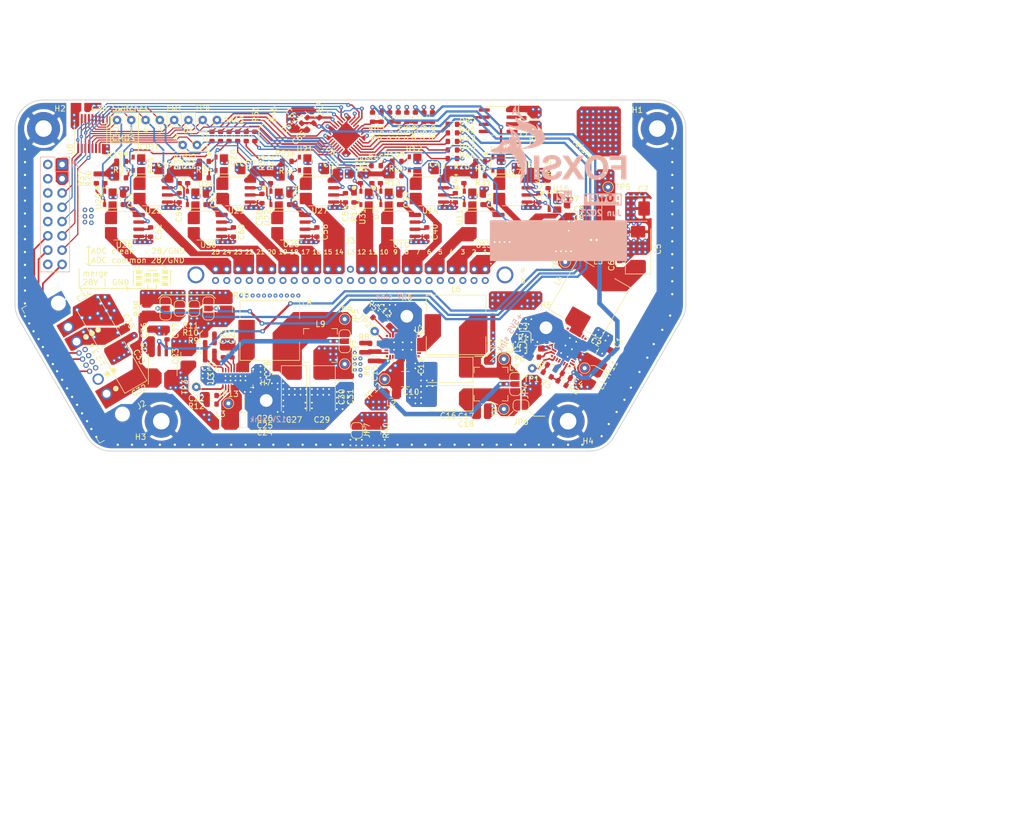
<source format=kicad_pcb>
(kicad_pcb (version 20221018) (generator pcbnew)
  (layers (0 "F.Cu" signal) (1 "In1.Cu" signal) (2 "In2.Cu" signal) (31 "B.Cu" signal) (34 "B.Paste" user) (35 "F.Paste" user) (36 "B.SilkS" user "B.Silkscreen") (37 "F.SilkS" user "F.Silkscreen") (38 "B.Mask" user) (39 "F.Mask" user) (44 "Edge.Cuts" user))
  (net 0 "")
  (net 5 "+28V_clean_ret")
  (net 6 "+28V_ret")
  (net 7 "+28V")
  (net 8 "+28V_clean")
  (net 25 "Net-(U1-EN{slash}UV)")
  (net 26 "Net-(JP3-C)")
  (net 27 "Net-(U1-FB)")
  (net 28 "Net-(JP3-A)")
  (net 29 "/converters/+5V5_reg_out")
  (net 30 "Net-(U2-EN{slash}UV)")
  (net 31 "Net-(JP4-A)")
  (net 32 "Net-(JP4-C)")
  (net 33 "Net-(U2-FB)")
  (net 34 "Net-(JP4-B)")
  (net 35 "Net-(JP5-C)")
  (net 36 "Net-(U3-FB)")
  (net 37 "Net-(U3-BST)")
  (net 38 "Net-(U3-INTVCC)")
  (net 39 "Net-(U3-TR{slash}SS)")
  (net 40 "/converters/+28V_reg_in")
  (net 41 "Net-(U3-EN{slash}UV)")
  (net 42 "Net-(JP5-A)")
  (net 43 "/converters/+12V_reg_out")
  (net 44 "/converters/+5V_reg_out")
  (net 45 "Net-(U5-FILTER)")
  (net 46 "/interface/+3V3_in")
  (net 47 "Net-(U10-FILTER)")
  (net 48 "Net-(U13-FILTER)")
  (net 49 "Net-(U14-FILTER)")
  (net 50 "Net-(U17-FILTER)")
  (net 51 "Net-(U18-FILTER)")
  (net 52 "Net-(U25-FILTER)")
  (net 53 "Net-(U26-FILTER)")
  (net 54 "Net-(U27-FILTER)")
  (net 55 "Net-(U28-FILTER)")
  (net 56 "Net-(U29-FILTER)")
  (net 57 "Net-(U30-FILTER)")
  (net 58 "/sense/VREF")
  (net 59 "Net-(U4-TEMP)")
  (net 60 "/interface/PGC")
  (net 61 "/interface/PGD")
  (net 62 "/interface/SPI.SCK")
  (net 63 "/interface/SPI.SDI")
  (net 64 "/interface/SPI.SDO")
  (net 65 "/interface/nMCLR")
  (net 66 "/interface/SPI.nCS3")
  (net 67 "/interface/PPS_in")
  (net 68 "/interface/SPI.nCS4")
  (net 69 "/interface/SHUTTER_in")
  (net 70 "/interface/PRELAUNCH_in")
  (net 71 "Net-(L4-Pad1)")
  (net 72 "Net-(L6-Pad1)")
  (net 73 "Net-(L8-Pad1)")
  (net 74 "Net-(U1-RT)")
  (net 75 "Net-(R3-Pad2)")
  (net 76 "Net-(U2-RT)")
  (net 77 "Net-(R7-Pad2)")
  (net 78 "Net-(R10-Pad2)")
  (net 79 "Net-(U3-RT)")
  (net 80 "Net-(R13-Pad2)")
  (net 81 "Net-(R15-Pad2)")
  (net 82 "Net-(R16-Pad2)")
  (net 83 "Net-(R17-Pad2)")
  (net 84 "Net-(R18-Pad2)")
  (net 85 "Net-(R19-Pad2)")
  (net 86 "Net-(R20-Pad2)")
  (net 87 "Net-(R21-Pad2)")
  (net 88 "Net-(R22-Pad2)")
  (net 89 "Net-(R23-Pad2)")
  (net 90 "Net-(R24-Pad2)")
  (net 91 "Net-(U1-CLKOUT)")
  (net 92 "Net-(U2-CLKOUT)")
  (net 93 "Net-(U3-SYNC)")
  (net 94 "/sense/REGS_Isense")
  (net 95 "/switches/nCDTEDE_sw")
  (net 96 "/sense/CDTEDE_V_sw")
  (net 97 "/switches/nTIMEPIX_sw")
  (net 98 "/switches/nSAAS_sw")
  (net 99 "/switches/nCDTE1_sw")
  (net 100 "/switches/nCDTE2_sw")
  (net 101 "/switches/nCDTE3_sw")
  (net 102 "/switches/nCDTE4_sw")
  (net 103 "/switches/nCMOS1_sw")
  (net 104 "/switches/nCMOS2_sw")
  (net 105 "Earth")
  (net 106 "/interface/CDTEDE_V_out")
  (net 107 "/sense/TIMEPIX_12V_sw")
  (net 108 "/sense/TIMEPIX_5V_sw")
  (net 109 "/sense/TIMEPIX_12V_Isense")
  (net 110 "/interface/TIMEPIX_12V_out")
  (net 111 "/sense/TIMEPIX_5V_Isense")
  (net 112 "/sense/SAAS_12V_sw")
  (net 113 "/sense/SAAS_5V_sw")
  (net 114 "/interface/SAAS_12V_out")
  (net 115 "/sense/SAAS_12V_Isense")
  (net 116 "/interface/SAAS_5V_out")
  (net 117 "/sense/SAAS_5V_Isense")
  (net 118 "/interface/CMOS1_V_out")
  (net 119 "/sense/CMOS1_Isense")
  (net 120 "/interface/CMOS2_V_out")
  (net 121 "/sense/CMOS2_Isense")
  (net 122 "/interface/CDTE1_V_out")
  (net 123 "/sense/CDTE1_Isense")
  (net 124 "/interface/CDTE2_V_out")
  (net 125 "/sense/CDTE2_Isense")
  (net 126 "/interface/CDTE3_V_out")
  (net 127 "/sense/CDTE3_Isense")
  (net 128 "/interface/CDTE4_V_out")
  (net 129 "/sense/CDTE4_Isense")
  (net 130 "/switches/nFORMAT_sw")
  (net 131 "/sense/CDTEDE_Isense")
  (net 132 "/interface/TIMEPIX_5V_out")
  (net 133 "/interface/FORMAT_V_out")
  (net 136 "/sense/CMOS1_V_sw")
  (net 137 "/sense/CMOS2_V_sw")
  (net 138 "/sense/CDTE1_V_sw")
  (net 139 "/sense/CDTE2_V_sw")
  (net 140 "/sense/CDTE3_V_sw")
  (net 141 "/sense/CDTE4_V_sw")
  (net 142 "Net-(JP8-C)")
  (net 143 "Net-(U6-VIN0)")
  (net 144 "Net-(U6-VIN5)")
  (net 145 "Net-(U6-VIN6)")
  (net 146 "Net-(U6-VIN7)")
  (net 147 "Net-(U6-VIN8)")
  (net 148 "Net-(U6-VIN9)")
  (net 149 "Net-(U6-VIN10)")
  (net 150 "Net-(U6-VIN11)")
  (net 151 "Net-(U6-VIN12)")
  (net 152 "Net-(U6-VIN13)")
  (net 153 "Net-(U6-VIN14)")
  (net 154 "Net-(U6-VIN15)")
  (net 155 "Net-(U6-VIN4)")
  (net 156 "Net-(JP9-C)")
  (net 157 "Net-(U6-VIN1)")
  (net 158 "Net-(U6-VIN2)")
  (net 159 "Net-(U6-VIN3)")
  (net 160 "Net-(R14-Pad2)")
  (footprint "Resistor_SMD:R_0603_1608Metric" (layer "F.Cu") (at 159.384998 117.601998)
    (fp_text reference "C14")
    (fp_text value "0.1µF")
  )
  (footprint "Resistor_SMD:R_0603_1608Metric" (layer "F.Cu") (at 174.310389 120.174028 150)
    (fp_text reference "C4")
    (fp_text value "2.2pF")
  )
  (footprint "Resistor_SMD:R_0603_1608Metric" (layer "F.Cu") (at 115.062 94.614998 -90)
    (fp_text reference "C60")
    (fp_text value "1nF")
  )
  (footprint "TestPoint:TestPoint_THTPad_D1.5mm_Drill0.7mm" (layer "F.Cu") (at 181.736998 86.613998 90)
    (fp_text reference "TP5")
    (fp_text value "TestPoint")
  )
  (footprint "TestPoint:TestPoint_THTPad_D1.5mm_Drill0.7mm" (layer "F.Cu") (at 104.526998 74.675998)
    (fp_text reference "TP8" hide)
    (fp_text value "TestPoint")
  )
  (footprint "Package_SO:SOIC-8_3.9x4.9mm_P1.27mm" (layer "F.Cu") (at 159.765996 93.472)
    (fp_text reference "U13")
    (fp_text value "ACS724xLCTR-10AB")
  )
  (footprint "Package_SO:SOIC-8_3.9x4.9mm_P1.27mm" (layer "F.Cu") (at 164.845996 87.376)
    (fp_text reference "U17")
    (fp_text value "ACS724xLCTR-10AB")
  )
  (footprint "Resistor_SMD:R_0603_1608Metric" (layer "F.Cu") (at 110.236 88.899998 90)
    (fp_text reference "C59")
    (fp_text value "0.1µF")
  )
  (footprint "Resistor_SMD:R_1210_3225Metric" (layer "F.Cu") (at 139.953998 129.920998 -90)
    (fp_text reference "R40")
    (fp_text value "4.7Ω")
  )
  (footprint "TestPoint:TestPoint_THTPad_D1.5mm_Drill0.7mm" (layer "F.Cu") (at 96.900998 74.675998)
    (fp_text reference "TP21" hide)
    (fp_text value "TestPoint")
  )
  (footprint "Resistor_SMD:R_0603_1608Metric" (layer "F.Cu") (at 175.259998 96.265998 -90)
    (fp_text reference "C48")
    (fp_text value "1nF")
  )
  (footprint "Resistor_SMD:R_0603_1608Metric" (layer "F.Cu") (at 113.283998 116.077998 90)
    (fp_text reference "C21")
    (fp_text value "1µF")
  )
  (footprint "TestPoint:TestPoint_THTPad_D1.5mm_Drill0.7mm" (layer "F.Cu") (at 168.234292 118.871998 -30)
    (fp_text reference "TP1")
    (fp_text value "TestPoint")
  )
  (footprint "Package_SO:SOIC-8_3.9x4.9mm_P1.27mm" (layer "F.Cu") (at 95.758 93.471998)
    (fp_text reference "U26")
    (fp_text value "ACS724xLCTR-10AB")
  )
  (footprint "Resistor_SMD:R_0603_1608Metric" (layer "F.Cu") (at 88.265 72.643998)
    (fp_text reference "C38")
    (fp_text value "47nF")
  )
  (footprint "Resistor_SMD:R_0603_1608Metric" (layer "F.Cu") (at 144.652998 88.899998 90)
    (fp_text reference "C39")
    (fp_text value "0.1µF")
  )
  (footprint "Resistor_SMD:R_0603_1608Metric" (layer "F.Cu") (at 139.826998 74.167998 -90)
    (fp_text reference "R25")
    (fp_text value "8.2kΩ 1%")
  )
  (footprint "Resistor_SMD:R_0603_1608Metric" (layer "F.Cu") (at 95.122998 84.962998)
    (fp_text reference "R36")
    (fp_text value "10kΩ")
  )
  (footprint "TestPoint:TestPoint_THTPad_D1.5mm_Drill0.7mm" (layer "F.Cu") (at 112.140998 74.675998 90)
    (fp_text reference "TP16" hide)
    (fp_text value "TestPoint")
  )
  (footprint "TestPoint:TestPoint_THTPad_D1.5mm_Drill0.7mm" (layer "F.Cu") (at 94.360998 74.675998)
    (fp_text reference "TP22" hide)
    (fp_text value "TestPoint")
  )
  (footprint "Resistor_SMD:R_1210_3225Metric" (layer "F.Cu") (at 116.839998 128.015998)
    (fp_text reference "C24")
    (fp_text value "4.7µF")
  )
  (footprint "Resistor_SMD:R_0603_1608Metric" (layer "F.Cu") (at 134.335998 121.030998 -90)
    (fp_text reference "C30")
    (fp_text value "4.7µF")
  )
  (footprint "TestPoint:TestPoint_THTPad_D1.5mm_Drill0.7mm" (layer "F.Cu") (at 163.194998 126.110998 -90)
    (fp_text reference "TP7")
    (fp_text value "TestPoint")
  )
  (footprint "Inductor_SMD:L_10.4x10.4_H4.8" (layer "F.Cu") (at 121.538998 112.140998)
    (fp_text reference "L8")
    (fp_text value "4.7µH")
  )
  (footprint "Jumper:SolderJumper-2_P1.3mm_Open_RoundedPad1.0x1.5mm" (layer "F.Cu") (at 137.032998 129.920998 -90)
    (fp_text reference "JP7")
    (fp_text value "SHORT_CHASSIS")
  )
  (footprint "MountingHole:MountingHole_0.116in_Pad" (layer "F.Cu") (at 81.28 76.199998)
    (fp_text reference "H2")
    (fp_text value "4-40 hole")
  )
  (footprint "Jumper:SolderJumper-3_P1.3mm_Open_RoundedPad1.0x1.5mm_NumberLabels" (layer "F.Cu") (at 110.616998 108.203998 90)
    (fp_text reference "JP9" hide)
    (fp_text value "CHOOSE_28Vret")
  )
  (footprint "Jumper:SolderJumper-3_P1.3mm_Open_RoundedPad1.0x1.5mm_NumberLabels" (layer "F.Cu") (at 177.418998 96.011998 90)
    (fp_text reference "JP3")
    (fp_text value "CHOOSE_PI_FB")
  )
  (footprint "Resistor_SMD:R_0603_1608Metric" (layer "F.Cu") (at 100.456998 112.902998 90)
    (fp_text reference "C36")
    (fp_text value "0.1µF")
  )
  (footprint "Resistor_SMD:R_0603_1608Metric" (layer "F.Cu") (at 110.870998 115.823998 180)
    (fp_text reference "R9")
    (fp_text value "1MΩ")
  )
  (footprint "Resistor_SMD:R_0603_1608Metric" (layer "F.Cu") (at 183.768998 100.583998 90)
    (fp_text reference "C6")
    (fp_text value "0.1µF")
  )
  (footprint "Capacitor_Tantalum_SMD:CP_EIA-7343-15_Kemet-W" (layer "F.Cu") (at 95.503998 118.363998 120)
    (fp_text reference "C32")
    (fp_text value "47µF")
  )
  (footprint "TestPoint:TestPoint_THTPad_D1.5mm_Drill0.7mm" (layer "F.Cu") (at 134.873998 118.109998)
    (fp_text reference "TP10")
    (fp_text value "TestPoint")
  )
  (footprint "Resistor_SMD:R_0603_1608Metric" (layer "F.Cu") (at 140.207998 114.426998)
    (fp_text reference "R8")
    (fp_text value "200kΩ")
  )
  (footprint "Inductor_SMD:L_TDK_SPM5030" (layer "F.Cu") (at 130.555998 114.807998 -90)
    (fp_text reference "L9")
    (fp_text value "2.2µH")
  )
  (footprint "Resistor_SMD:R_0603_1608Metric" (layer "F.Cu") (at 159.003996 82.042)
    (fp_text reference "R17")
    (fp_text value "680Ω")
  )
  (footprint "Resistor_SMD:R_0603_1608Metric" (layer "F.Cu") (at 118.871998 77.596998 90)
    (fp_text reference "R46" hide)
    (fp_text value "1kΩ")
  )
  (footprint "Capacitor_Tantalum_SMD:CP_EIA-7343-15_Kemet-W" (layer "F.Cu") (at 90.931998 110.489998 120)
    (fp_text reference "C34")
    (fp_text value "47µF")
  )
  (footprint "Resistor_SMD:R_0603_1608Metric" (layer "F.Cu") (at 171.669968 118.651372 -30)
    (fp_text reference "R4")
    (fp_text value "200kΩ")
  )
  (footprint "Resistor_SMD:R_0603_1608Metric" (layer "F.Cu") (at 125.095 88.899998 90)
    (fp_text reference "C55")
    (fp_text value "0.1µF")
  )
  (footprint "Resistor_SMD:R_0603_1608Metric" (layer "F.Cu") (at 178.942998 90.550998 180)
    (fp_text reference "C9")
    (fp_text value "0.1µF")
  )
  (footprint "Resistor_SMD:R_0805_2012Metric" (layer "F.Cu") (at 112.775998 128.650998)
    (fp_text reference "L3")
    (fp_text value "120Ω")
  )
  (footprint "Resistor_SMD:R_0603_1608Metric" (layer "F.Cu") (at 141.223996 85.09 -90)
    (fp_text reference "R13")
    (fp_text value "680Ω")
  )
  (footprint "Package_DFN_QFN:LDFN-4_2.1x3.4mm" (layer "F.Cu") (at 171.269998 88.264998 -90)
    (fp_text reference "U16")
    (fp_text value "G3VM-31WR")
  )
  (footprint "Resistor_SMD:R_0603_1608Metric" (layer "F.Cu") (at 168.911666 115.300892 180)
    (fp_text reference "C3")
    (fp_text value "0.1µF")
  )
  (footprint "Jumper:SolderJumper-3_P1.3mm_Open_RoundedPad1.0x1.5mm_NumberLabels" (layer "F.Cu") (at 102.996998 108.203998 90)
    (fp_text reference "JP8" hide)
    (fp_text value "CHOOSE_28Vsense")
  )
  (footprint "TestPoint:TestPoint_THTPad_D1.5mm_Drill0.7mm" (layer "F.Cu") (at 108.584998 79.120998)
    (fp_text reference "TP17" hide)
    (fp_text value "TestPoint")
  )
  (footprint "Resistor_SMD:R_1210_3225Metric" (layer "F.Cu") (at 100.075998 108.203998 -90)
    (fp_text reference "R38")
    (fp_text value "4.7Ω")
  )
  (footprint "Resistor_SMD:R_0603_1608Metric" (layer "F.Cu") (at 132.461 83.819998 180)
    (fp_text reference "C53")
    (fp_text value "0.1µF")
  )
  (footprint "Resistor_SMD:R_0603_1608Metric" (layer "F.Cu") (at 139.318998 109.219998 135)
    (fp_text reference "R5")
    (fp_text value "41.2kΩ 1%")
  )
  (footprint "Resistor_SMD:R_0603_1608Metric" (layer "F.Cu") (at 159.511996 88.9 90)
    (fp_text reference "C41")
    (fp_text value "0.1µF")
  )
  (footprint "Resistor_SMD:R_0603_1608Metric" (layer "F.Cu") (at 111.251998 77.596998 90)
    (fp_text reference "R51" hide)
    (fp_text value "1kΩ")
  )
  (footprint "Resistor_SMD:R_1210_3225Metric" (layer "F.Cu") (at 107.060998 116.712998 90)
    (fp_text reference "C23")
    (fp_text value "4.7µF")
  )
  (footprint "MountingHole:MountingHole_0.089in_Pad" (layer "F.Cu") (at 170.687998 111.632998)
    (fp_text reference "H5")
    (fp_text value "2-56 hole")
  )
  (footprint "Resistor_SMD:R_0603_1608Metric" (layer "F.Cu") (at 124.586998 84.962998)
    (fp_text reference "R32")
    (fp_text value "10kΩ")
  )
  (footprint "Resistor_SMD:R_0603_1608Metric" (layer "F.Cu") (at 154.050998 80.009998 180)
    (fp_text reference "R43")
    (fp_text value "1kΩ")
  )
  (footprint "Resistor_SMD:R_0603_1608Metric" (layer "F.Cu") (at 115.823998 77.596998 90)
    (fp_text reference "R48" hide)
    (fp_text value "1kΩ")
  )
  (footprint "Package_SO:SOIC-8_3.9x4.9mm_P1.27mm" (layer "F.Cu") (at 162.178998 74.802998 180)
    (fp_text reference "U4")
    (fp_text value "AD780")
  )
  (footprint "Resistor_SMD:R_0603_1608Metric" (layer "F.Cu") (at 144.398998 74.167998 90)
    (fp_text reference "R54")
    (fp_text value "1kΩ 1%")
  )
  (footprint "Resistor_SMD:R_0603_1608Metric" (layer "F.Cu") (at 109.855 82.041998)
    (fp_text reference "R23")
    (fp_text value "680Ω")
  )
  (footprint "Resistor_SMD:R_0603_1608Metric" (layer "F.Cu") (at 120.141998 88.645998 -90)
    (fp_text reference "C58")
    (fp_text value "1nF")
  )
  (footprint "Package_DFN_QFN:LQFN-32-6EP_4x6mm_P0.5mm" (layer "F.Cu") (at 145.201998 114.900498 90)
    (fp_text reference "U2")
    (fp_text value "LT8645S")
  )
  (footprint "Package_DFN_QFN:LDFN-4_2.1x3.4mm" (layer "F.Cu") (at 141.299998 87.374498 -90)
    (fp_text reference "U7")
    (fp_text value "G3VM-31WR")
  )
  (footprint "Resistor_SMD:R_0603_1608Metric" (layer "F.Cu") (at 154.050998 75.437998 180)
    (fp_text reference "R52")
    (fp_text value "1kΩ")
  )
  (footprint "Package_DFN_QFN:LDFN-4_2.1x3.4mm" (layer "F.Cu") (at 156.158996 87.3745 -90)
    (fp_text reference "U11")
    (fp_text value "G3VM-31WR")
  )
  (footprint "Capacitor_Tantalum_SMD:CP_EIA-7343-15_Kemet-W" (layer "F.Cu") (at 130.936998 122.808998 -90)
    (fp_text reference "C29")
    (fp_text value "47µF")
  )
  (footprint "Resistor_SMD:R_0603_1608Metric" (layer "F.Cu") (at 159.384998 125.729998)
    (fp_text reference "C17")
    (fp_text value "4.7µF")
  )
  (footprint "Resistor_SMD:R_0603_1608Metric" (layer "F.Cu") (at 90.677998 85.089998 -90)
    (fp_text reference "R37")
    (fp_text value "10kΩ")
  )
  (footprint "Package_SO:SOIC-8_3.9x4.9mm_P1.27mm" (layer "F.Cu") (at 100.838 87.375998)
    (fp_text reference "U25")
    (fp_text value "ACS724xLCTR-10AB")
  )
  (footprint "TestPoint:TestPoint_THTPad_D1.5mm_Drill0.7mm" (layer "F.Cu") (at 99.440998 74.675998)
    (fp_text reference "TP20" hide)
    (fp_text value "TestPoint")
  )
  (footprint "Jumper:SolderJumper-2_P1.3mm_Open_RoundedPad1.0x1.5mm" (layer "F.Cu") (at 105.536998 108.203999 -90)
    (fp_text reference "JP1" hide)
    (fp_text value "SHORT_CLEAN+28V")
  )
  (footprint "Resistor_SMD:R_0603_1608Metric" (layer "F.Cu") (at 122.554998 119.760998 -90)
    (fp_text reference "C28")
    (fp_text value "0.1µF")
  )
  (footprint "Resistor_SMD:R_0603_1608Metric" (layer "F.Cu") (at 127.634998 73.659998 135)
    (fp_text reference "C63")
    (fp_text value "10µF")
  )
  (footprint "Resistor_SMD:R_0603_1608Metric" (layer "F.Cu") (at 95.123 82.041998)
    (fp_text reference "R19")
    (fp_text value "680Ω")
  )
  (footprint "Resistor_SMD:R_0603_1608Metric" (layer "F.Cu") (at 120.141998 85.089998 -90)
    (fp_text reference "R33")
    (fp_text value "10kΩ")
  )
  (footprint "TestPoint:TestPoint_THTPad_D1.5mm_Drill0.7mm" (layer "F.Cu") (at 107.066998 74.675998)
    (fp_text reference "TP14" hide)
    (fp_text value "TestPoint")
  )
  (footprint "Resistor_SMD:R_0603_1608Metric" (layer "F.Cu") (at 100.33 94.614998 -90)
    (fp_text reference "C52")
    (fp_text value "1nF")
  )
  (footprint "Package_CSP:LFCSP-32-1EP_5x5mm_P0.5mm_EP3.5x3.5mm" (layer "F.Cu") (at 135.127998 77.469998 135)
    (fp_text reference "U6")
    (fp_text value "AD7490BCPZ")
  )
  (footprint "Resistor_SMD:R_0603_1608Metric" (layer "F.Cu") (at 168.590382 116.873372 180)
    (fp_text reference "R1")
    (fp_text value "41.2kΩ 1%")
  )
  (footprint "Capacitor_Tantalum_SMD:CP_EIA-7343-15_Kemet-W" (layer "F.Cu") (at 185.038998 90.423998)
    (fp_text reference "C7")
    (fp_text value "47µF")
  )
  (footprint "Resistor_SMD:R_0805_2012Metric" (layer "F.Cu") (at 179.237821 120.529467 60)
    (fp_text reference "L1")
    (fp_text value "120Ω")
  )
  (footprint "Resistor_SMD:R_0603_1608Metric" (layer "F.Cu") (at 112.775998 77.596998 90)
    (fp_text reference "R50" hide)
    (fp_text value "1kΩ")
  )
  (footprint "Package_SO:SOIC-8_3.9x4.9mm_P1.27mm" (layer "F.Cu") (at 144.906998 93.471998)
    (fp_text reference "U10")
    (fp_text value "ACS724xLCTR-10AB")
  )
  (footprint "MountingHole:MountingHole_0.116in_Pad" (layer "F.Cu") (at 190.5 76.199998)
    (fp_text reference "H1")
    (fp_text value "4-40 hole")
  )
  (footprint "Resistor_SMD:R_0603_1608Metric" (layer "F.Cu") (at 114.807998 116.077998 90)
    (fp_text reference "C20")
    (fp_text value "0.1µF")
  )
  (footprint "Package_SO:QSOP-16_3.9x4.9mm_P0.635mm" (layer "F.Cu") (at 89.662 77.088998 90)
    (fp_text reference "U8")
    (fp_text value "MAX7317")
  )
  (footprint "Resistor_SMD:R_0603_1608Metric" (layer "F.Cu") (at 140.969998 116.712998 90)
    (fp_text reference "C15")
    (fp_text value "2.2pF")
  )
  (footprint "Resistor_SMD:R_0805_2012Metric" (layer "F.Cu") (at 143.128998 123.443998)
    (fp_text reference "L2")
    (fp_text value "120Ω")
  )
  (footprint "Resistor_SMD:R_0603_1608Metric" (layer "F.Cu") (at 141.350998 74.167998 90)
    (fp_text reference "R53")
    (fp_text value "1kΩ 1%")
  )
  (footprint "Resistor_SMD:R_0603_1608Metric" (layer "F.Cu") (at 135.889998 121.030998 -90)
    (fp_text reference "C31")
    (fp_text value "0.1µF")
  )
  (footprint "Resistor_SMD:R_0603_1608Metric" (layer "F.Cu") (at 136.524998 88.519 -90)
    (fp_text reference "R14")
    (fp_text value "680Ω")
  )
  (footprint "Resistor_SMD:R_0603_1608Metric" (layer "F.Cu") (at 105.41 88.518998 -90)
    (fp_text reference "C50")
    (fp_text value "1nF")
  )
  (footprint "Resistor_SMD:R_0603_1608Metric" (layer "F.Cu") (at 159.003998 84.581998)
    (fp_text reference "R31")
    (fp_text value "10kΩ")
  )
  (footprint "Resistor_SMD:R_0603_1608Metric" (layer "F.Cu") (at 116.839998 124.078998)
    (fp_text reference "C26")
    (fp_text value "0.1µF")
  )
  (footprint "Resistor_SMD:R_0603_1608Metric" (layer "F.Cu") (at 170.908743 119.969851 150)
    (fp_text reference "R3")
    (fp_text value "15kΩ")
  )
  (footprint "Resistor_SMD:R_0603_1608Metric" (layer "F.Cu") (at 166.877996 83.82 180)
    (fp_text reference "C45")
    (fp_text value "0.1µF")
  )
  (footprint "Package_DFN_QFN:LDFN-4_2.1x3.4mm" (layer "F.Cu") (at 126.822 81.278498 -90)
    (fp_text reference "U21")
    (fp_text value "G3VM-61WR")
  )
  (footprint "MountingHole:MountingHole_0.089in_Pad" (layer "F.Cu") (at 145.922998 109.600998)
    (fp_text reference "H6")
    (fp_text value "2-56 hole")
  )
  (footprint "Inductor_SMD:L_TDK_SPM5030" (layer "F.Cu") (at 160.908998 121.665998 -90)
    (fp_text reference "L7")
    (fp_text value "1µH")
  )
  (footprint "Resistor_SMD:R_0603_1608Metric" (layer "F.Cu") (at 111.251998 123.697998 180)
    (fp_text reference "C22")
    (fp_text value "10nF")
  )
  (footprint "Resistor_SMD:R_0603_1608Metric" (layer "F.Cu") (at 147.446998 74.167998 -90)
    (fp_text reference "R58")
    (fp_text value "680Ω 1%")
  )
  (footprint "Resistor_SMD:R_0603_1608Metric" (layer "F.Cu") (at 109.854998 84.962998)
    (fp_text reference "R34")
    (fp_text value "10kΩ")
  )
  (footprint "Resistor_SMD:R_0603_1608Metric" (layer "F.Cu") (at 150.494998 74.167998 90)
    (fp_text reference "R56")
    (fp_text value "1kΩ 1%")
  )
  (footprint "TestPoint:TestPoint_THTPad_D1.5mm_Drill0.7mm" (layer "F.Cu") (at 114.172998 125.094998)
    (fp_text reference "TP13")
    (fp_text value "TestPoint")
  )
  (footprint "Resistor_SMD:R_0603_1608Metric" (layer "F.Cu") (at 128.777998 75.818998 -135)
    (fp_text reference "C65")
    (fp_text value "0.1µF")
  )
  (footprint "Resistor_SMD:R_0603_1608Metric" (layer "F.Cu") (at 103.250998 112.902998 90)
    (fp_text reference "C37")
    (fp_text value "1nF")
  )
  (footprint "TestPoint:TestPoint_THTPad_D1.5mm_Drill0.7mm" (layer "F.Cu") (at 163.194998 117.220998 -90)
    (fp_text reference "TP6")
    (fp_text value "TestPoint")
  )
  (footprint "Resistor_SMD:R_0603_1608Metric" (layer "F.Cu") (at 137.921998 115.188998 90)
    (fp_text reference "R7")
    (fp_text value "34kΩ")
  )
  (footprint "Package_SO:SOIC-8_3.9x4.9mm_P1.27mm" (layer "F.Cu") (at 130.429 87.375998)
    (fp_text reference "U27")
    (fp_text value "ACS724xLCTR-10AB")
  )
  (footprint "Resistor_SMD:R_0603_1608Metric" (layer "F.Cu") (at 154.050998 76.961998 180)
    (fp_text reference "R41")
    (fp_text value "1kΩ")
  )
  (footprint "TestPoint:TestPoint_THTPad_D1.5mm_Drill0.7mm" (layer "F.Cu") (at 140.207998 112.267998)
    (fp_text reference "TP2")
    (fp_text value "TestPoint")
  )
  (footprint "Resistor_SMD:R_0603_1608Metric" (layer "F.Cu") (at 95.504 88.899998 90)
    (fp_text reference "C51")
    (fp_text value "0.1µF")
  )
  (footprint "TestPoint:TestPoint_THTPad_D1.5mm_Drill0.7mm" (layer "F.Cu") (at 134.873998 110.108998)
    (fp_text reference "TP9")
    (fp_text value "TestPoint")
  )
  (footprint "Resistor_SMD:R_0603_1608Metric" (layer "F.Cu") (at 137.667998 85.09 -90)
    (fp_text reference "R26")
    (fp_text value "680Ω")
  )
  (footprint "Capacitor_Tantalum_SMD:CP_EIA-7343-15_Kemet-W" (layer "F.Cu") (at 153.288998 119.125998 180)
    (fp_text reference "C13")
    (fp_text value "47µF")
  )
  (footprint "TestPoint:TestPoint_THTPad_D1.5mm_Drill0.7mm" (layer "F.Cu") (at 109.606998 74.675998 90)
    (fp_text reference "TP15" hide)
    (fp_text value "TestPoint")
  )
  (footprint "Jumper:SolderJumper-3_P1.3mm_Open_RoundedPad1.0x1.5mm_NumberLabels" (layer "F.Cu") (at 134.873998 114.045998 -90)
    (fp_text reference "JP5")
    (fp_text value "CHOOSE_PI_FB")
  )
  (footprint "MountingHole:MountingHole_0.116in_Pad" (layer "F.Cu") (at 102.235 128.269998)
    (fp_text reference "H3")
    (fp_text value "4-40 hole")
  )
  (footprint "Resistor_SMD:R_0603_1608Metric" (layer "F.Cu") (at 166.750999 73.532998 90)
    (fp_text reference "C66")
    (fp_text value "OPT")
  )
  (footprint "Package_DFN_QFN:LDFN-4_2.1x3.4mm" (layer "F.Cu") (at 146.379996 81.216 -90)
    (fp_text reference "U12")
    (fp_text value "G3VM-31WR")
  )
  (footprint "Resistor_SMD:R_0603_1608Metric" (layer "F.Cu") (at 178.486936 115.988038 60)
    (fp_text reference "C2")
    (fp_text value "4.7µF")
  )
  (footprint "Resistor_SMD:R_1210_3225Metric" (layer "F.Cu") (at 113.537998 108.203998 -90)
    (fp_text reference "R39")
    (fp_text value "4.7Ω")
  )
  (footprint "Resistor_SMD:R_0603_1608Metric" (layer "F.Cu") (at 142.874998 74.167998 -90)
    (fp_text reference "R57")
    (fp_text value "3kΩ 1%")
  )
  (footprint "Jumper:SolderJumper-3_P1.3mm_Open_RoundedPad1.0x1.5mm_NumberLabels" (layer "F.Cu") (at 165.226998 121.665998 -90)
    (fp_text reference "JP4")
    (fp_text value "CHOOSE_PI_FB")
  )
  (footprint "Resistor_SMD:R_0603_1608Metric" (layer "F.Cu") (at 106.934 85.089998 -90)
    (fp_text reference "R24")
    (fp_text value "680Ω")
  )
  (footprint "Resistor_SMD:R_0603_1608Metric" (layer "F.Cu") (at 144.144996 82.042)
    (fp_text reference "R16")
    (fp_text value "680Ω")
  )
  (footprint "Package_DFN_QFN:LDFN-4_2.1x3.4mm" (layer "F.Cu") (at 106.883 87.375998 -90)
    (fp_text reference "U24")
    (fp_text value "G3VM-61WR")
  )
  (footprint "TestPoint:TestPoint_THTPad_D1.5mm_Drill0.7mm" (layer "F.Cu") (at 106.044998 79.120998)
    (fp_text reference "TP18" hide)
    (fp_text value "TestPoint")
  )
  (footprint "Resistor_SMD:R_0603_1608Metric" (layer "F.Cu") (at 142.239998 110.743998 135)
    (fp_text reference "C12")
    (fp_text value "0.1µF")
  )
  (footprint "Resistor_SMD:R_0603_1608Metric" (layer "F.Cu") (at 117.347998 77.596998 90)
    (fp_text reference "R47" hide)
    (fp_text value "1kΩ")
  )
  (footprint "Resistor_SMD:R_0603_1608Metric" (layer "F.Cu") (at 171.068998 85.978998 -90)
    (fp_text reference "R18")
    (fp_text value "680Ω")
  )
  (footprint "TestPoint:TestPoint_THTPad_D1.5mm_Drill0.7mm" (layer "F.Cu") (at 101.980998 74.675998)
    (fp_text reference "TP19" hide)
    (fp_text value "TestPoint")
  )
  (footprint "Resistor_SMD:R_0603_1608Metric" (layer "F.Cu") (at 148.970998 74.167998 -90)
    (fp_text reference "R59")
    (fp_text value "680Ω 1%")
  )
  (footprint "Capacitor_Tantalum_SMD:CP_EIA-7343-15_Kemet-W" (layer "F.Cu") (at 187.070998 97.662998 90)
    (fp_text reference "C5")
    (fp_text value "47µF")
  )
  (footprint "Resistor_SMD:R_0603_1608Metric" (layer "F.Cu") (at 154.050998 81.533998 180)
    (fp_text reference "R44")
    (fp_text value "1kΩ")
  )
  (footprint "Resistor_SMD:R_0603_1608Metric" (layer "F.Cu") (at 105.409998 85.089998 -90)
    (fp_text reference "R35")
    (fp_text value "10kΩ")
  )
  (footprint "TestPoint:TestPoint_THTPad_D1.5mm_Drill0.7mm" (layer "F.Cu") (at 108.457998 122.173998)
    (fp_text reference "TP3")
    (fp_text value "TestPoint")
  )
  (footprint "Resistor_SMD:R_0603_1608Metric" (layer "F.Cu") (at 139.445998 116.712998 90)
    (fp_text reference "R6")
    (fp_text value "1MΩ")
  )
  (footprint "Resistor_SMD:R_1210_3225Metric" (layer "F.Cu") (at 180.894157 116.644612 60)
    (fp_text reference "C1")
    (fp_text value "4.7µF")
  )
  (footprint "Connector_Harwin:Harwin_Gecko-G125-MH10805M4-2AD2ADP_Horizontal" (layer "F.Cu") (at 83.9216 107.264198 120)
    (fp_text reference "J2")
    (fp_text value "Gecko")
  )
  (footprint "Resistor_SMD:R_0603_1608Metric" (layer "F.Cu") (at 129.793998 73.659998 135)
    (fp_text reference "C62")
    (fp_text value "0.1µF")
  )
  (footprint "Package_SO:SOIC-8_3.9x4.9mm_P1.27mm" (layer "F.Cu") (at 102.488998 118.236998 90)
    (fp_text reference "U5")
    (fp_text value "ACS724xLCTR-10AB")
  )
  (footprint "Resistor_SMD:R_0603_1608Metric" (layer "F.Cu") (at 111.251998 125.221998 180)
    (fp_text reference "R12")
    (fp_text value "50kΩ 1%")
  )
  (footprint "Package_SO:SOIC-8_3.9x4.9mm_P1.27mm" (layer "F.Cu") (at 115.57 87.375998)
    (fp_text reference "U29")
    (fp_text value "ACS724xLCTR-10AB")
  )
  (footprint "Resistor_SMD:R_0603_1608Metric" (layer "F.Cu") (at 124.587 82.041998)
    (fp_text reference "R21")
    (fp_text value "680Ω")
  )
  (footprint "Capacitor_Tantalum_SMD:CP_EIA-7343-15_Kemet-W" (layer "F.Cu") (at 125.856998 122.808998 -90)
    (fp_text reference "C27")
    (fp_text value "47µF")
  )
  (footprint "Package_DFN_QFN:QFN-28-1EP_3x6mm_P0.5mm_EP1.7x4.75mm" (layer "F.Cu") (at 115.442998 120.649998 90)
    (fp_text reference "U3")
    (fp_text value "LT8612")
  )
  (footprint "Resistor_SMD:R_0603_1608Metric" (layer "F.Cu") (at 121.666 85.089998 -90)
    (fp_text reference "R22")
    (fp_text value "680Ω")
  )
  (footprint "TestPoint:TestPoint_THTPad_D1.5mm_Drill0.7mm" (layer "F.Cu") (at 141.985998 120.776998)
    (fp_text reference "TP12")
    (fp_text value "TestPoint")
  )
  (footprint "Resistor_SMD:R_0603_1608Metric" (layer "F.Cu") (at 102.87 83.819998 180)
    (fp_text reference "C49")
    (fp_text value "0.1µF")
  )
  (footprint "Jumper:SolderJumper-2_P1.3mm_Open_RoundedPad1.0x1.5mm" (layer "F.Cu") (at 108.076998 108.203998 -90)
    (fp_text reference "JP2" hide)
    (fp_text value "SHORT_CLEAN_RETURN")
  )
  (footprint "Resistor_SMD:R_0603_1608Metric" (layer "F.Cu") (at 139.699998 85.089998 -90)
    (fp_text reference "R29")
    (fp_text value "10kΩ")
  )
  (footprint "Resistor_SMD:R_0603_1608Metric" (layer "F.Cu") (at 178.942998 92.074998 180)
    (fp_text reference "C8")
    (fp_text value "4.7µF")
  )
  (footprint "Resistor_SMD:R_0603_1608Metric" (layer "F.Cu") (at 149.478998 94.614998 -90)
    (fp_text reference "C40")
    (fp_text value "1nF")
  )
  (footprint "Resistor_SMD:R_0603_1608Metric" (layer "F.Cu") (at 169.417996 88.519 -90)
    (fp_text reference "C46")
    (fp_text value "1nF")
  )
  (footprint "Resistor_SMD:R_0603_1608Metric" (layer "F.Cu") (at 145.668998 118.363998)
    (fp_text reference "C11")
    (fp_text value "4.7µF")
  )
  (footprint "Resistor_SMD:R_0603_1608Metric" (layer "F.Cu") (at 110.870998 117.347998 180)
    (fp_text reference "C19")
    (fp_text value "10pF")
  )
  (footprint "Package_SO:SOIC-8_3.9x4.9mm_P1.27mm" (layer "F.Cu") (at 149.986998 87.375998)
    (fp_text reference "U14")
    (fp_text value "ACS724xLCTR-10AB")
  )
  (footprint "MountingHole:MountingHole_0.089in_Pad" (layer "F.Cu") (at 120.903998 124.586998)
    (fp_text reference "H7")
    (fp_text value "2-56 hole")
  )
  (footprint "Resistor_SMD:R_0603_1608Metric" (layer "F.Cu") (at 92.202 85.089998 -90)
    (fp_text reference "R20")
    (fp_text value "680Ω")
  )
  (footprint "Resistor_SMD:R_0603_1608Metric" (layer "F.Cu") (at 117.602 83.819998 180)
    (fp_text reference "C57")
    (fp_text value "0.1µF")
  )
  (footprint "Resistor_SMD:R_0603_1608Metric" (layer "F.Cu") (at 156.082996 85.09 -90)
    (fp_text reference "R15")
    (fp_text value "680Ω")
  )
  (footprint "MountingHole:MountingHole_0.116in_Pad" (layer "F.Cu") (at 174.625 128.269998)
    (fp_text reference "H4")
    (fp_text value "4-40 hole")
  )
  (footprint "Jumper:SolderJumper-2_P1.3mm_Open_RoundedPad1.0x1.5mm" (layer "F.Cu") (at 166.242998 125.475998)
    (fp_text reference "JP6")
    (fp_text value "CONNECT_5V_local")
  )
  (footprint "Resistor_SMD:R_0603_1608Metric" (layer "F.Cu") (at 126.618998 75.818998 -135)
    (fp_text reference "C64")
    (fp_text value "0.1µF")
  )
  (footprint "Resistor_SMD:R_0603_1608Metric" (layer "F.Cu") (at 110.870998 114.299998)
    (fp_text reference "R10")
    (fp_text value "5.11kΩ")
  )
  (footprint "Package_DFN_QFN:LDFN-4_2.1x3.4mm" (layer "F.Cu") (at 111.963 81.278498 -90)
    (fp_text reference "U23")
    (fp_text value "G3VM-61WR")
  )
  (footprint "Resistor_SMD:R_0603_1608Metric" (layer "F.Cu") (at 154.050998 78.485998 180)
    (fp_text reference "R42")
    (fp_text value "1kΩ")
  )
  (footprint "Resistor_SMD:R_1210_3225Metric" (layer "F.Cu") (at 145.668998 120.776998)
    (fp_text reference "C10")
    (fp_text value "4.7µF")
  )
  (footprint "Resistor_SMD:R_0603_1608Metric" (layer "F.Cu") (at 173.548388 121.493851 150)
    (fp_text reference "R2")
    (fp_text value "1MΩ")
  )
  (footprint "Resistor_SMD:R_0603_1608Metric" (layer "F.Cu") (at 129.921 94.614998 -90)
    (fp_text reference "C56")
    (fp_text value "1nF")
  )
  (footprint "Package_SO:SOIC-8_3.9x4.9mm_P1.27mm" (layer "F.Cu") (at 170.687998 95.122998)
    (fp_text reference "U18")
    (fp_text value "ACS724xLCTR-10AB")
  )
  (footprint "Resistor_SMD:R_0603_1608Metric" (layer "F.Cu") (at 135.001 88.518998 -90)
    (fp_text reference "C54")
    (fp_text value "1nF")
  )
  (footprint "TestPoint:TestPoint_THTPad_D1.5mm_Drill0.7mm" (layer "F.Cu") (at 174.116998 99.948998 90)
    (fp_text reference "TP4")
    (fp_text value "TestPoint")
  )
  (footprint "Package_DFN_QFN:LDFN-4_2.1x3.4mm" (layer "F.Cu") (at 92.151 87.374498 -90)
    (fp_text reference "U20")
    (fp_text value "G3VM-61WR")
  )
  (footprint "Inductor_SMD:L_10.4x10.4_H4.8" (layer "F.Cu") (at 154.685998 111.124998)
    (fp_text reference "L6")
    (fp_text value "2.2µH")
  )
  (footprint "TestPoint:TestPoint_THTPad_D1.5mm_Drill0.7mm" (layer "F.Cu") (at 177.576362 118.835197)
    (fp_text reference "TP11")
    (fp_text value "TestPoint")
  )
  (footprint "Resistor_SMD:R_0603_1608Metric" (layer "F.Cu") (at 159.384998 127.253998)
    (fp_text reference "C18")
    (fp_text value "0.1µF")
  )
  (footprint "Resistor_SMD:R_0603_1608Metric" (layer "F.Cu") (at 96.900998 114.299998 120)
    (fp_text reference "C33")
    (fp_text value "0.1µF")
  )
  (footprint "Resistor_SMD:R_0603_1608Metric" (layer "F.Cu") (at 144.144998 84.581998)
    (fp_text reference "R30")
    (fp_text value "10kΩ")
  )
  (footprint "Resistor_SMD:R_0603_1608Metric" (layer "F.Cu") (at 140.461998 82.803998)
    (fp_text reference "R45")
    (fp_text value "1kΩ")
  )
  (footprint "Package_DFN_QFN:LDFN-4_2.1x3.4mm" (layer "F.Cu") (at 97.231 81.278498 -90)
    (fp_text reference "U19")
    (fp_text value "G3VM-61WR")
  )
  (footprint "Resistor_SMD:R_0603_1608Metric" (layer "F.Cu") (at 152.018996 83.82 180)
    (fp_text reference "C43")
    (fp_text value "0.1µF")
  )
  (footprint "Connector_Harwin:Harwin_JTek-Male_2x25_P2.00mm_Vertical" (layer "F.Cu") (at 135.89 102.234998)
    (fp_text reference "J3")
    (fp_text value "Conn_02x25_Row_Letter_First")
  )
  (footprint "Inductor_SMD:L_TDK_SPM5030" (layer "F.Cu") (at 181.609998 96.011998 90)
    (fp_text reference "L5")
    (fp_text value "1µH")
  )
  (footprint "Resistor_SMD:R_0603_1608Metric" (layer "F.Cu") (at 110.870998 112.775998 180)
    (fp_text reference "R11")
    (fp_text value "68kΩ")
  )
  (footprint "Capacitor_Tantalum_SMD:CP_EIA-7343-15_Kemet-W" (layer "F.Cu") (at 153.288998 124.205998 180)
    (fp_text reference "C16")
    (fp_text value "47µF")
  )
  (footprint "Resistor_SMD:R_0603_1608Metric" (layer "F.Cu") (at 174.497998 90.804998 90)
    (fp_text reference "C47")
    (fp_text value "0.1µF")
  )
  (footprint "Resistor_SMD:R_0603_1608Metric" (layer "F.Cu") (at 164.337996 94.615 -90)
    (fp_text reference "C42")
    (fp_text value "1nF")
  )
  (footprint "Resistor_SMD:R_0603_1608Metric" (layer "F.Cu") (at 154.558998 88.518998 -90)
    (fp_text reference "C44")
    (fp_text value "1nF")
  )
  (footprint "Package_DFN_QFN:LDFN-4_2.1x3.4mm" (layer "F.Cu") (at 121.742 87.374498 -90)
    (fp_text reference "U22")
    (fp_text value "G3VM-61WR")
  )
  (footprint "Package_DFN_QFN:LQFN-32-6EP_4x6mm_P0.5mm" (layer "F.Cu") (at 174.725865 115.136403 150)
    (fp_text reference "U1")
    (fp_text value "LT8645S")
  )
  (footprint "Inductor_SMD:L_10.4x10.4_H4.8" (layer "F.Cu") (at 178.434998 106.425998 60)
    (fp_text reference "L4")
    (fp_text value "2.2µH")
  )
  (footprint "Resistor_SMD:R_0603_1608Metric" (layer "F.Cu") (at 95.122998 111.251998 120)
    (fp_text reference "C35")
    (fp_text value "0.1µF")
  )
  (footprint "Package_DFN_QFN:LDFN-4_2.1x3.4mm" (layer "F.Cu") (at 137.748996 87.3775 -90)
    (fp_text reference "U31")
    (fp_text value "G3VM-31WR")
  )
  (footprint "Package_SO:SOIC-8_3.9x4.9mm_P1.27mm" (layer "F.Cu") (at 125.349 93.471998)
    (fp_text reference "U28")
    (fp_text value "ACS724xLCTR-10AB")
  )
  (footprint "Resistor_SMD:R_0603_1608Metric" (layer "F.Cu") (at 114.299998 77.596998 90)
    (fp_text reference "R49" hide)
    (fp_text value "1kΩ")
  )
  (footprint "Resistor_SMD:R_0603_1608Metric" (layer "F.Cu") (at 145.922998 74.167998 90)
    (fp_text reference "R55")
    (fp_text value "1kΩ 1%")
  )
  (footprint "Resistor_SMD:R_0603_1608Metric" (layer "F.Cu") (at 116.839998 125.602998)
    (fp_text reference "C25")
    (fp_text value "4.7µF")
  )
  (footprint "Package_DFN_QFN:LDFN-4_2.1x3.4mm" (layer "F.Cu") (at 161.236996 81.28 -90)
    (fp_text reference "U15")
    (fp_text value "G3VM-31WR")
  )
  (footprint "Resistor_SMD:R_0603_1608Metric" (layer "F.Cu") (at 168.402 74.548997 90)
    (fp_text reference "C61")
    (fp_text value "1µF")
  )
  (footprint "Package_SO:SOIC-8_3.9x4.9mm_P1.27mm" (layer "F.Cu") (at 110.49 93.471998)
    (fp_text reference "U30")
    (fp_text value "ACS724xLCTR-10AB")
  )
  (footprint "Connector_PinHeader_2.54mm:PinHeader_2x08_P2.54mm_Vertical" (layer "B.Cu") (at 84.582 82.586828 180)
    (fp_text reference "J1")
    (fp_text value "Conn_02x08_Odd_Even")
  )
  (footprint "LOGO" (layer "B.Cu") (at 172.973998 79.120998 180)
    (fp_text reference "G***" hide)
    (fp_text value "LOGO" hide)
  )
  (gr_rect locked (start 160.781998 92.582998) (end 185.038998 99.694998) (stroke (width 0.15)) (fill solid) (layer "B.SilkS"))
  (gr_line locked (start 111.886998 106.425998) (end 111.251998 105.790998) (stroke (width 0.15)) (layer "F.SilkS"))
  (gr_line locked (start 87.629998 104.647998) (end 88.137998 105.155998) (stroke (width 0.15)) (layer "F.SilkS"))
  (gr_line locked (start 98.170998 73.405998) (end 98.170998 78.739998) (stroke (width 0.15)) (layer "F.SilkS"))
  (gr_line locked (start 102.869998 100.583998) (end 98.297998 100.583998) (stroke (width 0.15)) (layer "F.SilkS"))
  (gr_line locked (start 103.885998 101.472998) (end 103.885998 104.139998) (stroke (width 0.15)) (layer "F.SilkS"))
  (gr_line locked (start 101.345998 101.472998) (end 101.218998 101.345998) (stroke (width 0.15)) (layer "F.SilkS"))
  (gr_line locked (start 161.670998 115.188998) (end 160.146998 116.712998) (stroke (width 0.15)) (layer "F.SilkS"))
  (gr_line locked (start 99.821998 103.885998) (end 99.821998 104.647998) (stroke (width 0.15)) (layer "F.SilkS"))
  (gr_line locked (start 93.217998 73.405998) (end 98.170998 73.405998) (stroke (width 0.15)) (layer "F.SilkS"))
  (gr_line locked (start 168.528998 127.380998) (end 170.497498 127.380998) (stroke (width 0.15)) (layer "F.SilkS"))
  (gr_line locked (start 162.305998 116.077998) (end 160.781998 117.601998) (stroke (width 0.15)) (layer "F.SilkS"))
  (gr_line locked (start 97.281998 104.139998) (end 97.408998 104.012998) (stroke (width 0.15)) (layer "F.SilkS"))
  (gr_line locked (start 99.821998 104.647998) (end 87.629998 104.647998) (stroke (width 0.15)) (layer "F.SilkS"))
  (gr_line locked (start 110.997998 76.072998) (end 114.299998 76.072998) (stroke (width 0.15)) (layer "F.SilkS"))
  (gr_line locked (start 89.280998 100.583998) (end 89.280998 97.027998) (stroke (width 0.15)) (layer "F.SilkS"))
  (gr_line locked (start 105.790998 75.945998) (end 105.790998 73.405998) (stroke (width 0.15)) (layer "F.SilkS"))
  (gr_line locked (start 108.330998 73.405998) (end 108.330998 76.707998) (stroke (width 0.15)) (layer "F.SilkS"))
  (gr_line locked (start 103.885998 104.139998) (end 104.012998 104.012998) (stroke (width 0.15)) (layer "F.SilkS"))
  (gr_line locked (start 105.790998 73.405998) (end 108.330998 73.405998) (stroke (width 0.15)) (layer "F.SilkS"))
  (gr_line locked (start 98.170998 78.739998) (end 93.217998 78.739998) (stroke (width 0.15)) (layer "F.SilkS"))
  (gr_rect locked (start 99.313998 101.980998) (end 100.329998 102.488998) (stroke (width 0.15)) (fill solid) (layer "F.SilkS"))
  (gr_line locked (start 110.616998 76.453998) (end 110.997998 76.072998) (stroke (width 0.15)) (layer "F.SilkS"))
  (gr_line locked (start 108.330998 76.707998) (end 110.362998 76.707998) (stroke (width 0.15)) (layer "F.SilkS"))
  (gr_line locked (start 89.280998 100.583998) (end 88.899998 100.202998) (stroke (width 0.15)) (layer "F.SilkS"))
  (gr_line locked (start 97.281998 101.472998) (end 97.281998 104.139998) (stroke (width 0.15)) (layer "F.SilkS"))
  (gr_line locked (start 110.362998 80.263998) (end 98.170998 80.263998) (stroke (width 0.15)) (layer "F.SilkS"))
  (gr_line locked (start 102.361998 105.790998) (end 101.726998 106.425998) (stroke (width 0.15)) (layer "F.SilkS"))
  (gr_line locked (start 109.092998 115.950998) (end 109.600998 116.458998) (stroke (width 0.15)) (layer "F.SilkS"))
  (gr_line locked (start 166.877998 114.172998) (end 167.258998 114.553998) (stroke (width 0.15)) (layer "F.SilkS"))
  (gr_line locked (start 164.845998 126.491998) (end 163.702998 127.634998) (stroke (width 0.15)) (layer "F.SilkS"))
  (gr_line locked (start 89.280998 100.583998) (end 89.661998 100.202998) (stroke (width 0.15)) (layer "F.SilkS"))
  (gr_line locked (start 164.845998 115.823998) (end 164.591998 116.077998) (stroke (width 0.15)) (layer "F.SilkS"))
  (gr_line locked (start 181.101998 119.379998) (end 179.323998 118.363998) (stroke (width 0.15)) (layer "F.SilkS"))
  (gr_rect locked (start 102.361998 101.472998) (end 103.377998 101.980998) (stroke (width 0.15)) (fill solid) (layer "F.SilkS"))
  (gr_line locked (start 93.217998 78.739998) (end 93.217998 73.405998) (stroke (width 0.15)) (layer "F.SilkS"))
  (gr_rect locked (start 100.837998 102.996998) (end 101.853998 103.504998) (stroke (width 0.15)) (fill solid) (layer "F.SilkS"))
  (gr_line locked (start 97.281998 101.472998) (end 97.154998 101.599998) (stroke (width 0.15)) (layer "F.SilkS"))
  (gr_line locked (start 179.323998 118.363998) (end 178.688998 118.363998) (stroke (width 0.15)) (layer "F.SilkS"))
  (gr_line locked (start 164.591998 116.077998) (end 162.305998 116.077998) (stroke (width 0.15)) (layer "F.SilkS"))
  (gr_line locked (start 109.600998 112.140998) (end 109.092998 112.648998) (stroke (width 0.15)) (layer "F.SilkS"))
  (gr_line locked (start 103.885998 101.472998) (end 104.012998 101.599998) (stroke (width 0.15)) (layer "F.SilkS"))
  (gr_rect locked (start 97.789998 101.472998) (end 98.805998 101.980998) (stroke (width 0.15)) (fill solid) (layer "F.SilkS"))
  (gr_line locked (start 102.869998 101.091998) (end 102.869998 100.583998) (stroke (width 0.15)) (layer "F.SilkS"))
  (gr_line locked (start 110.362998 76.707998) (end 110.362998 80.263998) (stroke (width 0.15)) (layer "F.SilkS"))
  (gr_rect locked (start 97.789998 102.488998) (end 98.805998 102.996998) (stroke (width 0.15)) (fill solid) (layer "F.SilkS"))
  (gr_line locked (start 166.115998 115.823998) (end 163.575998 115.823998) (stroke (width 0.15)) (layer "F.SilkS"))
  (gr_line locked (start 160.146998 116.712998) (end 157.987998 116.712998) (stroke (width 0.15)) (layer "F.SilkS"))
  (gr_line locked (start 101.345998 104.647998) (end 99.821998 104.647998) (stroke (width 0.15)) (layer "F.SilkS"))
  (gr_line locked (start 89.280998 97.027998) (end 89.661998 97.408998) (stroke (width 0.15)) (layer "F.SilkS"))
  (gr_rect locked (start 99.313998 102.996998) (end 100.329998 103.504998) (stroke (width 0.15)) (fill solid) (layer "F.SilkS"))
  (gr_line locked (start 163.702998 127.634998) (end 162.305998 127.634998) (stroke (width 0.15)) (layer "F.SilkS"))
  (gr_line locked (start 99.821998 101.472998) (end 101.345998 101.472998) (stroke (width 0.15)) (layer "F.SilkS"))
  (gr_rect locked (start 102.361998 103.504998) (end 103.377998 104.139998) (stroke (width 0.15)) (fill solid) (layer "F.SilkS"))
  (gr_line locked (start 167.639998 126.491998) (end 168.528998 127.380998) (stroke (width 0.15)) (layer "F.SilkS"))
  (gr_line locked (start 167.258998 114.553998) (end 167.258998 116.204998) (stroke (width 0.15)) (layer "F.SilkS"))
  (gr_line locked (start 98.170998 73.405998) (end 103.250998 73.405998) (stroke (width 0.15)) (layer "F.SilkS"))
  (gr_line locked (start 97.281998 101.472998) (end 97.408998 101.599998) (stroke (width 0.15)) (layer "F.SilkS"))
  (gr_line locked (start 103.885998 104.139998) (end 103.758998 104.012998) (stroke (width 0.15)) (layer "F.SilkS"))
  (gr_line locked (start 168.020998 112.648998) (end 168.020998 114.299998) (stroke (width 0.15)) (layer "F.SilkS"))
  (gr_line locked (start 167.639998 112.267998) (end 165.988998 112.267998) (stroke (width 0.15)) (layer "F.SilkS"))
  (gr_line locked (start 114.299998 76.072998) (end 119.633998 76.072998) (stroke (width 0.15)) (layer "F.SilkS"))
  (gr_line locked (start 119.633998 76.072998) (end 120.649998 75.056998) (stroke (width 0.15)) (layer "F.SilkS"))
  (gr_line locked (start 87.629998 104.647998) (end 88.137998 104.139998) (stroke (width 0.15)) (layer "F.SilkS"))
  (gr_line locked (start 109.092998 112.648998) (end 109.092998 115.950998) (stroke (width 0.15)) (layer "F.SilkS"))
  (gr_line locked (start 89.280998 97.027998) (end 88.899998 97.408998) (stroke (width 0.15)) (layer "F.SilkS"))
  (gr_line locked (start 96.392998 104.647998) (end 96.011998 104.266998) (stroke (width 0.15)) (layer "F.SilkS"))
  (gr_rect locked (start 100.837998 101.980998) (end 101.853998 102.488998) (stroke (width 0.15)) (fill solid) (layer "F.SilkS"))
  (gr_line locked (start 101.345998 101.472998) (end 101.218998 101.599998) (stroke (width 0.15)) (layer "F.SilkS"))
  (gr_line locked (start 99.821998 101.472998) (end 99.948998 101.599998) (stroke (width 0.15)) (layer "F.SilkS"))
  (gr_line locked (start 165.861998 114.172998) (end 166.877998 114.172998) (stroke (width 0.15)) (layer "F.SilkS"))
  (gr_line locked (start 101.345998 103.885998) (end 101.345998 104.647998) (stroke (width 0.15)) (layer "F.SilkS"))
  (gr_line locked (start 99.821998 101.472998) (end 99.948998 101.345998) (stroke (width 0.15)) (layer "F.SilkS"))
  (gr_line locked (start 96.392998 104.647998) (end 96.011998 105.028998) (stroke (width 0.15)) (layer "F.SilkS"))
  (gr_line locked (start 98.297998 100.583998) (end 89.280998 100.583998) (stroke (width 0.15)) (layer "F.SilkS"))
  (gr_line locked (start 87.629998 104.647998) (end 87.629998 101.091998) (stroke (width 0.15)) (layer "F.SilkS"))
  (gr_line locked (start 111.251998 105.790998) (end 102.361998 105.790998) (stroke (width 0.15)) (layer "F.SilkS"))
  (gr_line locked (start 119.633998 76.072998) (end 119.633998 78.993998) (stroke (width 0.15)) (layer "F.SilkS"))
  (gr_line locked (start 103.250998 75.945998) (end 105.790998 75.945998) (stroke (width 0.15)) (layer "F.SilkS"))
  (gr_rect locked (start 102.361998 102.488998) (end 103.377998 102.996998) (stroke (width 0.15)) (fill solid) (layer "F.SilkS"))
  (gr_line locked (start 98.170998 80.263998) (end 98.170998 78.739998) (stroke (width 0.15)) (layer "F.SilkS"))
  (gr_line locked (start 103.250998 73.405998) (end 103.250998 75.945998) (stroke (width 0.15)) (layer "F.SilkS"))
  (gr_line locked (start 167.639998 112.267998) (end 168.020998 112.648998) (stroke (width 0.15)) (layer "F.SilkS"))
  (gr_line locked (start 162.877498 115.188998) (end 160.464498 115.188998) (stroke (width 0.15)) (layer "F.SilkS"))
  (gr_line locked (start 97.281998 104.139998) (end 97.154998 104.012998) (stroke (width 0.15)) (layer "F.SilkS"))
  (gr_rect locked (start 97.789998 103.504998) (end 98.805998 104.139998) (stroke (width 0.15)) (fill solid) (layer "F.SilkS"))
  (gr_line locked (start 98.297998 100.583998) (end 98.297998 101.091998) (stroke (width 0.15)) (layer "F.SilkS"))
  (gr_line locked (start 103.758998 101.599998) (end 103.885998 101.472998) (stroke (width 0.15)) (layer "F.SilkS"))
  (gr_arc locked (start 195.58 107.535622) (mid 195.404625 108.850726) (end 194.894838 110.075622) (stroke (width 0.15)) (layer "Edge.Cuts"))
  (gr_line locked (start 76.2 76.199998) (end 76.2 107.535622) (stroke (width 0.15)) (layer "Edge.Cuts"))
  (gr_line locked (start 76.88059 110.075622) (end 88.998234 131.063998) (stroke (width 0.15)) (layer "Edge.Cuts"))
  (gr_arc locked (start 190.5 71.119998) (mid 194.092102 72.607896) (end 195.58 76.199998) (stroke (width 0.15)) (layer "Edge.Cuts"))
  (gr_line locked (start 195.58 76.199998) (end 195.58 107.535622) (stroke (width 0.15)) (layer "Edge.Cuts"))
  (gr_arc locked (start 76.2 76.199998) (mid 77.687898 72.607896) (end 81.28 71.119998) (stroke (width 0.15)) (layer "Edge.Cuts"))
  (gr_line locked (start 178.382356 133.603998) (end 93.397644 133.603998) (stroke (width 0.15)) (layer "Edge.Cuts"))
  (gr_arc locked (start 76.88059 110.075621) (mid 76.373098 108.850422) (end 76.2 107.535622) (stroke (width 0.15)) (layer "Edge.Cuts"))
  (gr_arc locked (start 93.397644 133.603998) (mid 90.857643 132.923408) (end 88.998234 131.063998) (stroke (width 0.15)) (layer "Edge.Cuts"))
  (gr_line locked (start 190.5 71.119998) (end 81.28 71.119998) (stroke (width 0.15)) (layer "Edge.Cuts"))
  (gr_line locked (start 182.781765 131.063998) (end 194.894838 110.075622) (stroke (width 0.15)) (layer "Edge.Cuts"))
  (gr_arc locked (start 182.781765 131.063998) (mid 180.922354 132.923403) (end 178.382356 133.603998) (stroke (width 0.15)) (layer "Edge.Cuts"))
  (gr_text locked "+5V5 sink" (at 166.751 109.347 60) (layer "B.SilkS") (effects (font (size 1 1)) (justify left bottom mirror)))
  (gr_text locked "v2" (at 175.386998 89.280998) (layer "B.SilkS" knockout) (effects (font (size 1.524 1.524) (thickness 0.3048) bold) (justify left bottom mirror)))
  (gr_text locked "power" (at 184.403998 89.280998) (layer "B.SilkS" knockout) (effects (font (size 1.524 1.524) (thickness 0.3048) bold) (justify left bottom mirror)))
  (gr_text locked "+12V sink" (at 125.857 128.524) (layer "B.SilkS") (effects (font (size 1 1)) (justify left bottom mirror)))
  (gr_text locked "Jun 2023" (at 184.276998 91.820998) (layer "B.SilkS") (effects (font (size 1.016 1.016) (thickness 0.254) bold) (justify left bottom mirror)))
  (gr_text locked "+5V sink" (at 147.32 106.68) (layer "B.SilkS") (effects (font (size 1 1)) (justify left bottom mirror)))
  (gr_text locked "CDTE" (at 100.202998 80.009998) (layer "F.SilkS") (effects (font (size 1 1)) (justify bottom)))
  (gr_text locked "1" (at 109.727998 78.231998) (layer "F.SilkS") (effects (font (size 1 1)) (justify bottom)))
  (gr_text locked "4" (at 99.440998 77.088998) (layer "F.SilkS") (effects (font (size 1 1)) (justify bottom)))
  (gr_text locked "ADC clean    28/GND\nADC common 28/GND" (at 89.661998 100.202998) (layer "F.SilkS") (effects (font (size 1 1)) (justify left bottom)))
  (gr_text locked "Switches" (at 93.344998 73.151998) (layer "F.SilkS") (effects (font (size 1 1)) (justify left bottom)))
  (gr_text locked "2" (at 94.360998 77.088998) (layer "F.SilkS") (effects (font (size 1 1)) (justify bottom)))
  (gr_text locked "1" (at 96.900998 77.088998) (layer "F.SilkS") (effects (font (size 1 1)) (justify bottom)))
  (gr_text locked "DE" (at 107.060998 77.088998) (layer "F.SilkS") (effects (font (size 1 1)) (justify bottom)))
  (gr_text locked "FMT" (at 104.520998 73.278998) (layer "F.SilkS") (effects (font (size 1 1)) (justify bottom)))
  (gr_text locked "SAAS" (at 115.188998 74.675998) (layer "F.SilkS") (effects (font (size 1 1))))
  (gr_text locked "R51\n|\nR46" (at 122.808998 75.183998 90) (layer "F.SilkS") (effects (font (size 1 1)) (justify left bottom)))
  (gr_text locked "CMOS" (at 95.503998 78.485998) (layer "F.SilkS") (effects (font (size 1 1)) (justify bottom)))
  (gr_text locked "return" (at 176.910998 80.263998 315) (layer "F.SilkS") (effects (font (size 1 1)) (justify bottom)))
  (gr_text locked "TPX" (at 109.600998 73.151998) (layer "F.SilkS") (effects (font (size 1 1)) (justify bottom)))
  (gr_text locked "merge\n28V | GND" (at 88.137998 104.139998) (layer "F.SilkS") (effects (font (size 1 1)) (justify left bottom)))
  (gr_text locked "2" (at 104.774998 78.231998) (layer "F.SilkS") (effects (font (size 1 1)) (justify bottom)))
  (gr_text locked "3" (at 101.980998 77.088998) (layer "F.SilkS") (effects (font (size 1 1)) (justify bottom)))
  (via locked (at 92.201998 106.171998) (size 0.8128) (drill 0.4064) (layers "F.Cu" "B.Cu") (net 5))
  (via locked (at 112.648998 105.409998) (size 0.7112) (drill 0.3048) (layers "F.Cu" "B.Cu") (net 5))
  (via locked (at 93.852998 108.584998) (size 0.8128) (drill 0.4064) (layers "F.Cu" "B.Cu") (net 5))
  (via locked (at 92.963998 107.314998) (size 0.8128) (drill 0.4064) (layers "F.Cu" "B.Cu") (net 5))
  (via locked (at 108.584998 105.409998) (size 0.7112) (drill 0.3048) (layers "F.Cu" "B.Cu") (net 5))
  (via locked (at 107.568998 106.425998) (size 0.7112) (drill 0.3048) (layers "F.Cu" "B.Cu") (net 5))
  (via locked (at 91.566998 109.981998) (size 0.8128) (drill 0.4064) (layers "F.Cu" "B.Cu") (net 5))
  (via locked (at 91.439998 107.314998) (size 0.8128) (drill 0.4064) (layers "F.Cu" "B.Cu") (net 5))
  (via locked (at 113.664998 105.409998) (size 0.7112) (drill 0.3048) (layers "F.Cu" "B.Cu") (net 5))
  (via locked (at 92.455998 108.584998) (size 0.8128) (drill 0.4064) (layers "F.Cu" "B.Cu") (net 5))
  (via locked (at 109.600998 105.409998) (size 0.7112) (drill 0.3048) (layers "F.Cu" "B.Cu") (net 5))
  (via locked (at 89.534998 109.854998) (size 0.8128) (drill 0.4064) (layers "F.Cu" "B.Cu") (net 5))
  (via locked (at 88.137998 109.854998) (size 0.8128) (drill 0.4064) (layers "F.Cu" "B.Cu") (net 5))
  (via locked (at 111.632998 105.409998) (size 0.7112) (drill 0.3048) (layers "F.Cu" "B.Cu") (net 5))
  (via locked (at 108.584998 106.425998) (size 0.7112) (drill 0.3048) (layers "F.Cu" "B.Cu") (net 5))
  (via locked (at 93.217998 109.854998) (size 0.8128) (drill 0.4064) (layers "F.Cu" "B.Cu") (net 5))
  (via locked (at 107.568998 105.409998) (size 0.7112) (drill 0.3048) (layers "F.Cu" "B.Cu") (net 5))
  (via locked (at 90.931998 109.092998) (size 0.8128) (drill 0.4064) (layers "F.Cu" "B.Cu") (net 5))
  (via locked (at 87.248998 108.457998) (size 0.8128) (drill 0.4064) (layers "F.Cu" "B.Cu") (net 5))
  (via locked (at 90.931998 106.171998) (size 0.8128) (drill 0.4064) (layers "F.Cu" "B.Cu") (net 5))
  (via locked (at 110.616998 105.409998) (size 0.7112) (drill 0.3048) (layers "F.Cu" "B.Cu") (net 5))
  (segment locked (start 144.398998 73.342998) (end 144.398998 72.389998) (width 0.4064) (layer "F.Cu") (net 6))
  (segment locked (start 145.922998 73.342998) (end 145.922998 72.389998) (width 0.4064) (layer "F.Cu") (net 6))
  (segment locked (start 150.494998 73.342998) (end 150.494998 72.389998) (width 0.4064) (layer "F.Cu") (net 6))
  (via locked (at 180.085998 75.183998) (size 0.7112) (drill 0.3048) (layers "F.Cu" "B.Cu") (net 6))
  (via locked (at 118.11 123.063) (size 0.7112) (drill 0.3048) (layers "F.Cu" "B.Cu") (net 6))
  (via locked (at 150.494998 122.046998) (size 0.7112) (drill 0.3048) (layers "F.Cu" "B.Cu") (net 6))
  (via locked (at 179.01651 113.800788) (size 0.7112) (drill 0.3048) (layers "F.Cu" "B.Cu") (net 6))
  (via locked (at 124.968 122.555) (size 0.7112) (drill 0.3048) (layers "F.Cu" "B.Cu") (net 6))
  (via locked (at 133.476998 124.078998) (size 0.7112) (drill 0.3048) (layers "F.Cu" "B.Cu") (net 6))
  (via locked (at 178.053998 77.215998) (size 0.7112) (drill 0.3048) (layers "F.Cu" "B.Cu") (net 6))
  (via locked (at 181.101998 78.231998) (size 0.7112) (drill 0.3048) (layers "F.Cu" "B.Cu") (net 6))
  (via locked (at 149.478998 122.046998) (size 0.7112) (drill 0.3048) (layers "F.Cu" "B.Cu") (net 6))
  (via locked (at 108.838998 112.648998) (size 0.7112) (drill 0.3048) (layers "F.Cu" "B.Cu") (net 6))
  (via locked (at 185.292998 98.170998) (size 0.7112) (drill 0.3048) (layers "F.Cu" "B.Cu") (net 6))
  (via locked (at 124.967998 74.040998) (size 0.8128) (drill 0.4064) (layers "F.Cu" "B.Cu") (net 6))
  (via locked (at 124.586998 105.917998) (size 0.7112) (drill 0.3048) (layers "F.Cu" "B.Cu") (net 6))
  (via locked (at 186.308998 93.090998) (size 0.7112) (drill 0.3048) (layers "F.Cu" "B.Cu") (net 6))
  (via locked (at 133.096 90.296998) (size 0.7112) (drill 0.3048) (layers "F.Cu" "B.Cu") (net 6))
  (via locked (at 153.542998 90.296998) (size 0.7112) (drill 0.3048) (layers "F.Cu" "B.Cu") (net 6))
  (via locked (at 137.921998 127.126998) (size 0.7112) (drill 0.3048) (layers "F.Cu" "B.Cu") (net 6))
  (via locked (at 123.952 124.587) (size 0.7112) (drill 0.3048) (layers "F.Cu" "B.Cu") (net 6))
  (via locked (at 125.983998 75.056998) (size 0.8128) (drill 0.4064) (layers "F.Cu" "B.Cu") (net 6))
  (via locked (at 148.462998 125.094998) (size 0.7112) (drill 0.3048) (layers "F.Cu" "B.Cu") (net 6))
  (via locked (at 102.616 90.296998) (size 0.7112) (drill 0.3048) (layers "F.Cu" "B.Cu") (net 6))
  (via locked (at 96.392998 115.950998) (size 0.7112) (drill 0.3048) (layers "F.Cu" "B.Cu") (net 6))
  (via locked (at 110.489998 121.538998) (size 0.7112) (drill 0.3048) (layers "F.Cu" "B.Cu") (net 6))
  (via locked (at 182.117998 80.263998) (size 0.7112) (drill 0.3048) (layers "F.Cu" "B.Cu") (net 6))
  (via locked (at 178.053998 78.231998) (size 0.7112) (drill 0.3048) (layers "F.Cu" "B.Cu") (net 6))
  (via locked (at 120.522998 105.917998) (size 0.7112) (drill 0.3048) (layers "F.Cu" "B.Cu") (net 6))
  (via locked (at 126.618998 105.917998) (size 0.7112) (drill 0.3048) (layers "F.Cu" "B.Cu") (net 6))
  (via locked (at 161.543996 96.393) (size 0.7112) (drill 0.3048) (layers "F.Cu" "B.Cu") (net 6))
  (via locked (at 179.069998 79.247998) (size 0.7112) (drill 0.3048) (layers "F.Cu" "B.Cu") (net 6))
  (via locked (at 135.763 86.614) (size 0.7112) (drill 0.3048) (layers "F.Cu" "B.Cu") (net 6))
  (via locked (at 138.937998 127.126998) (size 0.7112) (drill 0.3048) (layers "F.Cu" "B.Cu") (net 6))
  (via locked (at 188.340998 96.138998) (size 0.7112) (drill 0.3048) (layers "F.Cu" "B.Cu") (net 6))
  (via locked (at 151.002994 82.677002) (size 0.7112) (drill 0.3048) (layers "F.Cu" "B.Cu") (net 6))
  (via locked (at 146.430998 124.078998) (size 0.7112) (drill 0.3048) (layers "F.Cu" "B.Cu") (net 6))
  (via locked (at 179.069998 78.231998) (size 0.7112) (drill 0.3048) (layers "F.Cu" "B.Cu") (net 6))
  (via locked (at 149.478998 121.030998) (size 0.7112) (drill 0.3048) (layers "F.Cu" "B.Cu") (net 6))
  (via locked (at 181.101998 79.247998) (size 0.7112) (drill 0.3048) (layers "F.Cu" "B.Cu") (net 6))
  (via locked (at 133.985 90.296998) (size 0.7112) (drill 0.3048) (layers "F.Cu" "B.Cu") (net 6))
  (via locked (at 180.03251 112.041024) (size 0.7112) (drill 0.3048) (layers "F.Cu" "B.Cu") (net 6))
  (via locked (at 186.308998 98.170998) (size 0.7112) (drill 0.3048) (layers "F.Cu" "B.Cu") (net 6))
  (via locked (at 176.073357 114.127479) (size 0.7112) (drill 0.3048) (layers "F.Cu" "B.Cu") (net 6))
  (via locked (at 117.221 121.031) (size 0.7112) (drill 0.3048) (layers "F.Cu" "B.Cu") (net 6))
  (via locked (at 95.630998 116.458998) (size 0.7112) (drill 0.3048) (layers "F.Cu" "B.Cu") (net 6))
  (via locked (at 147.573998 96.392998) (size 0.7112) (drill 0.3048) (layers "F.Cu" "B.Cu") (net 6))
  (via locked (at 146.430998 123.062998) (size 0.7112) (drill 0.3048) (layers "F.Cu" "B.Cu") (net 6))
  (via locked (at 150.494998 121.030998) (size 0.7112) (drill 0.3048) (layers "F.Cu" "B.Cu") (net 6))
  (via locked (at 127 122.555) (size 0.7112) (drill 0.3048) (layers "F.Cu" "B.Cu") (net 6))
  (via locked (at 143.654498 115.562998) (size 0.7112) (drill 0.3048) (layers "F.Cu" "B.Cu") (net 6))
  (via locked (at 116.332 120.269) (size 0.7112) (drill 0.3048) (layers "F.Cu" "B.Cu") (net 6))
  (via locked (at 150.494998 72.389998) (size 0.8128) (drill 0.4064) (layers "F.Cu" "B.Cu") (net 6))
  (via locked (at 179.069998 77.215998) (size 0.7112) (drill 0.3048) (layers "F.Cu" "B.Cu") (net 6))
  (via locked (at 132.207 90.296998) (size 0.7112) (drill 0.3048) (layers "F.Cu" "B.Cu") (net 6))
  (via locked (at 130.048 123.571) (size 0.7112) (drill 0.3048) (layers "F.Cu" "B.Cu") (net 6))
  (via locked (at 179.069998 74.167998) (size 0.7112) (drill 0.3048) (layers "F.Cu" "B.Cu") (net 6))
  (via locked (at 106.552998 114.045998) (size 0.7112) (drill 0.3048) (layers "F.Cu" "B.Cu") (net 6))
  (via locked (at 154.431998 90.296998) (size 0.7112) (drill 0.3048) (layers "F.Cu" "B.Cu") (net 6))
  (via locked (at 148.462998 120.014998) (size 0.7112) (drill 0.3048) (layers "F.Cu" "B.Cu") (net 6))
  (via locked (at 181.101998 76.199998) (size 0.7112) (drill 0.3048) (layers "F.Cu" "B.Cu") (net 6))
  (via locked (at 181.101998 77.215998) (size 0.7112) (drill 0.3048) (layers "F.Cu" "B.Cu") (net 6))
  (via locked (at 186.308998 97.154998) (size 0.7112) (drill 0.3048) (layers "F.Cu" "B.Cu") (net 6))
  (via locked (at 188.340998 98.170998) (size 0.7112) (drill 0.3048) (layers "F.Cu" "B.Cu") (net 6))
  (via locked (at 125.602998 105.917998) (size 0.7112) (drill 0.3048) (layers "F.Cu" "B.Cu") (net 6))
  (via locked (at 146.749498 114.237998) (size 0.7112) (drill 0.3048) (layers "F.Cu" "B.Cu") (net 6))
  (via locked (at 129.031998 124.967998) (size 0.7112) (drill 0.3048) (layers "F.Cu" "B.Cu") (net 6))
  (via locked (at 187.324998 97.154998) (size 0.7112) (drill 0.3048) (layers "F.Cu" "B.Cu") (net 6))
  (via locked (at 134.874 90.296998) (size 0.7112) (drill 0.3048) (layers "F.Cu" "B.Cu") (net 6))
  (via locked (at 182.117998 73.151998) (size 0.7112) (drill 0.3048) (layers "F.Cu" "B.Cu") (net 6))
  (via locked (at 147.446998 117.982998) (size 0.7112) (drill 0.3048) (layers "F.Cu" "B.Cu") (net 6))
  (via locked (at 133.476998 126.110998) (size 0.7112) (drill 0.3048) (layers "F.Cu" "B.Cu") (net 6))
  (via locked (at 186.308998 96.138998) (size 0.7112) (drill 0.3048) (layers "F.Cu" "B.Cu") (net 6))
  (via locked (at 105.283 90.296998) (size 0.7112) (drill 0.3048) (layers "F.Cu" "B.Cu") (net 6))
  (via locked (at 187.324998 88.010998) (size 0.7112) (drill 0.3048) (layers "F.Cu" "B.Cu") (net 6))
  (via locked (at 122.936 126.619) (size 0.7112) (drill 0.3048) (layers "F.Cu" "B.Cu") (net 6))
  (via locked (at 138.810998 77.469998) (size 0.7112) (drill 0.3048) (layers "F.Cu" "B.Cu") (net 6))
  (via locked (at 111.632998 110.870998) (size 0.7112) (drill 0.3048) (layers "F.Cu" "B.Cu") (net 6))
  (via locked (at 125.983998 74.040998) (size 0.8128) (drill 0.4064) (layers "F.Cu" "B.Cu") (net 6))
  (via locked (at 123.952 121.539) (size 0.7112) (drill 0.3048) (layers "F.Cu" "B.Cu") (net 6))
  (via locked (at 183.133998 76.199998) (size 0.7112) (drill 0.3048) (layers "F.Cu" "B.Cu") (net 6))
  (via locked (at 110.616998 110.870998) (size 0.7112) (drill 0.3048) (layers "F.Cu" "B.Cu") (net 6))
  (via locked (at 185.292998 94.106998) (size 0.7112) (drill 0.3048) (layers "F.Cu" "B.Cu") (net 6))
  (via locked (at 115.443 120.269) (size 0.7112) (drill 0.3048) (layers "F.Cu" "B.Cu") (net 6))
  (via locked (at 166.560825 112.768668) (size 0.7112) (drill 0.3048) (layers "F.Cu" "B.Cu") (net 6))
  (via locked (at 130.556 83.565998) (size 0.7112) (drill 0.3048) (layers "F.Cu" "B.Cu") (net 6))
  (via locked (at 177.037998 76.199998) (size 0.7112) (drill 0.3048) (layers "F.Cu" "B.Cu") (net 6))
  (via locked (at 160.146996 86.867998) (size 0.7112) (drill 0.3048) (layers "F.Cu" "B.Cu") (net 6))
  (via locked (at 123.952 123.571) (size 0.7112) (drill 0.3048) (layers "F.Cu" "B.Cu") (net 6))
  (via locked (at 130.556 82.676998) (size 0.7112) (drill 0.3048) (layers "F.Cu" "B.Cu") (net 6))
  (via locked (at 145.201998 115.562998) (size 0.7112) (drill 0.3048) (layers "F.Cu" "B.Cu") (net 6))
  (via locked (at 182.117998 79.247998) (size 0.7112) (drill 0.3048) (layers "F.Cu" "B.Cu") (net 6))
  (via locked (at 93.852998 117.474998) (size 0.7112) (drill 0.3048) (layers "F.Cu" "B.Cu") (net 6))
  (via locked (at 128.905 96.392998) (size 0.7112) (drill 0.3048) (layers "F.Cu" "B.Cu") (net 6))
  (via locked (at 148.462998 96.392998) (size 0.7112) (drill 0.3048) (layers "F.Cu" "B.Cu") (net 6))
  (via locked (at 97.536 96.392998) (size 0.7112) (drill 0.3048) (layers "F.Cu" "B.Cu") (net 6))
  (via locked (at 169.164 114.173) (size 0.7112) (drill 0.3048) (layers "F.Cu" "B.Cu") (net 6))
  (via locked (at 123.952 125.603) (size 0.7112) (drill 0.3048) (layers "F.Cu" "B.Cu") (net 6))
  (via locked (at 118.617998 122.300998) (size 0.7112) (drill 0.3048) (layers "F.Cu" "B.Cu") (net 6))
  (via locked (at 131.444998 77.469998) (size 0.7112) (drill 0.3048) (layers "F.Cu" "B.Cu") (net 6))
  (via locked (at 180.085998 80.263998) (size 0.7112) (drill 0.3048) (layers "F.Cu" "B.Cu") (net 6))
  (via locked (at 119.126 90.296998) (size 0.7112) (drill 0.3048) (layers "F.Cu" "B.Cu") (net 6))
  (via locked (at 142.874998 109.600998) (size 0.7112) (drill 0.3048) (layers "F.Cu" "B.Cu") (net 6))
  (via locked (at 113.664998 110.870998) (size 0.7112) (drill 0.3048) (layers "F.Cu" "B.Cu") (net 6))
  (via locked (at 120.903998 120.522998) (size 0.7112) (drill 0.3048) (layers "F.Cu" "B.Cu") (net 6))
  (via locked (at 131.064 122.555) (size 0.7112) (drill 0.3048) (layers "F.Cu" "B.Cu") (net 6))
  (via locked (at 165.227 115.189) (size 0.7112) (drill 0.3048) (layers "F.Cu" "B.Cu") (net 6))
  (via locked (at 123.570998 105.917998) (size 0.7112) (drill 0.3048) (layers "F.Cu" "B.Cu") (net 6))
  (via locked (at 104.520998 114.045998) (size 0.7112) (drill 0.3048) (layers "F.Cu" "B.Cu") (net 6))
  (via locked (at 148.462998 124.078998) (size 0.7112) (drill 0.3048) (layers "F.Cu" "B.Cu") (net 6))
  (via locked (at 111.378998 121.538998) (size 0.7112) (drill 0.3048) (layers "F.Cu" "B.Cu") (net 6))
  (via locked (at 167.068825 111.888786) (size 0.7112) (drill 0.3048) (layers "F.Cu" "B.Cu") (net 6))
  (via locked (at 135.127998 80.898998) (size 0.7112) (drill 0.3048) (layers "F.Cu" "B.Cu") (net 6))
  (via locked (at 134.492998 124.078998) (size 0.7112) (drill 0.3048) (layers "F.Cu" "B.Cu") (net 6))
  (via locked (at 168.401998 72.770998) (size 0.7112) (drill 0.3048) (layers "F.Cu" "B.Cu") (net 6))
  (via locked (at 125.984 123.571) (size 0.7112) (drill 0.3048) (layers "F.Cu" "B.Cu") (net 6))
  (via locked (at 177.037998 91.312998) (size 0.7112) (drill 0.3048) (layers "F.Cu" "B.Cu") (net 6))
  (via locked (at 140.842998 107.568998) (size 0.7112) (drill 0.3048) (layers "F.Cu" "B.Cu") (net 6))
  (via locked (at 101.853998 112.648998) (size 0.7112) (drill 0.3048) (layers "F.Cu" "B.Cu") (net 6))
  (via locked (at 113.665 121.031) (size 0.7112) (drill 0.3048) (layers "F.Cu" "B.Cu") (net 6))
  (via locked (at 120.903998 121.538998) (size 0.7112) (drill 0.3048) (layers "F.Cu" "B.Cu") (net 6))
  (via locked (at 174.525857 116.807827) (size 0.7112) (drill 0.3048) (layers "F.Cu" "B.Cu") (net 6))
  (via locked (at 140.969998 127.126998) (size 0.7112) (drill 0.3048) (layers "F.Cu" "B.Cu") (net 6))
  (via locked (at 164.972996 82.676998) (size 0.7112) (drill 0.3048) (layers "F.Cu" "B.Cu") (net 6))
  (via locked (at 97.408998 113.029998) (size 0.7112) (drill 0.3048) (layers "F.Cu" "B.Cu") (net 6))
  (via locked (at 148.462998 118.998998) (size 0.7112) (drill 0.3048) (layers "F.Cu" "B.Cu") (net 6))
  (via locked (at 127 123.571) (size 0.7112) (drill 0.3048) (layers "F.Cu" "B.Cu") (net 6))
  (via locked (at 109.600998 120.649998) (size 0.7112) (drill 0.3048) (layers "F.Cu" "B.Cu") (net 6))
  (via locked (at 185.292998 97.154998) (size 0.7112) (drill 0.3048) (layers "F.Cu" "B.Cu") (net 6))
  (via locked (at 136.651998 116.077998) (size 0.7112) (drill 0.3048) (layers "F.Cu" "B.Cu") (net 6))
  (via locked (at 114.045998 114.108998) (size 0.7112) (drill 0.3048) (layers "F.Cu" "B.Cu") (net 6))
  (via locked (at 161.289998 116.585998) (size 0.7112) (drill 0.3048) (layers "F.Cu" "B.Cu") (net 6))
  (via locked (at 180.085998 76.199998) (size 0.7112) (drill 0.3048) (layers "F.Cu" "B.Cu") (net 6))
  (via locked (at 129.032 122.555) (size 0.7112) (drill 0.3048) (layers "F.Cu" "B.Cu") (net 6))
  (via locked (at 119.887998 119.506998) (size 0.7112) (drill 0.3048) (layers "F.Cu" "B.Cu") (net 6))
  (via locked (at 179.811316 115.726141) (size 0.7112) (drill 0.3048) (layers "F.Cu" "B.Cu") (net 6))
  (via locked (at 134.492998 125.094998) (size 0.7112) (drill 0.3048) (layers "F.Cu" "B.Cu") (net 6))
  (via locked (at 183.133998 78.231998) (size 0.7112) (drill 0.3048) (layers "F.Cu" "B.Cu") (net 6))
  (via locked (at 141.985998 127.126998) (size 0.7112) (drill 0.3048) (layers "F.Cu" "B.Cu") (net 6))
  (via locked (at 135.127998 73.786998) (size 0.7112) (drill 0.3048) (layers "F.Cu" "B.Cu") (net 6))
  (via locked (at 186.308998 89.026998) (size 0.7112) (drill 0.3048) (layers "F.Cu" "B.Cu") (net 6))
  (via locked (at 182.117998 77.215998) (size 0.7112) (drill 0.3048) (layers "F.Cu" "B.Cu") (net 6))
  (via locked (at 141.985998 128.142998) (size 0.7112) (drill 0.3048) (layers "F.Cu" "B.Cu") (net 6))
  (via locked (at 122.554998 105.917998) (size 0.7112) (drill 0.3048) (layers "F.Cu" "B.Cu") (net 6))
  (via locked (at 182.117998 75.183998) (size 0.7112) (drill 0.3048) (layers "F.Cu" "B.Cu") (net 6))
  (via locked (at 150.113994 82.677002) (size 0.7112) (drill 0.3048) (layers "F.Cu" "B.Cu") (net 6))
  (via locked (at 115.697 83.565998) (size 0.7112) (drill 0.3048) (layers "F.Cu" "B.Cu") (net 6))
  (via locked (at 180.912392 112.549025) (size 0.7112) (drill 0.3048) (layers "F.Cu" "B.Cu") (net 6))
  (via locked (at 101.854 82.676998) (size 0.7112) (drill 0.3048) (layers "F.Cu" "B.Cu") (net 6))
  (via locked (at 186.308998 92.074998) (size 0.7112) (drill 0.3048) (layers "F.Cu" "B.Cu") (net 6))
  (via locked (at 141.858998 107.568998) (size 0.7112) (drill 0.3048) (layers "F.Cu" "B.Cu") (net 6))
  (via locked (at 121.919998 121.538998) (size 0.7112) (drill 0.3048) (layers "F.Cu" "B.Cu") (net 6))
  (via locked (at 92.583 79.374998) (size 0.7112) (drill 0.3048) (layers "F.Cu" "B.Cu") (net 6))
  (via locked (at 145.922998 72.389998) (size 0.8128) (drill 0.4064) (layers "F.Cu" "B.Cu") (net 6))
  (via locked (at 113.665 120.269) (size 0.7112) (drill 0.3048) (layers "F.Cu" "B.Cu") (net 6))
  (via locked (at 114.046 96.392998) (size 0.7112) (drill 0.3048) (layers "F.Cu" "B.Cu") (net 6))
  (via locked (at 144.398996 86.867998) (size 0.7112) (drill 0.3048) (layers "F.Cu" "B.Cu") (net 6))
  (via locked (at 177.037998 90.296998) (size 0.7112) (drill 0.3048) (layers "F.Cu" "B.Cu") (net 6))
  (via locked (at 139.953998 127.126998) (size 0.7112) (drill 0.3048) (layers "F.Cu" "B.Cu") (net 6))
  (via locked (at 179.069998 75.183998) (size 0.7112) (drill 0.3048) (layers "F.Cu" "B.Cu") (net 6))
  (via locked (at 104.394 90.296998) (size 0.7112) (drill 0.3048) (layers "F.Cu" "B.Cu") (net 6))
  (via locked (at 142.874998 107.568998) (size 0.7112) (drill 0.3048) (layers "F.Cu" "B.Cu") (net 6))
  (via locked (at 131.445 82.676998) (size 0.7112) (drill 0.3048) (layers "F.Cu" "B.Cu") (net 6))
  (via locked (at 172.465998 98.043998) (size 0.7112) (drill 0.3048) (layers "F.Cu" "B.Cu") (net 6))
  (via locked (at 177.037998 73.151998) (size 0.7112) (drill 0.3048) (layers "F.Cu" "B.Cu") (net 6))
  (via locked (at 186.308998 91.058998) (size 0.7112) (drill 0.3048) (layers "F.Cu" "B.Cu") (net 6))
  (via locked (at 89.788998 92.963998) (size 0.8128) (drill 0.4064) (layers "F.Cu" "B.Cu") (net 6))
  (via locked (at 103.505 90.296998) (size 0.7112) (drill 0.3048) (layers "F.Cu" "B.Cu") (net 6))
  (via locked (at 132.08 122.555) (size 0.7112) (drill 0.3048) (layers "F.Cu" "B.Cu") (net 6))
  (via locked (at 148.209 111.252) (size 0.7112) (drill 0.3048) (layers "F.Cu" "B.Cu") (net 6))
  (via locked (at 148.462998 122.046998) (size 0.7112) (drill 0.3048) (layers "F.Cu" "B.Cu") (net 6))
  (via locked (at 181.101998 80.263998) (size 0.7112) (drill 0.3048) (layers "F.Cu" "B.Cu") (net 6))
  (via locked (at 188.340998 97.154998) (size 0.7112) (drill 0.3048) (layers "F.Cu" "B.Cu") (net 6))
  (via locked (at 135.508998 124.078998) (size 0.7112) (drill 0.3048) (layers "F.Cu" "B.Cu") (net 6))
  (via locked (at 109.473998 124.586998) (size 0.7112) (drill 0.3048) (layers "F.Cu" "B.Cu") (net 6))
  (via locked (at 89.788998 91.820998) (size 0.8128) (drill 0.4064) (layers "F.Cu" "B.Cu") (net 6))
  (via locked (at 185.292998 88.010998) (size 0.7112) (drill 0.3048) (layers "F.Cu" "B.Cu") (net 6))
  (via locked (at 128.016 122.555) (size 0.7112) (drill 0.3048) (layers "F.Cu" "B.Cu") (net 6))
  (via locked (at 119.887998 118.490998) (size 0.7112) (drill 0.3048) (layers "F.Cu" "B.Cu") (net 6))
  (via locked (at 88.645998 90.677998) (size 0.8128) (drill 0.4064) (layers "F.Cu" "B.Cu") (net 6))
  (via locked (at 179.524509 112.920905) (size 0.7112) (drill 0.3048) (layers "F.Cu" "B.Cu") (net 6))
  (via locked (at 164.210996 96.393) (size 0.7112) (drill 0.3048) (layers "F.Cu" "B.Cu") (net 6))
  (via locked (at 161.289998 115.569998) (size 0.7112) (drill 0.3048) (layers "F.Cu" "B.Cu") (net 6))
  (via locked (at 179.896391 114.308788) (size 0.7112) (drill 0.3048) (layers "F.Cu" "B.Cu") (net 6))
  (via locked (at 119.887998 120.522998) (size 0.7112) (drill 0.3048) (layers "F.Cu" "B.Cu") (net 6))
  (via locked (at 147.32 112.141) (size 0.7112) (drill 0.3048) (layers "F.Cu" "B.Cu") (net 6))
  (via locked (at 167.004998 116.204998) (size 0.7112) (drill 0.3048) (layers "F.Cu" "B.Cu") (net 6))
  (via locked (at 180.085998 78.231998) (size 0.7112) (drill 0.3048) (layers "F.Cu" "B.Cu") (net 6))
  (via locked (at 108.838998 111.632998) (size 0.7112) (drill 0.3048) (layers "F.Cu" "B.Cu") (net 6))
  (via locked (at 144.398998 72.389998) (size 0.8128) (drill 0.4064) (layers "F.Cu" "B.Cu") (net 6))
  (via locked (at 110.49 118.872) (size 0.7112) (drill 0.3048) (layers "F.Cu" "B.Cu") (net 6))
  (via locked (at 152.653998 90.296998) (size 0.7112) (drill 0.3048) (layers "F.Cu" "B.Cu") (net 6))
  (via locked (at 119.887998 121.538998) (size 0.7112) (drill 0.3048) (layers "F.Cu" "B.Cu") (net 6))
  (via locked (at 116.458998 105.917998) (size 0.7112) (drill 0.3048) (layers "F.Cu" "B.Cu") (net 6))
  (via locked (at 128.016 96.392998) (size 0.7112) (drill 0.3048) (layers "F.Cu" "B.Cu") (net 6))
  (via locked (at 127.888998 125.983998) (size 0.7112) (drill 0.3048) (layers "F.Cu" "B.Cu") (net 6))
  (via locked (at 111.379 119.761) (size 0.7112) (drill 0.3048) (layers "F.Cu" "B.Cu") (net 6))
  (via locked (at 180.404392 113.428906) (size 0.7112) (drill 0.3048) (layers "F.Cu" "B.Cu") (net 6))
  (via locked (at 142.874998 108.584998) (size 0.7112) (drill 0.3048) (layers "F.Cu" "B.Cu") (net 6))
  (via locked (at 180.085998 77.215998) (size 0.7112) (drill 0.3048) (layers "F.Cu" "B.Cu") (net 6))
  (via locked (at 117.474998 105.917998) (size 0.7112) (drill 0.3048) (layers "F.Cu" "B.Cu") (net 6))
  (via locked (at 183.133998 77.215998) (size 0.7112) (drill 0.3048) (layers "F.Cu" "B.Cu") (net 6))
  (via locked (at 145.287996 86.867998) (size 0.7112) (drill 0.3048) (layers "F.Cu" "B.Cu") (net 6))
  (via locked (at 116.332 121.031) (size 0.7112) (drill 0.3048) (layers "F.Cu" "B.Cu") (net 6))
  (via locked (at 96.011998 86.867998) (size 0.7112) (drill 0.3048) (layers "F.Cu" "B.Cu") (net 6))
  (via locked (at 147.446998 123.062998) (size 0.7112) (drill 0.3048) (layers "F.Cu" "B.Cu") (net 6))
  (via locked (at 166.116 115.697) (size 0.7112) (drill 0.3048) (layers "F.Cu" "B.Cu") (net 6))
  (via locked (at 181.792274 113.057024) (size 0.7112) (drill 0.3048) (layers "F.Cu" "B.Cu") (net 6))
  (via locked (at 178.053998 75.183998) (size 0.7112) (drill 0.3048) (layers "F.Cu" "B.Cu") (net 6))
  (via locked (at 132.08 123.571) (size 0.7112) (drill 0.3048) (layers "F.Cu" "B.Cu") (net 6))
  (via locked (at 110.489998 120.649998) (size 0.7112) (drill 0.3048) (layers "F.Cu" "B.Cu") (net 6))
  (via locked (at 159.257996 86.867998) (size 0.7112) (drill 0.3048) (layers "F.Cu" "B.Cu") (net 6))
  (via locked (at 148.462998 123.062998) (size 0.7112) (drill 0.3048) (layers "F.Cu" "B.Cu") (net 6))
  (via locked (at 123.952 122.555) (size 0.7112) (drill 0.3048) (layers "F.Cu" "B.Cu") (net 6))
  (via locked (at 110.489998 119.760998) (size 0.7112) (drill 0.3048) (layers "F.Cu" "B.Cu") (net 6))
  (via locked (at 107.568998 114.045998) (size 0.7112) (drill 0.3048) (layers "F.Cu" "B.Cu") (net 6))
  (via locked (at 100.965 83.565998) (size 0.7112) (drill 0.3048) (layers "F.Cu" "B.Cu") (net 6))
  (via locked (at 133.476998 125.094998) (size 0.7112) (drill 0.3048) (layers "F.Cu" "B.Cu") (net 6))
  (via locked (at 166.052824 113.64855) (size 0.7112) (drill 0.3048) (layers "F.Cu" "B.Cu") (net 6))
  (via locked (at 165.227 114.173) (size 0.7112) (drill 0.3048) (layers "F.Cu" "B.Cu") (net 6))
  (via locked (at 174.243998 88.772996) (size 0.7112) (drill 0.3048) (layers "F.Cu" "B.Cu") (net 6))
  (via locked (at 175.132998 98.043998) (size 0.7112) (drill 0.3048) (layers "F.Cu" "B.Cu") (net 6))
  (via locked (at 181.101998 73.151998) (size 0.7112) (drill 0.3048) (layers "F.Cu" "B.Cu") (net 6))
  (via locked (at 115.443 121.031) (size 0.7112) (drill 0.3048) (layers "F.Cu" "B.Cu") (net 6))
  (via locked (at 90.169998 72.135998) (size 0.7112) (drill 0.3048) (layers "F.Cu" "B.Cu") (net 6))
  (via locked (at 124.968 123.571) (size 0.7112) (drill 0.3048) (layers "F.Cu" "B.Cu") (net 6))
  (via locked (at 109.600998 119.760998) (size 0.7112) (drill 0.3048) (layers "F.Cu" "B.Cu") (net 6))
  (via locked (at 145.201998 114.237998) (size 0.7112) (drill 0.3048) (layers "F.Cu" "B.Cu") (net 6))
  (via locked (at 143.654498 114.237998) (size 0.7112) (drill 0.3048) (layers "F.Cu" "B.Cu") (net 6))
  (via locked (at 183.133998 79.247998) (size 0.7112) (drill 0.3048) (layers "F.Cu" "B.Cu") (net 6))
  (via locked (at 109.473998 123.570998) (size 0.7112) (drill 0.3048) (layers "F.Cu" "B.Cu") (net 6))
  (via locked (at 114.935 96.392998) (size 0.7112) (drill 0.3048) (layers "F.Cu" "B.Cu") (net 6))
  (via locked (at 149.351998 96.392998) (size 0.7112) (drill 0.3048) (layers "F.Cu" "B.Cu") (net 6))
  (via locked (at 117.348 90.296998) (size 0.7112) (drill 0.3048) (layers "F.Cu" "B.Cu") (net 6))
  (via locked (at 133.476998 123.062998) (size 0.7112) (drill 0.3048) (layers "F.Cu" "B.Cu") (net 6))
  (via locked (at 122.936 122.555) (size 0.7112) (drill 0.3048) (layers "F.Cu" "B.Cu") (net 6))
  (via locked (at 137.667998 120.141998) (size 0.7112) (drill 0.3048) (layers "F.Cu" "B.Cu") (net 6))
  (via locked (at 177.037998 77.215998) (size 0.7112) (drill 0.3048) (layers "F.Cu" "B.Cu") (net 6))
  (via locked (at 143.891 107.569) (size 0.7112) (drill 0.3048) (layers "F.Cu" "B.Cu") (net 6))
  (via locked (at 165.989 111.887) (size 0.7112) (drill 0.3048) (layers "F.Cu" "B.Cu") (net 6))
  (via locked (at 185.292998 96.138998) (size 0.7112) (drill 0.3048) (layers "F.Cu" "B.Cu") (net 6))
  (via locked (at 147.446998 125.094998) (size 0.7112) (drill 0.3048) (layers "F.Cu" "B.Cu") (net 6))
  (via locked (at 114.554 120.269) (size 0.7112) (drill 0.3048) (layers "F.Cu" "B.Cu") (net 6))
  (via locked (at 187.324998 93.090998) (size 0.7112) (drill 0.3048) (layers "F.Cu" "B.Cu") (net 6))
  (via locked (at 185.292998 93.090998) (size 0.7112) (drill 0.3048) (layers "F.Cu" "B.Cu") (net 6))
  (via locked (at 185.292998 90.042998) (size 0.7112) (drill 0.3048) (layers "F.Cu" "B.Cu") (net 6))
  (via locked (at 136.779 86.614) (size 0.7112) (drill 0.3048) (layers "F.Cu" "B.Cu") (net 6))
  (via locked (at 183.133998 74.167998) (size 0.7112) (drill 0.3048) (layers "F.Cu" "B.Cu") (net 6))
  (via locked (at 109.600998 118.871998) (size 0.7112) (drill 0.3048) (layers "F.Cu" "B.Cu") (net 6))
  (via locked (at 123.952 126.619) (size 0.7112) (drill 0.3048) (layers "F.Cu" "B.Cu") (net 6))
  (via locked (at 127.888998 124.967998) (size 0.7112) (drill 0.3048) (layers "F.Cu" "B.Cu") (net 6))
  (via locked (at 111.378998 120.649998) (size 0.7112) (drill 0.3048) (layers "F.Cu" "B.Cu") (net 6))
  (via locked (at 180.085998 79.247998) (size 0.7112) (drill 0.3048) (layers "F.Cu" "B.Cu") (net 6))
  (via locked (at 117.094 123.063) (size 0.7112) (drill 0.3048) (layers "F.Cu" "B.Cu") (net 6))
  (via locked (at 116.586 82.676998) (size 0.7112) (drill 0.3048) (layers "F.Cu" "B.Cu") (net 6))
  (via locked (at 115.697 82.676998) (size 0.7112) (drill 0.3048) (layers "F.Cu" "B.Cu") (net 6))
  (via locked (at 147.446998 124.078998) (size 0.7112) (drill 0.3048) (layers "F.Cu" "B.Cu") (net 6))
  (via locked (at 122.936 121.539) (size 0.7112) (drill 0.3048) (layers "F.Cu" "B.Cu") (net 6))
  (via locked (at 168.084824 110.129021) (size 0.7112) (drill 0.3048) (layers "F.Cu" "B.Cu") (net 6))
  (via locked (at 121.538998 105.917998) (size 0.7112) (drill 0.3048) (layers "F.Cu" "B.Cu") (net 6))
  (via locked (at 161.289998 113.537998) (size 0.7112) (drill 0.3048) (layers "F.Cu" "B.Cu") (net 6))
  (via locked (at 178.053998 73.151998) (size 0.7112) (drill 0.3048) (layers "F.Cu" "B.Cu") (net 6))
  (via locked (at 100.203 96.392998) (size 0.7112) (drill 0.3048) (layers "F.Cu" "B.Cu") (net 6))
  (via locked (at 117.221 120.269) (size 0.7112) (drill 0.3048) (layers "F.Cu" "B.Cu") (net 6))
  (via locked (at 181.101998 74.167998) (size 0.7112) (drill 0.3048) (layers "F.Cu" "B.Cu") (net 6))
  (via locked (at 141.985998 129.158998) (size 0.7112) (drill 0.3048) (layers "F.Cu" "B.Cu") (net 6))
  (via locked (at 187.324998 98.170998) (size 0.7112) (drill 0.3048) (layers "F.Cu" "B.Cu") (net 6))
  (via locked (at 167.512996 90.297) (size 0.7112) (drill 0.3048) (layers "F.Cu" "B.Cu") (net 6))
  (via locked (at 163.321996 96.393) (size 0.7112) (drill 0.3048) (layers "F.Cu" "B.Cu") (net 6))
  (via locked (at 95.122998 86.867998) (size 0.7112) (drill 0.3048) (layers "F.Cu" "B.Cu") (net 6))
  (via locked (at 180.6912 116.23414) (size 0.7112) (drill 0.3048) (layers "F.Cu" "B.Cu") (net 6))
  (via locked (at 88.645998 92.836998) (size 0.8128) (drill 0.4064) (layers "F.Cu" "B.Cu") (net 6))
  (via locked (at 118.617998 118.998998) (size 0.7112) (drill 0.3048) (layers "F.Cu" "B.Cu") (net 6))
  (via locked (at 109.854998 111.632998) (size 0.7112) (drill 0.3048) (layers "F.Cu" "B.Cu") (net 6))
  (via locked (at 140.842998 108.584998) (size 0.7112) (drill 0.3048) (layers "F.Cu" "B.Cu") (net 6))
  (via locked (at 88.645998 91.820998) (size 0.8128) (drill 0.4064) (layers "F.Cu" "B.Cu") (net 6))
  (via locked (at 135.508998 125.094998) (size 0.7112) (drill 0.3048) (layers "F.Cu" "B.Cu") (net 6))
  (via locked (at 169.417998 73.786998) (size 0.7112) (drill 0.3048) (layers "F.Cu" "B.Cu") (net 6))
  (via locked (at 165.861996 82.676998) (size 0.7112) (drill 0.3048) (layers "F.Cu" "B.Cu") (net 6))
  (via locked (at 166.623996 90.297) (size 0.7112) (drill 0.3048) (layers "F.Cu" "B.Cu") (net 6))
  (via locked (at 124.967998 75.056998) (size 0.8128) (drill 0.4064) (layers "F.Cu" "B.Cu") (net 6))
  (via locked (at 167.440707 113.276667) (size 0.7112) (drill 0.3048) (layers "F.Cu" "B.Cu") (net 6))
  (via locked (at 175.299607 115.467653) (size 0.7112) (drill 0.3048) (layers "F.Cu" "B.Cu") (net 6))
  (via locked (at 124.967998 76.072998) (size 0.8128) (drill 0.4064) (layers "F.Cu" "B.Cu") (net 6))
  (via locked (at 169.290996 90.297) (size 0.7112) (drill 0.3048) (layers "F.Cu" "B.Cu") (net 6))
  (via locked (at 148.462998 121.030998) (size 0.7112) (drill 0.3048) (layers "F.Cu" "B.Cu") (net 6))
  (via locked (at 135.254998 83.819998) (size 0.7112) (drill 0.3048) (layers "F.Cu" "B.Cu") (net 6))
  (via locked (at 99.314 96.392998) (size 0.7112) (drill 0.3048) (layers "F.Cu" "B.Cu") (net 6))
  (via locked (at 127.127 96.392998) (size 0.7112) (drill 0.3048) (layers "F.Cu" "B.Cu") (net 6))
  (via locked (at 166.497 110.998) (size 0.7112) (drill 0.3048) (layers "F.Cu" "B.Cu") (net 6))
  (via locked (at 169.417998 72.770998) (size 0.7112) (drill 0.3048) (layers "F.Cu" "B.Cu") (net 6))
  (via locked (at 180.085998 73.151998) (size 0.7112) (drill 0.3048) (layers "F.Cu" "B.Cu") (net 6))
  (via locked (at 95.884998 115.061998) (size 0.7112) (drill 0.3048) (layers "F.Cu" "B.Cu") (net 6))
  (via locked (at 114.934998 114.108998) (size 0.7112) (drill 0.3048) (layers "F.Cu" "B.Cu") (net 6))
  (via locked (at 185.292998 92.074998) (size 0.7112) (drill 0.3048) (layers "F.Cu" "B.Cu") (net 6))
  (via locked (at 112.648998 110.870998) (size 0.7112) (drill 0.3048) (layers "F.Cu" "B.Cu") (net 6))
  (via locked (at 141.858998 108.584998) (size 0.7112) (drill 0.3048) (layers "F.Cu" "B.Cu") (net 6))
  (via locked (at 137.667998 119.125998) (size 0.7112) (drill 0.3048) (layers "F.Cu" "B.Cu") (net 6))
  (via locked (at 178.053998 74.167998) (size 0.7112) (drill 0.3048) (layers "F.Cu" "B.Cu") (net 6))
  (via locked (at 113.157 96.392998) (size 0.7112) (drill 0.3048) (layers "F.Cu" "B.Cu") (net 6))
  (via locked (at 180.085998 74.167998) (size 0.7112) (drill 0.3048) (layers "F.Cu" "B.Cu") (net 6))
  (via locked (at 136.651998 117.093998) (size 0.7112) (drill 0.3048) (layers "F.Cu" "B.Cu") (net 6))
  (via locked (at 167.132 110.109) (size 0.7112) (drill 0.3048) (layers "F.Cu" "B.Cu") (net 6))
  (via locked (at 174.243998 98.043998) (size 0.7112) (drill 0.3048) (layers "F.Cu" "B.Cu") (net 6))
  (via locked (at 167.576824 111.008903) (size 0.7112) (drill 0.3048) (layers "F.Cu" "B.Cu") (net 6))
  (via locked (at 146.684998 96.392998) (size 0.7112) (drill 0.3048) (layers "F.Cu" "B.Cu") (net 6))
  (via locked (at 167.004998 115.188998) (size 0.7112) (drill 0.3048) (layers "F.Cu" "B.Cu") (net 6))
  (via locked (at 101.853998 111.632998) (size 0.7112) (drill 0.3048) (layers "F.Cu" "B.Cu") (net 6))
  (via locked (at 182.117998 76.199998) (size 0.7112) (drill 0.3048) (layers "F.Cu" "B.Cu") (net 6))
  (via locked (at 129.794 96.392998) (size 0.7112) (drill 0.3048) (layers "F.Cu" "B.Cu") (net 6))
  (via locked (at 139.826998 107.568998) (size 0.7112) (drill 0.3048) (layers "F.Cu" "B.Cu") (net 6))
  (via locked (at 173.378373 116.145327) (size 0.7112) (drill 0.3048) (layers "F.Cu" "B.Cu") (net 6))
  (via locked (at 124.841 86.867998) (size 0.7112) (drill 0.3048) (layers "F.Cu" "B.Cu") (net 6))
  (via locked (at 92.56088 80.241878) (size 0.7112) (drill 0.3048) (layers "F.Cu" "B.Cu") (net 6))
  (via locked (at 110.871 86.867998) (size 0.7112) (drill 0.3048) (layers "F.Cu" "B.Cu") (net 6))
  (via locked (at 131.825998 75.818998) (size 0.7112) (drill 0.3048) (layers "F.Cu" "B.Cu") (net 6))
  (via locked (at 166.116 114.681) (size 0.7112) (drill 0.3048) (layers "F.Cu" "B.Cu") (net 6))
  (via locked (at 166.932707 114.156549) (size 0.7112) (drill 0.3048) (layers "F.Cu" "B.Cu") (net 6))
  (via locked (at 168.320588 113.784668) (size 0.7112) (drill 0.3048) (layers "F.Cu" "B.Cu") (net 6))
  (via locked (at 125.73 86.867998) (size 0.7112) (drill 0.3048) (layers "F.Cu" "B.Cu") (net 6))
  (via locked (at 175.132998 88.772996) (size 0.7112) (drill 0.3048) (layers "F.Cu" "B.Cu") (net 6))
  (via locked (at 183.133998 73.151998) (size 0.7112) (drill 0.3048) (layers "F.Cu" "B.Cu") (net 6))
  (via locked (at 174.925873 113.464979) (size 0.7112) (drill 0.3048) (layers "F.Cu" "B.Cu") (net 6))
  (via locked (at 161.162998 125.602998) (size 0.7112) (drill 0.3048) (layers "F.Cu" "B.Cu") (net 6))
  (via locked (at 107.568998 109.981998) (size 0.7112) (drill 0.3048) (layers "F.Cu" "B.Cu") (net 6))
  (via locked (at 125.984 122.555) (size 0.7112) (drill 0.3048) (layers "F.Cu" "B.Cu") (net 6))
  (via locked (at 137.921998 128.142998) (size 0.7112) (drill 0.3048) (layers "F.Cu" "B.Cu") (net 6))
  (via locked (at 136.651998 118.109998) (size 0.7112) (drill 0.3048) (layers "F.Cu" "B.Cu") (net 6))
  (via locked (at 147.447 118.872) (size 0.7112) (drill 0.3048) (layers "F.Cu" "B.Cu") (net 6))
  (via locked (at 185.292998 95.122998) (size 0.7112) (drill 0.3048) (layers "F.Cu" "B.Cu") (net 6))
  (via locked (at 174.152123 114.805153) (size 0.7112) (drill 0.3048) (layers "F.Cu" "B.Cu") (net 6))
  (via locked (at 162.432996 96.393) (size 0.7112) (drill 0.3048) (layers "F.Cu" "B.Cu") (net 6))
  (via locked (at 177.037998 92.328998) (size 0.7112) (drill 0.3048) (layers "F.Cu" "B.Cu") (net 6))
  (via locked (at 114.554 121.031) (size 0.7112) (drill 0.3048) (layers "F.Cu" "B.Cu") (net 6))
  (via locked (at 135.254998 84.708998) (size 0.7112) (drill 0.3048) (layers "F.Cu" "B.Cu") (net 6))
  (via locked (at 183.133998 80.263998) (size 0.7112) (drill 0.3048) (layers "F.Cu" "B.Cu") (net 6))
  (via locked (at 185.292998 99.186998) (size 0.7112) (drill 0.3048) (layers "F.Cu" "B.Cu") (net 6))
  (via locked (at 183.133998 75.183998) (size 0.7112) (drill 0.3048) (layers "F.Cu" "B.Cu") (net 6))
  (via locked (at 129.032 123.571) (size 0.7112) (drill 0.3048) (layers "F.Cu" "B.Cu") (net 6))
  (via locked (at 179.069998 76.199998) (size 0.7112) (drill 0.3048) (layers "F.Cu" "B.Cu") (net 6))
  (via locked (at 95.376998 114.299998) (size 0.7112) (drill 0.3048) (layers "F.Cu" "B.Cu") (net 6))
  (via locked (at 161.289998 117.601998) (size 0.7112) (drill 0.3048) (layers "F.Cu" "B.Cu") (net 6))
  (via locked (at 161.289998 114.553998) (size 0.7112) (drill 0.3048) (layers "F.Cu" "B.Cu") (net 6))
  (via locked (at 100.965 82.676998) (size 0.7112) (drill 0.3048) (layers "F.Cu" "B.Cu") (net 6))
  (via locked (at 186.308998 88.010998) (size 0.7112) (drill 0.3048) (layers "F.Cu" "B.Cu") (net 6))
  (via locked (at 129.031998 125.983998) (size 0.7112) (drill 0.3048) (layers "F.Cu" "B.Cu") (net 6))
  (via locked (at 119.506998 105.917998) (size 0.7112) (drill 0.3048) (layers "F.Cu" "B.Cu") (net 6))
  (via locked (at 131.064 123.571) (size 0.7112) (drill 0.3048) (layers "F.Cu" "B.Cu") (net 6))
  (via locked (at 134.492998 123.062998) (size 0.7112) (drill 0.3048) (layers "F.Cu" "B.Cu") (net 6))
  (via locked (at 181.284274 113.936907) (size 0.7112) (drill 0.3048) (layers "F.Cu" "B.Cu") (net 6))
  (via locked (at 128.016 123.571) (size 0.7112) (drill 0.3048) (layers "F.Cu" "B.Cu") (net 6))
  (via locked (at 177.037998 74.167998) (size 0.7112) (drill 0.3048) (layers "F.Cu" "B.Cu") (net 6))
  (via locked (at 161.289998 112.521998) (size 0.7112) (drill 0.3048) (layers "F.Cu" "B.Cu") (net 6))
  (via locked (at 185.292998 91.058998) (size 0.7112) (drill 0.3048) (layers "F.Cu" "B.Cu") (net 6))
  (via locked (at 177.037998 75.183998) (size 0.7112) (drill 0.3048) (layers "F.Cu" "B.Cu") (net 6))
  (via locked (at 161.162998 126.745998) (size 0.7112) (drill 0.3048) (layers "F.Cu" "B.Cu") (net 6))
  (via locked (at 105.536998 114.045998) (size 0.7112) (drill 0.3048) (layers "F.Cu" "B.Cu") (net 6))
  (via locked (at 136.651998 119.125998) (size 0.7112) (drill 0.3048) (layers "F.Cu" "B.Cu") (net 6))
  (via locked (at 120.015 90.296998) (size 0.7112) (drill 0.3048) (layers "F.Cu" "B.Cu") (net 6))
  (via locked (at 185.292998 89.026998) (size 0.7112) (drill 0.3048) (layers "F.Cu" "B.Cu") (net 6))
  (via locked (at 109.982 86.867998) (size 0.7112) (drill 0.3048) (layers "F.Cu" "B.Cu") (net 6))
  (via locked (at 173.354998 98.043998) (size 0.7112) (drill 0.3048) (layers "F.Cu" "B.Cu") (net 6))
  (via locked (at 181.101998 75.183998) (size 0.7112) (drill 0.3048) (layers "F.Cu" "B.Cu") (net 6))
  (via locked (at 113.156998 114.108998) (size 0.7112) (drill 0.3048) (layers "F.Cu" "B.Cu") (net 6))
  (via locked (at 120.903998 119.506998) (size 0.7112) (drill 0.3048) (layers "F.Cu" "B.Cu") (net 6))
  (via locked (at 108.584998 109.981998) (size 0.7112) (drill 0.3048) (layers "F.Cu" "B.Cu") (net 6))
  (via locked (at 130.048 122.555) (size 0.7112) (drill 0.3048) (layers "F.Cu" "B.Cu") (net 6))
  (via locked (at 107.568998 110.997998) (size 0.7112) (drill 0.3048) (layers "F.Cu" "B.Cu") (net 6))
  (via locked (at 168.401996 90.297) (size 0.7112) (drill 0.3048) (layers "F.Cu" "B.Cu") (net 6))
  (via locked (at 165.481 112.776) (size 0.7112) (drill 0.3048) (layers "F.Cu" "B.Cu") (net 6))
  (via locked (at 118.490998 105.917998) (size 0.7112) (drill 0.3048) (layers "F.Cu" "B.Cu") (net 6))
  (via locked (at 112.268 96.392998) (size 0.7112) (drill 0.3048) (layers "F.Cu" "B.Cu") (net 6))
  (via locked (at 186.308998 90.042998) (size 0.7112) (drill 0.3048) (layers "F.Cu" "B.Cu") (net 6))
  (via locked (at 94.741998 116.966998) (size 0.7112) (drill 0.3048) (layers "F.Cu" "B.Cu") (net 6))
  (via locked (at 134.492998 126.110998) (size 0.7112) (drill 0.3048) (layers "F.Cu" "B.Cu") (net 6))
  (via locked (at 178.053998 76.199998) (size 0.7112) (drill 0.3048) (layers "F.Cu" "B.Cu") (net 6))
  (via locked (at 179.069998 73.151998) (size 0.7112) (drill 0.3048) (layers "F.Cu" "B.Cu") (net 6))
  (via locked (at 164.972996 83.565998) (size 0.7112) (drill 0.3048) (layers "F.Cu" "B.Cu") (net 6))
  (via locked (at 151.764998 90.296998) (size 0.7112) (drill 0.3048) (layers "F.Cu" "B.Cu") (net 6))
  (via locked (at 182.117998 78.231998) (size 0.7112) (drill 0.3048) (layers "F.Cu" "B.Cu") (net 6))
  (via locked (at 187.324998 96.138998) (size 0.7112) (drill 0.3048) (layers "F.Cu" "B.Cu") (net 6))
  (via locked (at 98.425 96.392998) (size 0.7112) (drill 0.3048) (layers "F.Cu" "B.Cu") (net 6))
  (via locked (at 137.667998 117.093998) (size 0.7112) (drill 0.3048) (layers "F.Cu" "B.Cu") (net 6))
  (via locked (at 188.340998 88.010998) (size 0.7112) (drill 0.3048) (layers "F.Cu" "B.Cu") (net 6))
  (via locked (at 146.749498 115.562998) (size 0.7112) (drill 0.3048) (layers "F.Cu" "B.Cu") (net 6))
  (via locked (at 137.667998 118.109998) (size 0.7112) (drill 0.3048) (layers "F.Cu" "B.Cu") (net 6))
  (via locked (at 182.117998 74.167998) (size 0.7112) (drill 0.3048) (layers "F.Cu" "B.Cu") (net 6))
  (via locked (at 91.058998 72.135998) (size 0.7112) (drill 0.3048) (layers "F.Cu" "B.Cu") (net 6))
  (via locked (at 89.788998 90.677998) (size 0.8128) (drill 0.4064) (layers "F.Cu" "B.Cu") (net 6))
  (via locked (at 118.237 90.296998) (size 0.7112) (drill 0.3048) (layers "F.Cu" "B.Cu") (net 6))
  (via locked (at 150.113994 83.566002) (size 0.7112) (drill 0.3048) (layers "F.Cu" "B.Cu") (net 6))
  (via locked (at 99.948998 105.409998) (size 0.7112) (drill 0.3048) (layers "F.Cu" "B.Cu") (net 8))
  (via locked (at 113.919 82.295998) (size 0.7112) (drill 0.3048) (layers "F.Cu" "B.Cu") (net 8))
  (via locked (at 89.661998 112.140998) (size 0.8128) (drill 0.4064) (layers "F.Cu" "B.Cu") (net 8))
  (via locked (at 90.296998 113.283998) (size 0.8128) (drill 0.4064) (layers "F.Cu" "B.Cu") (net 8))
  (via locked (at 122.809 88.391998) (size 0.7112) (drill 0.3048) (layers "F.Cu" "B.Cu") (net 8))
  (via locked (at 93.218 88.391998) (size 0.7112) (drill 0.3048) (layers "F.Cu" "B.Cu") (net 8))
  (via locked (at 98.298 82.295998) (size 0.7112) (drill 0.3048) (layers "F.Cu" "B.Cu") (net 8))
  (via locked (at 106.044998 106.425998) (size 0.7112) (drill 0.3048) (layers "F.Cu" "B.Cu") (net 8))
  (via locked (at 105.028998 106.425998) (size 0.7112) (drill 0.3048) (layers "F.Cu" "B.Cu") (net 8))
  (via locked (at 102.996998 105.409998) (size 0.7112) (drill 0.3048) (layers "F.Cu" "B.Cu") (net 8))
  (via locked (at 90.931998 112.140998) (size 0.8128) (drill 0.4064) (layers "F.Cu" "B.Cu") (net 8))
  (via locked (at 94.107 88.391998) (size 0.7112) (drill 0.3048) (layers "F.Cu" "B.Cu") (net 8))
  (via locked (at 104.012998 105.409998) (size 0.7112) (drill 0.3048) (layers "F.Cu" "B.Cu") (net 8))
  (via locked (at 89.026998 113.410998) (size 0.8128) (drill 0.4064) (layers "F.Cu" "B.Cu") (net 8))
  (via locked (at 108.839 88.391998) (size 0.7112) (drill 0.3048) (layers "F.Cu" "B.Cu") (net 8))
  (via locked (at 101.980998 105.409998) (size 0.7112) (drill 0.3048) (layers "F.Cu" "B.Cu") (net 8))
  (via locked (at 106.044998 105.409998) (size 0.7112) (drill 0.3048) (layers "F.Cu" "B.Cu") (net 8))
  (via locked (at 107.95 88.391998) (size 0.7112) (drill 0.3048) (layers "F.Cu" "B.Cu") (net 8))
  (via locked (at 98.932998 105.409998) (size 0.7112) (drill 0.3048) (layers "F.Cu" "B.Cu") (net 8))
  (via locked (at 100.964998 105.409998) (size 0.7112) (drill 0.3048) (layers "F.Cu" "B.Cu") (net 8))
  (via locked (at 123.698 88.391998) (size 0.7112) (drill 0.3048) (layers "F.Cu" "B.Cu") (net 8))
  (via locked (at 88.391998 112.394998) (size 0.8128) (drill 0.4064) (layers "F.Cu" "B.Cu") (net 8))
  (via locked (at 105.028998 105.409998) (size 0.7112) (drill 0.3048) (layers "F.Cu" "B.Cu") (net 8))
  (via locked (at 99.187 82.295998) (size 0.7112) (drill 0.3048) (layers "F.Cu" "B.Cu") (net 8))
  (via locked (at 127.889 82.295998) (size 0.7112) (drill 0.3048) (layers "F.Cu" "B.Cu") (net 8))
  (via locked (at 128.778 82.295998) (size 0.7112) (drill 0.3048) (layers "F.Cu" "B.Cu") (net 8))
  (via locked (at 94.487998 112.521998) (size 0.8128) (drill 0.4064) (layers "F.Cu" "B.Cu") (net 8))
  (via locked (at 113.03 82.295998) (size 0.7112) (drill 0.3048) (layers "F.Cu" "B.Cu") (net 8))
  (via locked (at 176.811025 117.3668) (size 0.7112) (drill 0.3048) (layers "F.Cu" "B.Cu") (net 25))
  (via locked (at 171.54419 115.059226) (size 0.7112) (drill 0.3048) (layers "F.Cu" "B.Cu") (net 25))
  (via locked (at 177.20904 116.423418) (size 0.7112) (drill 0.3048) (layers "F.Cu" "B.Cu") (net 25))
  (via locked (at 170.676764 115.291653) (size 0.7112) (drill 0.3048) (layers "F.Cu" "B.Cu") (net 25))
  (segment locked (start 175.02486 120.586528) (end 174.262859 121.906351) (width 0.3048) (layer "F.Cu") (net 26))
  (segment locked (start 175.659406 118.273461) (end 175.881584 119.10264) (width 0.3048) (layer "F.Cu") (net 26))
  (segment locked (start 175.246313 118.034961) (end 175.659406 118.273461) (width 0.3048) (layer "F.Cu") (net 26))
  (segment locked (start 175.881584 119.10264) (end 175.595584 119.598004) (width 0.3048) (layer "F.Cu") (net 26))
  (segment locked (start 179.577998 96.011998) (end 178.688998 96.011998) (width 0.8128) (layer "F.Cu") (net 26))
  (segment locked (start 177.418998 96.011998) (end 178.688998 96.011998) (width 0.8128) (layer "F.Cu") (net 26))
  (segment locked (start 175.595584 119.598004) (end 175.02486 120.586528) (width 0.3048) (layer "F.Cu") (net 26))
  (via locked (at 175.595584 119.598004) (size 0.7112) (drill 0.3048) (layers "F.Cu" "B.Cu") (net 26))
  (via locked (at 178.688998 96.011998) (size 0.8128) (drill 0.4064) (layers "F.Cu" "B.Cu") (net 26))
  (via locked (at 179.704998 96.011998) (size 0.8128) (drill 0.4064) (layers "F.Cu" "B.Cu") (net 26))
  (segment locked (start 178.181 120.523) (end 176.784 120.523) (width 0.8128) (layer "B.Cu") (net 26))
  (segment locked (start 180.212998 96.519998) (end 180.212998 107.314998) (width 0.8128) (layer "B.Cu") (net 26))
  (segment locked (start 183.388 115.316) (end 178.181 120.523) (width 0.8128) (layer "B.Cu") (net 26))
  (segment locked (start 179.704998 96.011998) (end 180.212998 96.519998) (width 0.8128) (layer "B.Cu") (net 26))
  (segment locked (start 179.704998 96.011998) (end 178.688998 96.011998) (width 0.8128) (layer "B.Cu") (net 26))
  (segment locked (start 180.212998 107.314998) (end 183.388 110.49) (width 0.8128) (layer "B.Cu") (net 26))
  (segment locked (start 183.388 110.49) (end 183.388 115.316) (width 0.8128) (layer "B.Cu") (net 26))
  (segment locked (start 176.784 120.523) (end 175.859004 119.598004) (width 0.8128) (layer "B.Cu") (net 26))
  (segment locked (start 175.859004 119.598004) (end 175.595584 119.598004) (width 0.8128) (layer "B.Cu") (net 26))
  (segment locked (start 171.623214 120.382351) (end 172.833917 121.081352) (width 0.3048) (layer "F.Cu") (net 27))
  (segment locked (start 173.565171 119.646783) (end 173.595916 119.761529) (width 0.3048) (layer "F.Cu") (net 27))
  (segment locked (start 172.833917 121.081352) (end 173.595916 119.761529) (width 0.3048) (layer "F.Cu") (net 27))
  (segment locked (start 174.358396 118.272878) (end 173.565171 119.646783) (width 0.3048) (layer "F.Cu") (net 27))
  (segment locked (start 142.874998 73.342998) (end 142.874998 72.389998) (width 0.4064) (layer "F.Cu") (net 29))
  (via locked (at 181.228998 84.073998) (size 0.7112) (drill 0.3048) (layers "F.Cu" "B.Cu") (net 29))
  (via locked (at 142.366996 88.392) (size 0.7112) (drill 0.3048) (layers "F.Cu" "B.Cu") (net 29))
  (via locked (at 181.228998 88.137998) (size 0.7112) (drill 0.3048) (layers "F.Cu" "B.Cu") (net 29))
  (via locked (at 181.228998 85.089998) (size 0.7112) (drill 0.3048) (layers "F.Cu" "B.Cu") (net 29))
  (via locked (at 142.874998 72.389998) (size 0.8128) (drill 0.4064) (layers "F.Cu" "B.Cu") (net 29))
  (via locked (at 138.817996 88.393498) (size 0.7112) (drill 0.3048) (layers "F.Cu" "B.Cu") (net 29))
  (via locked (at 180.212998 84.073998) (size 0.7112) (drill 0.3048) (layers "F.Cu" "B.Cu") (net 29))
  (via locked (at 139.706996 88.393498) (size 0.7112) (drill 0.3048) (layers "F.Cu" "B.Cu") (net 29))
  (via locked (at 180.212998 87.121998) (size 0.7112) (drill 0.3048) (layers "F.Cu" "B.Cu") (net 29))
  (via locked (at 143.255996 88.392) (size 0.7112) (drill 0.3048) (layers "F.Cu" "B.Cu") (net 29))
  (via locked (at 182.244998 85.089998) (size 0.7112) (drill 0.3048) (layers "F.Cu" "B.Cu") (net 29))
  (via locked (at 180.212998 88.137998) (size 0.7112) (drill 0.3048) (layers "F.Cu" "B.Cu") (net 29))
  (via locked (at 180.212998 86.105998) (size 0.7112) (drill 0.3048) (layers "F.Cu" "B.Cu") (net 29))
  (via locked (at 180.212998 85.089998) (size 0.7112) (drill 0.3048) (layers "F.Cu" "B.Cu") (net 29))
  (via locked (at 182.244998 84.073998) (size 0.7112) (drill 0.3048) (layers "F.Cu" "B.Cu") (net 29))
  (via locked (at 143.890998 118.363998) (size 0.8128) (drill 0.4064) (layers "F.Cu" "B.Cu") (net 30))
  (via locked (at 143.001998 119.252998) (size 0.8128) (drill 0.4064) (layers "F.Cu" "B.Cu") (net 30))
  (via locked (at 143.509998 112.013998) (size 0.8128) (drill 0.4064) (layers "F.Cu" "B.Cu") (net 30))
  (segment locked (start 142.535898 117.601998) (end 141.033998 117.601998) (width 0.8128) (layer "F.Cu") (net 32))
  (segment locked (start 142.951998 116.800498) (end 142.951998 117.185898) (width 0.3048) (layer "F.Cu") (net 32))
  (segment locked (start 142.951998 117.185898) (end 142.535898 117.601998) (width 0.3048) (layer "F.Cu") (net 32))
  (segment locked (start 139.445998 117.537998) (end 140.969998 117.537998) (width 0.8128) (layer "F.Cu") (net 32))
  (segment locked (start 163.702998 121.665998) (end 162.559998 121.665998) (width 0.8128) (layer "F.Cu") (net 32))
  (segment locked (start 141.033998 117.601998) (end 140.969998 117.537998) (width 0.8128) (layer "F.Cu") (net 32))
  (segment locked (start 165.226998 121.665998) (end 163.702998 121.665998) (width 0.8128) (layer "F.Cu") (net 32))
  (via locked (at 142.535898 117.601998) (size 0.7112) (drill 0.3048) (layers "F.Cu" "B.Cu") (net 32))
  (via locked (at 163.702998 121.665998) (size 0.8128) (drill 0.4064) (layers "F.Cu" "B.Cu") (net 32))
  (via locked (at 162.559998 121.665998) (size 0.8128) (drill 0.4064) (layers "F.Cu" "B.Cu") (net 32))
  (segment locked (start 140.462 121.793) (end 140.462 119.675896) (width 0.8128) (layer "B.Cu") (net 32))
  (segment locked (start 140.462 119.675896) (end 142.535898 117.601998) (width 0.8128) (layer "B.Cu") (net 32))
  (segment locked (start 162.559998 121.665998) (end 157.225996 127) (width 0.8128) (layer "B.Cu") (net 32))
  (segment locked (start 145.669 127) (end 140.462 121.793) (width 0.8128) (layer "B.Cu") (net 32))
  (segment locked (start 157.225996 127) (end 145.669 127) (width 0.8128) (layer "B.Cu") (net 32))
  (segment locked (start 137.921998 116.013998) (end 139.319998 116.013998) (width 0.8128) (layer "F.Cu") (net 33))
  (segment locked (start 142.301998 116.150498) (end 141.232498 116.150498) (width 0.3048) (layer "F.Cu") (net 33))
  (segment locked (start 139.319998 116.013998) (end 139.445998 115.887998) (width 0.8128) (layer "F.Cu") (net 33))
  (segment locked (start 141.232498 116.150498) (end 140.969998 115.887998) (width 0.3048) (layer "F.Cu") (net 33))
  (segment locked (start 139.445998 115.887998) (end 140.969998 115.887998) (width 0.8128) (layer "F.Cu") (net 33))
  (segment locked (start 113.395539 117.958098) (end 114.192998 118.755557) (width 0.254) (layer "F.Cu") (net 35))
  (segment locked (start 112.902998 117.958098) (end 113.395539 117.958098) (width 0.254) (layer "F.Cu") (net 35))
  (segment locked (start 112.254798 117.906798) (end 112.851698 117.906798) (width 0.8128) (layer "F.Cu") (net 35))
  (segment locked (start 133.476998 114.045998) (end 132.333998 114.045998) (width 0.8128) (layer "F.Cu") (net 35))
  (segment locked (start 111.695998 117.347998) (end 112.254798 117.906798) (width 0.8128) (layer "F.Cu") (net 35))
  (segment locked (start 114.192998 118.755557) (end 114.192998 119.187498) (width 0.254) (layer "F.Cu") (net 35))
  (segment locked (start 134.873998 114.045998) (end 133.476998 114.045998) (width 0.8128) (layer "F.Cu") (net 35))
  (segment locked (start 111.695998 115.823998) (end 111.695998 117.347998) (width 0.8128) (layer "F.Cu") (net 35))
  (via locked (at 112.902998 117.958098) (size 0.7112) (drill 0.3048) (layers "F.Cu" "B.Cu") (net 35))
  (via locked (at 132.333998 114.045998) (size 0.8128) (drill 0.4064) (layers "F.Cu" "B.Cu") (net 35))
  (via locked (at 133.476998 114.045998) (size 0.8128) (drill 0.4064) (layers "F.Cu" "B.Cu") (net 35))
  (segment locked (start 112.927902 117.958098) (end 116.840002 114.045998) (width 0.8128) (layer "B.Cu") (net 35))
  (segment locked (start 112.902998 117.958098) (end 112.927902 117.958098) (width 0.8128) (layer "B.Cu") (net 35))
  (segment locked (start 116.840002 114.045998) (end 132.333998 114.045998) (width 0.8128) (layer "B.Cu") (net 35))
  (segment locked (start 111.632998 118.617998) (end 110.362998 117.347998) (width 0.254) (layer "F.Cu") (net 36))
  (segment locked (start 110.362998 117.347998) (end 110.045998 117.347998) (width 0.254) (layer "F.Cu") (net 36))
  (segment locked (start 110.045998 115.823998) (end 110.045998 114.299998) (width 0.8128) (layer "F.Cu") (net 36))
  (segment locked (start 110.045998 117.347998) (end 110.045998 115.823998) (width 0.8128) (layer "F.Cu") (net 36))
  (segment locked (start 113.192998 118.907998) (end 112.902998 118.617998) (width 0.254) (layer "F.Cu") (net 36))
  (segment locked (start 112.902998 118.617998) (end 111.632998 118.617998) (width 0.254) (layer "F.Cu") (net 36))
  (segment locked (start 113.192998 119.187498) (end 113.192998 118.907998) (width 0.254) (layer "F.Cu") (net 36))
  (segment locked (start 115.192998 118.113998) (end 115.061998 117.982998) (width 0.254) (layer "F.Cu") (net 37))
  (segment locked (start 115.192998 119.187498) (end 115.192998 118.113998) (width 0.254) (layer "F.Cu") (net 37))
  (segment locked (start 115.061998 117.982998) (end 115.061998 116.902998) (width 0.254) (layer "F.Cu") (net 37))
  (segment locked (start 113.283998 116.902998) (end 114.692998 118.311998) (width 0.254) (layer "F.Cu") (net 38))
  (segment locked (start 114.692998 118.311998) (end 114.692998 119.187498) (width 0.254) (layer "F.Cu") (net 38))
  (segment locked (start 112.076998 123.697998) (end 112.721218 123.697998) (width 0.254) (layer "F.Cu") (net 39))
  (segment locked (start 112.721218 123.697998) (end 113.692998 122.726218) (width 0.254) (layer "F.Cu") (net 39))
  (segment locked (start 113.692998 122.726218) (end 113.692998 122.112498) (width 0.254) (layer "F.Cu") (net 39))
  (via locked (at 106.552998 121.411998) (size 0.7112) (drill 0.3048) (layers "F.Cu" "B.Cu") (net 40))
  (via locked (at 176.021998 121.157998) (size 0.7112) (drill 0.3048) (layers "F.Cu" "B.Cu") (net 40))
  (via locked (at 105.663998 120.522998) (size 0.7112) (drill 0.3048) (layers "F.Cu" "B.Cu") (net 40))
  (via locked (at 105.663998 122.300998) (size 0.7112) (drill 0.3048) (layers "F.Cu" "B.Cu") (net 40))
  (via locked (at 140.969998 124.840998) (size 0.7112) (drill 0.3048) (layers "F.Cu" "B.Cu") (net 40))
  (via locked (at 140.969998 125.856998) (size 0.7112) (drill 0.3048) (layers "F.Cu" "B.Cu") (net 40))
  (via locked (at 109.854998 127.126998) (size 0.7112) (drill 0.3048) (layers "F.Cu" "B.Cu") (net 40))
  (via locked (at 138.937998 124.840998) (size 0.7112) (drill 0.3048) (layers "F.Cu" "B.Cu") (net 40))
  (via locked (at 139.953998 125.856998) (size 0.7112) (drill 0.3048) (layers "F.Cu" "B.Cu") (net 40))
  (via locked (at 178.053998 122.173998) (size 0.7112) (drill 0.3048) (layers "F.Cu" "B.Cu") (net 40))
  (via locked (at 106.552998 122.300998) (size 0.7112) (drill 0.3048) (layers "F.Cu" "B.Cu") (net 40))
  (via locked (at 176.021998 122.173998) (size 0.7112) (drill 0.3048) (layers "F.Cu" "B.Cu") (net 40))
  (via locked (at 106.552998 120.522998) (size 0.7112) (drill 0.3048) (layers "F.Cu" "B.Cu") (net 40))
  (via locked (at 110.743998 127.126998) (size 0.7112) (drill 0.3048) (layers "F.Cu" "B.Cu") (net 40))
  (via locked (at 106.552998 123.189998) (size 0.7112) (drill 0.3048) (layers "F.Cu" "B.Cu") (net 40))
  (via locked (at 104.774998 122.300998) (size 0.7112) (drill 0.3048) (layers "F.Cu" "B.Cu") (net 40))
  (via locked (at 141.985998 124.840998) (size 0.7112) (drill 0.3048) (layers "F.Cu" "B.Cu") (net 40))
  (via locked (at 110.743998 128.015998) (size 0.7112) (drill 0.3048) (layers "F.Cu" "B.Cu") (net 40))
  (via locked (at 105.663998 119.633998) (size 0.7112) (drill 0.3048) (layers "F.Cu" "B.Cu") (net 40))
  (via locked (at 105.663998 121.411998) (size 0.7112) (drill 0.3048) (layers "F.Cu" "B.Cu") (net 40))
  (via locked (at 141.985998 125.856998) (size 0.7112) (drill 0.3048) (layers "F.Cu" "B.Cu") (net 40))
  (via locked (at 177.037998 122.173998) (size 0.7112) (drill 0.3048) (layers "F.Cu" "B.Cu") (net 40))
  (via locked (at 139.953998 124.840998) (size 0.7112) (drill 0.3048) (layers "F.Cu" "B.Cu") (net 40))
  (via locked (at 103.885998 122.300998) (size 0.7112) (drill 0.3048) (layers "F.Cu" "B.Cu") (net 40))
  (segment locked (start 147.446998 73.342998) (end 147.446998 72.389998) (width 0.4064) (layer "F.Cu") (net 43))
  (segment locked (start 162.686996 75.946) (end 162.686996 81.28) (width 0.4064) (layer "F.Cu") (net 43))
  (segment locked (start 162.686998 75.945998) (end 162.686996 75.946) (width 0.4064) (layer "F.Cu") (net 43))
  (via locked (at 161.162998 105.790998) (size 0.7112) (drill 0.3048) (layers "F.Cu" "B.Cu") (net 43))
  (via locked (at 167.385998 106.806998) (size 0.7112) (drill 0.3048) (layers "F.Cu" "B.Cu") (net 43))
  (via locked (at 162.178998 105.790998) (size 0.7112) (drill 0.3048) (layers "F.Cu" "B.Cu") (net 43))
  (via locked (at 169.417998 106.806998) (size 0.7112) (drill 0.3048) (layers "F.Cu" "B.Cu") (net 43))
  (via locked (at 133.349998 118.363998) (size 0.7112) (drill 0.3048) (layers "F.Cu" "B.Cu") (net 43))
  (via locked (at 161.162998 106.806998) (size 0.7112) (drill 0.3048) (layers "F.Cu" "B.Cu") (net 43))
  (via locked (at 161.162998 107.822998) (size 0.7112) (drill 0.3048) (layers "F.Cu" "B.Cu") (net 43))
  (via locked (at 132.333998 115.315998) (size 0.7112) (drill 0.3048) (layers "F.Cu" "B.Cu") (net 43))
  (via locked (at 169.417998 105.790998) (size 0.7112) (drill 0.3048) (layers "F.Cu" "B.Cu") (net 43))
  (via locked (at 167.385998 107.822998) (size 0.7112) (drill 0.3048) (layers "F.Cu" "B.Cu") (net 43))
  (via locked (at 163.194998 105.790998) (size 0.7112) (drill 0.3048) (layers "F.Cu" "B.Cu") (net 43))
  (via locked (at 162.178998 106.806998) (size 0.7112) (drill 0.3048) (layers "F.Cu" "B.Cu") (net 43))
  (via locked (at 132.333998 117.347998) (size 0.7112) (drill 0.3048) (layers "F.Cu" "B.Cu") (net 43))
  (via locked (at 133.349998 116.331998) (size 0.7112) (drill 0.3048) (layers "F.Cu" "B.Cu") (net 43))
  (via locked (at 157.225996 88.392) (size 0.7112) (drill 0.3048) (layers "F.Cu" "B.Cu") (net 43))
  (via locked (at 158.114996 88.392) (size 0.7112) (drill 0.3048) (layers "F.Cu" "B.Cu") (net 43))
  (via locked (at 130.301998 115.315998) (size 0.7112) (drill 0.3048) (layers "F.Cu" "B.Cu") (net 43))
  (via locked (at 147.446998 72.389998) (size 0.8128) (drill 0.4064) (layers "F.Cu" "B.Cu") (net 43))
  (via locked (at 131.317998 115.315998) (size 0.7112) (drill 0.3048) (layers "F.Cu" "B.Cu") (net 43))
  (via locked (at 133.349998 117.347998) (size 0.7112) (drill 0.3048) (layers "F.Cu" "B.Cu") (net 43))
  (via locked (at 168.401998 107.822998) (size 0.7112) (drill 0.3048) (layers "F.Cu" "B.Cu") (net 43))
  (via locked (at 162.305996 82.296) (size 0.7112) (drill 0.3048) (layers "F.Cu" "B.Cu") (net 43))
  (via locked (at 168.401998 106.806998) (size 0.7112) (drill 0.3048) (layers "F.Cu" "B.Cu") (net 43))
  (via locked (at 168.401998 105.790998) (size 0.7112) (drill 0.3048) (layers "F.Cu" "B.Cu") (net 43))
  (via locked (at 132.333998 116.331998) (size 0.7112) (drill 0.3048) (layers "F.Cu" "B.Cu") (net 43))
  (via locked (at 133.349998 115.315998) (size 0.7112) (drill 0.3048) (layers "F.Cu" "B.Cu") (net 43))
  (via locked (at 166.369998 107.822998) (size 0.7112) (drill 0.3048) (layers "F.Cu" "B.Cu") (net 43))
  (via locked (at 163.194996 82.296) (size 0.7112) (drill 0.3048) (layers "F.Cu" "B.Cu") (net 43))
  (via locked (at 162.686998 75.945998) (size 0.8128) (drill 0.4064) (layers "F.Cu" "B.Cu") (net 43))
  (segment locked (start 148.970998 73.913998) (end 150.621998 73.913998) (width 0.4064) (layer "B.Cu") (net 43))
  (segment locked (start 150.621998 73.913998) (end 152.272998 72.262998) (width 0.4064) (layer "B.Cu") (net 43))
  (segment locked (start 155.193998 72.262998) (end 159.003998 72.262998) (width 0.4064) (layer "B.Cu") (net 43))
  (segment locked (start 147.446998 72.389998) (end 148.970998 73.913998) (width 0.4064) (layer "B.Cu") (net 43))
  (segment locked (start 152.272998 72.262998) (end 155.193998 72.262998) (width 0.4064) (layer "B.Cu") (net 43))
  (segment locked (start 159.003998 72.262998) (end 162.686998 75.945998) (width 0.4064) (layer "B.Cu") (net 43))
  (segment locked (start 148.970998 73.342998) (end 148.970998 72.389998) (width 0.4064) (layer "F.Cu") (net 44))
  (segment locked (start 128.218361 74.243361) (end 130.377361 74.243361) (width 0.4064) (layer "F.Cu") (net 44))
  (segment locked (start 130.377361 74.243361) (end 132.409361 74.243361) (width 0.4064) (layer "F.Cu") (net 44))
  (segment locked (start 133.581202 75.569649) (end 132.714998 74.703445) (width 0.254) (layer "F.Cu") (net 44))
  (segment locked (start 132.714998 74.703445) (end 132.714998 74.548998) (width 0.4064) (layer "F.Cu") (net 44))
  (segment locked (start 132.409361 74.243361) (end 132.714998 74.548998) (width 0.4064) (layer "F.Cu") (net 44))
  (via locked (at 145.668996 89.408) (size 0.7112) (drill 0.3048) (layers "F.Cu" "B.Cu") (net 44))
  (via locked (at 147.446996 82.169) (size 0.7112) (drill 0.3048) (layers "F.Cu" "B.Cu") (net 44))
  (via locked (at 93.472 83.184998) (size 0.7112) (drill 0.3048) (layers "F.Cu" "B.Cu") (net 44))
  (via locked (at 93.472 84.073998) (size 0.7112) (drill 0.3048) (layers "F.Cu" "B.Cu") (net 44))
  (via locked (at 119.379998 83.184998) (size 0.7112) (drill 0.3048) (layers "F.Cu" "B.Cu") (net 44))
  (via locked (at 168.909998 121.538998) (size 0.7112) (drill 0.3048) (layers "F.Cu" "B.Cu") (net 44))
  (via locked (at 94.361 83.184998) (size 0.7112) (drill 0.3048) (layers "F.Cu" "B.Cu") (net 44))
  (via locked (at 167.893998 122.554998) (size 0.7112) (drill 0.3048) (layers "F.Cu" "B.Cu") (net 44))
  (via locked (at 99.440998 115.315998) (size 0.7112) (drill 0.3048) (layers "F.Cu" "B.Cu") (net 44))
  (via locked (at 148.970998 72.389998) (size 0.8128) (drill 0.4064) (layers "F.Cu" "B.Cu") (net 44))
  (via locked (at 169.417998 76.326998) (size 0.7112) (drill 0.3048) (layers "F.Cu" "B.Cu") (net 44))
  (via locked (at 138.683998 83.692998) (size 0.7112) (drill 0.3048) (layers "F.Cu" "B.Cu") (net 44))
  (via locked (at 121.157998 83.184998) (size 0.7112) (drill 0.3048) (layers "F.Cu" "B.Cu") (net 44))
  (via locked (at 169.417998 75.310998) (size 0.7112) (drill 0.3048) (layers "F.Cu" "B.Cu") (net 44))
  (via locked (at 96.52 89.407998) (size 0.7112) (drill 0.3048) (layers "F.Cu" "B.Cu") (net 44))
  (via locked (at 132.714998 74.548998) (size 0.7112) (drill 0.3048) (layers "F.Cu" "B.Cu") (net 44))
  (via locked (at 153.796998 83.185) (size 0.7112) (drill 0.3048) (layers "F.Cu" "B.Cu") (net 44))
  (via locked (at 169.798996 83.692998) (size 0.7112) (drill 0.3048) (layers "F.Cu" "B.Cu") (net 44))
  (via locked (at 155.574998 83.184998) (size 0.7112) (drill 0.3048) (layers "F.Cu" "B.Cu") (net 44))
  (via locked (at 168.909998 120.522998) (size 0.7112) (drill 0.3048) (layers "F.Cu" "B.Cu") (net 44))
  (via locked (at 168.909996 84.581998) (size 0.7112) (drill 0.3048) (layers "F.Cu" "B.Cu") (net 44))
  (via locked (at 111.252 89.407998) (size 0.7112) (drill 0.3048) (layers "F.Cu" "B.Cu") (net 44))
  (via locked (at 166.877998 121.538998) (size 0.7112) (drill 0.3048) (layers "F.Cu" "B.Cu") (net 44))
  (via locked (at 158.241996 83.185) (size 0.7112) (drill 0.3048) (layers "F.Cu" "B.Cu") (net 44))
  (via locked (at 108.204 84.073998) (size 0.7112) (drill 0.3048) (layers "F.Cu" "B.Cu") (net 44))
  (via locked (at 122.936 84.073998) (size 0.7112) (drill 0.3048) (layers "F.Cu" "B.Cu") (net 44))
  (via locked (at 123.825 83.184998) (size 0.7112) (drill 0.3048) (layers "F.Cu" "B.Cu") (net 44))
  (via locked (at 175.640998 91.820998) (size 0.7112) (drill 0.3048) (layers "F.Cu" "B.Cu") (net 44))
  (via locked (at 93.471998 84.962998) (size 0.7112) (drill 0.3048) (layers "F.Cu" "B.Cu") (net 44))
  (via locked (at 166.877998 122.554998) (size 0.7112) (drill 0.3048) (layers "F.Cu" "B.Cu") (net 44))
  (via locked (at 99.440998 114.299998) (size 0.7112) (drill 0.3048) (layers "F.Cu" "B.Cu") (net 44))
  (via locked (at 122.936 83.184998) (size 0.7112) (drill 0.3048) (layers "F.Cu" "B.Cu") (net 44))
  (via locked (at 108.204 83.184998) (size 0.7112) (drill 0.3048) (layers "F.Cu" "B.Cu") (net 44))
  (via locked (at 175.640998 92.709998) (size 0.7112) (drill 0.3048) (layers "F.Cu" "B.Cu") (net 44))
  (via locked (at 142.366998 84.200998) (size 0.7112) (drill 0.3048) (layers "F.Cu" "B.Cu") (net 44))
  (via locked (at 166.877998 123.570998) (size 0.7112) (drill 0.3048) (layers "F.Cu" "B.Cu") (net 44))
  (via locked (at 169.798998 85.470996) (size 0.7112) (drill 0.3048) (layers "F.Cu" "B.Cu") (net 44))
  (via locked (at 167.893998 121.538998) (size 0.7112) (drill 0.3048) (layers "F.Cu" "B.Cu") (net 44))
  (via locked (at 134.238998 83.819998) (size 0.7112) (drill 0.3048) (layers "F.Cu" "B.Cu") (net 44))
  (via locked (at 148.335996 82.169) (size 0.7112) (drill 0.3048) (layers "F.Cu" "B.Cu") (net 44))
  (via locked (at 138.683998 84.581998) (size 0.7112) (drill 0.3048) (layers "F.Cu" "B.Cu") (net 44))
  (via locked (at 122.935998 84.962998) (size 0.7112) (drill 0.3048) (layers "F.Cu" "B.Cu") (net 44))
  (via locked (at 134.238998 84.708998) (size 0.7112) (drill 0.3048) (layers "F.Cu" "B.Cu") (net 44))
  (via locked (at 167.893998 120.522998) (size 0.7112) (drill 0.3048) (layers "F.Cu" "B.Cu") (net 44))
  (via locked (at 156.463998 83.184998) (size 0.7112) (drill 0.3048) (layers "F.Cu" "B.Cu") (net 44))
  (via locked (at 105.536998 83.184998) (size 0.7112) (drill 0.3048) (layers "F.Cu" "B.Cu") (net 44))
  (via locked (at 170.687998 83.692998) (size 0.7112) (drill 0.3048) (layers "F.Cu" "B.Cu") (net 44))
  (via locked (at 120.268998 83.184998) (size 0.7112) (drill 0.3048) (layers "F.Cu" "B.Cu") (net 44))
  (via locked (at 174.751998 92.709998) (size 0.7112) (drill 0.3048) (layers "F.Cu" "B.Cu") (net 44))
  (via locked (at 157.352996 84.074) (size 0.7112) (drill 0.3048) (layers "F.Cu" "B.Cu") (net 44))
  (via locked (at 108.203998 84.962998) (size 0.7112) (drill 0.3048) (layers "F.Cu" "B.Cu") (net 44))
  (via locked (at 172.338998 89.280998) (size 0.7112) (drill 0.3048) (layers "F.Cu" "B.Cu") (net 44))
  (via locked (at 122.046998 83.184998) (size 0.7112) (drill 0.3048) (layers "F.Cu" "B.Cu") (net 44))
  (via locked (at 126.111 89.407998) (size 0.7112) (drill 0.3048) (layers "F.Cu" "B.Cu") (net 44))
  (via locked (at 106.425996 83.184998) (size 0.7112) (drill 0.3048) (layers "F.Cu" "B.Cu") (net 44))
  (via locked (at 160.527996 89.408) (size 0.7112) (drill 0.3048) (layers "F.Cu" "B.Cu") (net 44))
  (via locked (at 109.093 83.184998) (size 0.7112) (drill 0.3048) (layers "F.Cu" "B.Cu") (net 44))
  (via locked (at 143.255998 83.311998) (size 0.7112) (drill 0.3048) (layers "F.Cu" "B.Cu") (net 44))
  (via locked (at 169.798996 84.581998) (size 0.7112) (drill 0.3048) (layers "F.Cu" "B.Cu") (net 44))
  (via locked (at 173.227998 89.280998) (size 0.7112) (drill 0.3048) (layers "F.Cu" "B.Cu") (net 44))
  (via locked (at 168.909996 83.692998) (size 0.7112) (drill 0.3048) (layers "F.Cu" "B.Cu") (net 44))
  (via locked (at 168.401998 76.326998) (size 0.7112) (drill 0.3048) (layers "F.Cu" "B.Cu") (net 44))
  (via locked (at 107.314996 83.184998) (size 0.7112) (drill 0.3048) (layers "F.Cu" "B.Cu") (net 44))
  (via locked (at 154.685998 83.185) (size 0.7112) (drill 0.3048) (layers "F.Cu" "B.Cu") (net 44))
  (via locked (at 157.352996 83.185) (size 0.7112) (drill 0.3048) (layers "F.Cu" "B.Cu") (net 44))
  (via locked (at 142.366998 83.311998) (size 0.7112) (drill 0.3048) (layers "F.Cu" "B.Cu") (net 44))
  (via locked (at 104.647998 83.184998) (size 0.7112) (drill 0.3048) (layers "F.Cu" "B.Cu") (net 44))
  (segment locked (start 103.123998 113.854998) (end 103.250998 113.727998) (width 0.4064) (layer "F.Cu") (net 45))
  (segment locked (start 103.123998 115.761998) (end 103.123998 113.854998) (width 0.4064) (layer "F.Cu") (net 45))
  (segment locked (start 136.651998 74.178231) (end 136.651998 73.532998) (width 0.254) (layer "F.Cu") (net 46))
  (segment locked (start 135.967687 74.862542) (end 136.651998 74.178231) (width 0.254) (layer "F.Cu") (net 46))
  (via locked (at 86.740998 74.802998) (size 0.7112) (drill 0.3048) (layers "F.Cu" "B.Cu") (net 46))
  (via locked (at 86.740998 75.818998) (size 0.7112) (drill 0.3048) (layers "F.Cu" "B.Cu") (net 46))
  (via locked (at 136.651998 73.532998) (size 0.7112) (drill 0.3048) (layers "F.Cu" "B.Cu") (net 46))
  (via locked (at 86.726598 73.786998) (size 0.7112) (drill 0.3048) (layers "F.Cu" "B.Cu") (net 46))
  (segment locked (start 149.161998 94.106998) (end 149.478998 93.789998) (width 0.3048) (layer "F.Cu") (net 47))
  (segment locked (start 147.381998 94.106998) (end 149.161998 94.106998) (width 0.3048) (layer "F.Cu") (net 47))
  (segment locked (start 164.020996 94.107) (end 164.337996 93.79) (width 0.3048) (layer "F.Cu") (net 48))
  (segment locked (start 162.240996 94.107) (end 164.020996 94.107) (width 0.3048) (layer "F.Cu") (net 48))
  (segment locked (start 154.241998 88.010998) (end 154.558998 87.693998) (width 0.3048) (layer "F.Cu") (net 49))
  (segment locked (start 152.461998 88.010998) (end 154.241998 88.010998) (width 0.3048) (layer "F.Cu") (net 49))
  (segment locked (start 167.320996 88.011) (end 169.100996 88.011) (width 0.3048) (layer "F.Cu") (net 50))
  (segment locked (start 169.100996 88.011) (end 169.417996 87.694) (width 0.3048) (layer "F.Cu") (net 50))
  (segment locked (start 174.942998 95.757998) (end 175.259998 95.440998) (width 0.3048) (layer "F.Cu") (net 51))
  (segment locked (start 173.162998 95.757998) (end 174.942998 95.757998) (width 0.3048) (layer "F.Cu") (net 51))
  (segment locked (start 105.157 88.010998) (end 105.41 87.757998) (width 0.3048) (layer "F.Cu") (net 52))
  (segment locked (start 103.313 88.010998) (end 105.157 88.010998) (width 0.3048) (layer "F.Cu") (net 52))
  (segment locked (start 98.233 94.106998) (end 100.077 94.106998) (width 0.3048) (layer "F.Cu") (net 53))
  (segment locked (start 100.077 94.106998) (end 100.33 93.853998) (width 0.3048) (layer "F.Cu") (net 53))
  (segment locked (start 132.904 88.010998) (end 134.684 88.010998) (width 0.3048) (layer "F.Cu") (net 54))
  (segment locked (start 134.684 88.010998) (end 135.001 87.693998) (width 0.3048) (layer "F.Cu") (net 54))
  (segment locked (start 127.824 94.106998) (end 129.604 94.106998) (width 0.3048) (layer "F.Cu") (net 55))
  (segment locked (start 129.604 94.106998) (end 129.921 93.789998) (width 0.3048) (layer "F.Cu") (net 55))
  (segment locked (start 118.045 88.010998) (end 119.825 88.010998) (width 0.3048) (layer "F.Cu") (net 56))
  (segment locked (start 119.825 88.010998) (end 120.142 87.693998) (width 0.3048) (layer "F.Cu") (net 56))
  (segment locked (start 114.745 94.106998) (end 115.062 93.789998) (width 0.3048) (layer "F.Cu") (net 57))
  (segment locked (start 112.965 94.106998) (end 114.745 94.106998) (width 0.3048) (layer "F.Cu") (net 57))
  (segment locked (start 158.114998 74.167998) (end 159.703998 74.167998) (width 0.4064) (layer "F.Cu") (net 58))
  (segment locked (start 157.352998 74.929998) (end 158.114998 74.167998) (width 0.4064) (layer "F.Cu") (net 58))
  (segment locked (start 131.317998 75.056998) (end 130.555998 75.818998) (width 0.254) (layer "F.Cu") (net 58))
  (segment locked (start 129.944724 75.818998) (end 129.361361 75.235635) (width 0.4064) (layer "F.Cu") (net 58))
  (segment locked (start 130.555998 75.818998) (end 130.301998 75.818998) (width 0.254) (layer "F.Cu") (net 58))
  (segment locked (start 133.128371 75.923202) (end 132.262167 75.056998) (width 0.254) (layer "F.Cu") (net 58))
  (segment locked (start 130.301998 75.818998) (end 129.944724 75.818998) (width 0.4064) (layer "F.Cu") (net 58))
  (segment locked (start 132.262167 75.056998) (end 131.317998 75.056998) (width 0.254) (layer "F.Cu") (net 58))
  (segment locked (start 127.202361 75.235635) (end 129.361361 75.235635) (width 0.4064) (layer "F.Cu") (net 58))
  (segment locked (start 133.227649 75.923202) (end 133.128371 75.923202) (width 0.254) (layer "F.Cu") (net 58))
  (via locked (at 130.301998 75.818998) (size 0.8128) (drill 0.4064) (layers "F.Cu" "B.Cu") (net 58))
  (via locked (at 157.352998 74.929998) (size 0.8128) (drill 0.4064) (layers "F.Cu" "B.Cu") (net 58))
  (segment locked (start 130.784288 75.818998) (end 130.301998 75.818998) (width 0.4064) (layer "B.Cu") (net 58))
  (segment locked (start 154.431998 74.548998) (end 152.272998 76.707998) (width 0.4064) (layer "B.Cu") (net 58))
  (segment locked (start 156.590998 74.548998) (end 154.431998 74.548998) (width 0.4064) (layer "B.Cu") (net 58))
  (segment locked (start 156.971998 74.929998) (end 156.590998 74.548998) (width 0.4064) (layer "B.Cu") (net 58))
  (segment locked (start 152.272998 76.707998) (end 131.673288 76.707998) (width 0.4064) (layer "B.Cu") (net 58))
  (segment locked (start 131.673288 76.707998) (end 130.784288 75.818998) (width 0.4064) (layer "B.Cu") (net 58))
  (segment locked (start 157.352998 74.929998) (end 156.971998 74.929998) (width 0.4064) (layer "B.Cu") (net 58))
  (segment locked (start 164.653998 74.167998) (end 166.560999 74.167998) (width 0.4064) (layer "F.Cu") (net 59))
  (segment locked (start 166.560999 74.167998) (end 166.750999 74.357998) (width 0.4064) (layer "F.Cu") (net 59))
  (segment locked (start 136.143998 72.008998) (end 135.508998 72.008998) (width 0.254) (layer "F.Cu") (net 62))
  (segment locked (start 87.4395 80.454498) (end 86.36 81.533998) (width 0.2032) (layer "F.Cu") (net 62))
  (segment locked (start 137.413998 74.123338) (end 137.413998 73.278998) (width 0.254) (layer "F.Cu") (net 62))
  (segment locked (start 84.92617 87.666828) (end 84.582 87.666828) (width 0.2032) (layer "F.Cu") (net 62))
  (segment locked (start 136.321241 75.216095) (end 137.413998 74.123338) (width 0.254) (layer "F.Cu") (net 62))
  (segment locked (start 137.413998 73.278998) (end 137.032998 72.897998) (width 0.254) (layer "F.Cu") (net 62))
  (segment locked (start 87.4395 79.743998) (end 87.4395 78.2955) (width 0.2032) (layer "F.Cu") (net 62))
  (segment locked (start 137.032998 72.897998) (end 136.143998 72.008998) (width 0.254) (layer "F.Cu") (net 62))
  (segment locked (start 86.36 86.232998) (end 84.92617 87.666828) (width 0.2032) (layer "F.Cu") (net 62))
  (segment locked (start 87.4395 79.743998) (end 87.4395 80.454498) (width 0.2032) (layer "F.Cu") (net 62))
  (segment locked (start 87.4395 78.2955) (end 87.375998 78.231998) (width 0.2032) (layer "F.Cu") (net 62))
  (segment locked (start 86.36 81.533998) (end 86.36 86.232998) (width 0.2032) (layer "F.Cu") (net 62))
  (via locked (at 87.375998 78.231998) (size 0.6096) (drill 0.2032) (layers "F.Cu" "B.Cu") (net 62))
  (via locked (at 135.508998 72.008998) (size 0.7112) (drill 0.3048) (layers "F.Cu" "B.Cu") (net 62))
  (segment locked (start 87.375998 78.231998) (end 87.375998 76.453998) (width 0.2032) (layer "B.Cu") (net 62))
  (segment locked (start 92.582998 71.754998) (end 135.254998 71.754998) (width 0.2032) (layer "B.Cu") (net 62))
  (segment locked (start 87.375998 76.453998) (end 88.391998 75.437998) (width 0.2032) (layer "B.Cu") (net 62))
  (segment locked (start 135.254998 71.754998) (end 135.508998 72.008998) (width 0.2032) (layer "B.Cu") (net 62))
  (segment locked (start 88.899998 75.437998) (end 92.582998 71.754998) (width 0.2032) (layer "B.Cu") (net 62))
  (segment locked (start 88.391998 75.437998) (end 88.899998 75.437998) (width 0.2032) (layer "B.Cu") (net 62))
  (segment locked (start 134.238998 74.106124) (end 134.238998 72.414898) (width 0.254) (layer "F.Cu") (net 63))
  (segment locked (start 88.011 77.596998) (end 88.011 74.497498) (width 0.2032) (layer "F.Cu") (net 63))
  (segment locked (start 88.011 74.497498) (end 88.0745 74.433998) (width 0.2032) (layer "F.Cu") (net 63))
  (segment locked (start 134.641862 74.508988) (end 134.238998 74.106124) (width 0.254) (layer "F.Cu") (net 63))
  (via locked (at 88.011 77.596998) (size 0.6096) (drill 0.2032) (layers "F.Cu" "B.Cu") (net 63))
  (via locked (at 134.238998 72.414898) (size 0.7112) (drill 0.3048) (layers "F.Cu" "B.Cu") (net 63))
  (segment locked (start 88.011 77.596998) (end 88.011 80.898998) (width 0.2032) (layer "B.Cu") (net 63))
  (segment locked (start 86.36 88.428828) (end 84.582 90.206828) (width 0.2032) (layer "B.Cu") (net 63))
  (segment locked (start 88.011 76.647732) (end 88.585734 76.072998) (width 0.2032) (layer "B.Cu") (net 63))
  (segment locked (start 88.585734 76.072998) (end 88.933366 76.072998) (width 0.2032) (layer "B.Cu") (net 63))
  (segment locked (start 86.36 82.549998) (end 86.36 88.428828) (width 0.2032) (layer "B.Cu") (net 63))
  (segment locked (start 92.743366 72.262998) (end 134.087098 72.262998) (width 0.2032) (layer "B.Cu") (net 63))
  (segment locked (start 88.933366 76.072998) (end 92.743366 72.262998) (width 0.2032) (layer "B.Cu") (net 63))
  (segment locked (start 134.087098 72.262998) (end 134.238998 72.414898) (width 0.2032) (layer "B.Cu") (net 63))
  (segment locked (start 88.011 80.898998) (end 86.36 82.549998) (width 0.2032) (layer "B.Cu") (net 63))
  (segment locked (start 88.011 77.596998) (end 88.011 76.647732) (width 0.2032) (layer "B.Cu") (net 63))
  (segment locked (start 88.773 74.497498) (end 88.7095 74.433998) (width 0.2032) (layer "F.Cu") (net 64))
  (segment locked (start 137.921998 74.322445) (end 136.674794 75.569649) (width 0.254) (layer "F.Cu") (net 64))
  (segment locked (start 137.921998 72.643998) (end 137.921998 74.322445) (width 0.254) (layer "F.Cu") (net 64))
  (segment locked (start 88.773 76.961998) (end 88.773 74.497498) (width 0.2032) (layer "F.Cu") (net 64))
  (via locked (at 137.921998 72.643998) (size 0.7112) (drill 0.3048) (layers "F.Cu" "B.Cu") (net 64))
  (via locked (at 88.773 76.961998) (size 0.6096) (drill 0.2032) (layers "F.Cu" "B.Cu") (net 64))
  (segment locked (start 133.349998 72.770998) (end 92.964 72.770998) (width 0.2032) (layer "B.Cu") (net 64))
  (segment locked (start 133.857998 73.278998) (end 133.349998 72.770998) (width 0.2032) (layer "B.Cu") (net 64))
  (segment locked (start 88.773 80.898998) (end 86.868 82.803998) (width 0.2032) (layer "B.Cu") (net 64))
  (segment locked (start 86.868 82.803998) (end 86.868 90.460828) (width 0.2032) (layer "B.Cu") (net 64))
  (segment locked (start 86.868 90.460828) (end 84.582 92.746828) (width 0.2032) (layer "B.Cu") (net 64))
  (segment locked (start 136.270998 72.643998) (end 135.889998 73.024998) (width 0.2032) (layer "B.Cu") (net 64))
  (segment locked (start 134.619998 73.278998) (end 133.857998 73.278998) (width 0.2032) (layer "B.Cu") (net 64))
  (segment locked (start 135.889998 73.024998) (end 134.873998 73.024998) (width 0.2032) (layer "B.Cu") (net 64))
  (segment locked (start 137.921998 72.643998) (end 136.270998 72.643998) (width 0.2032) (layer "B.Cu") (net 64))
  (segment locked (start 134.873998 73.024998) (end 134.619998 73.278998) (width 0.2032) (layer "B.Cu") (net 64))
  (segment locked (start 88.773 76.961998) (end 88.773 80.898998) (width 0.2032) (layer "B.Cu") (net 64))
  (segment locked (start 92.964 72.770998) (end 88.773 76.961998) (width 0.2032) (layer "B.Cu") (net 64))
  (segment locked (start 88.0745 79.743998) (end 88.0745 80.581498) (width 0.2032) (layer "F.Cu") (net 66))
  (segment locked (start 86.868 81.787998) (end 86.868 93.000828) (width 0.2032) (layer "F.Cu") (net 66))
  (segment locked (start 88.0745 80.581498) (end 86.868 81.787998) (width 0.2032) (layer "F.Cu") (net 66))
  (segment locked (start 86.868 93.000828) (end 84.582 95.286828) (width 0.2032) (layer "F.Cu") (net 66))
  (segment locked (start 85.733185 119.388185) (end 85.597998 119.252998) (width 0.3048) (layer "F.Cu") (net 67))
  (segment locked (start 89.472238 119.388185) (end 85.733185 119.388185) (width 0.3048) (layer "F.Cu") (net 67))
  (segment locked (start 82.042 95.286828) (end 79.628998 97.69983) (width 0.3048) (layer "F.Cu") (net 67))
  (segment locked (start 79.628998 97.69983) (end 79.628998 108.965998) (width 0.3048) (layer "F.Cu") (net 67))
  (segment locked (start 79.628998 108.965998) (end 85.597998 119.252998) (width 0.3048) (layer "F.Cu") (net 67))
  (segment locked (start 87.376 95.032828) (end 87.376 83.311996) (width 0.2032) (layer "F.Cu") (net 68))
  (segment locked (start 133.085765 73.659998) (end 134.288309 74.862542) (width 0.254) (layer "F.Cu") (net 68))
  (segment locked (start 87.376 83.311996) (end 89.280998 81.406998) (width 0.2032) (layer "F.Cu") (net 68))
  (segment locked (start 132.968998 73.659998) (end 133.085765 73.659998) (width 0.254) (layer "F.Cu") (net 68))
  (segment locked (start 84.582 97.826828) (end 87.376 95.032828) (width 0.2032) (layer "F.Cu") (net 68))
  (via locked (at 89.280998 81.406998) (size 0.7112) (drill 0.3048) (layers "F.Cu" "B.Cu") (net 68))
  (via locked (at 132.968998 73.659998) (size 0.7112) (drill 0.3048) (layers "F.Cu" "B.Cu") (net 68))
  (segment locked (start 93.090998 73.278998) (end 89.534998 76.834998) (width 0.2032) (layer "B.Cu") (net 68))
  (segment locked (start 132.968998 73.659998) (end 132.587998 73.278998) (width 0.2032) (layer "B.Cu") (net 68))
  (segment locked (start 89.534998 76.834998) (end 89.534998 81.152998) (width 0.2032) (layer "B.Cu") (net 68))
  (segment locked (start 132.587998 73.278998) (end 93.090998 73.278998) (width 0.2032) (layer "B.Cu") (net 68))
  (segment locked (start 89.534998 81.152998) (end 89.280998 81.406998) (width 0.2032) (layer "B.Cu") (net 68))
  (segment locked (start 80.390998 109.092998) (end 85.089998 117.093998) (width 0.3048) (layer "F.Cu") (net 69))
  (segment locked (start 80.390998 99.47783) (end 80.390998 109.092998) (width 0.3048) (layer "F.Cu") (net 69))
  (segment locked (start 85.219122 117.223122) (end 85.089998 117.093998) (width 0.3048) (layer "F.Cu") (net 69))
  (segment locked (start 88.222238 117.223122) (end 85.219122 117.223122) (width 0.3048) (layer "F.Cu") (net 69))
  (segment locked (start 82.042 97.826828) (end 80.390998 99.47783) (width 0.3048) (layer "F.Cu") (net 69))
  (segment locked (start 81.152998 103.79583) (end 81.152998 109.346998) (width 0.3048) (layer "F.Cu") (net 70))
  (segment locked (start 84.582 100.366828) (end 81.152998 103.79583) (width 0.3048) (layer "F.Cu") (net 70))
  (segment locked (start 85.15259 116.14059) (end 85.089998 116.077998) (width 0.3048) (layer "F.Cu") (net 70))
  (segment locked (start 81.152998 109.346998) (end 85.089998 116.077998) (width 0.3048) (layer "F.Cu") (net 70))
  (segment locked (start 87.597238 116.14059) (end 85.15259 116.14059) (width 0.3048) (layer "F.Cu") (net 70))
  (segment locked (start 170.579919 116.221392) (end 170.308219 116.69199) (width 0.3048) (layer "F.Cu") (net 74))
  (segment locked (start 169.30822 116.959939) (end 169.24112 116.921201) (width 0.3048) (layer "F.Cu") (net 74))
  (segment locked (start 170.308219 116.69199) (end 169.30822 116.959939) (width 0.3048) (layer "F.Cu") (net 74))
  (segment locked (start 171.955417 116.134961) (end 171.62165 115.942262) (width 0.3048) (layer "F.Cu") (net 74))
  (segment locked (start 171.62165 115.942262) (end 170.579919 116.221392) (width 0.3048) (layer "F.Cu") (net 74))
  (segment locked (start 170.955497 118.238872) (end 170.194273 119.557351) (width 0.3048) (layer "F.Cu") (net 75))
  (segment locked (start 142.951998 112.800498) (end 139.954861 109.803361) (width 0.254) (layer "F.Cu") (net 76))
  (segment locked (start 142.951998 113.000498) (end 142.951998 112.800498) (width 0.254) (layer "F.Cu") (net 76))
  (segment locked (start 139.954861 109.803361) (end 139.902361 109.803361) (width 0.254) (layer "F.Cu") (net 76))
  (segment locked (start 139.319998 114.363998) (end 139.382998 114.426998) (width 0.8128) (layer "F.Cu") (net 77))
  (segment locked (start 137.921998 114.363998) (end 139.319998 114.363998) (width 0.8128) (layer "F.Cu") (net 77))
  (segment locked (start 111.695998 114.299998) (end 111.695998 112.775998) (width 0.8128) (layer "F.Cu") (net 78))
  (segment locked (start 112.076998 125.031998) (end 114.192998 122.915998) (width 0.254) (layer "F.Cu") (net 79))
  (segment locked (start 114.192998 122.915998) (end 114.192998 122.112498) (width 0.254) (layer "F.Cu") (net 79))
  (segment locked (start 112.076998 125.221998) (end 112.076998 125.031998) (width 0.254) (layer "F.Cu") (net 79))
  (segment locked (start 141.299998 85.991002) (end 141.223996 85.915) (width 0.3048) (layer "F.Cu") (net 80))
  (segment locked (start 141.299998 87.374498) (end 141.299998 85.991002) (width 0.3048) (layer "F.Cu") (net 80))
  (segment locked (start 156.158996 86.118) (end 155.955996 85.915) (width 0.3048) (layer "F.Cu") (net 81))
  (segment locked (start 156.158996 87.3745) (end 156.158996 86.118) (width 0.3048) (layer "F.Cu") (net 81))
  (segment locked (start 144.969996 82.042) (end 145.553996 82.042) (width 0.3048) (layer "F.Cu") (net 82))
  (segment locked (start 145.553996 82.042) (end 146.379996 81.216) (width 0.3048) (layer "F.Cu") (net 82))
  (segment locked (start 159.828996 82.042) (end 160.474996 82.042) (width 0.3048) (layer "F.Cu") (net 83))
  (segment locked (start 160.474996 82.042) (end 161.236996 81.28) (width 0.3048) (layer "F.Cu") (net 83))
  (segment locked (start 171.269998 88.264998) (end 171.269998 87.004998) (width 0.3048) (layer "F.Cu") (net 84))
  (segment locked (start 171.269998 87.004998) (end 171.068998 86.803998) (width 0.3048) (layer "F.Cu") (net 84))
  (segment locked (start 95.948 82.041998) (end 96.4675 82.041998) (width 0.3048) (layer "F.Cu") (net 85))
  (segment locked (start 96.4675 82.041998) (end 97.231 81.278498) (width 0.3048) (layer "F.Cu") (net 85))
  (segment locked (start 92.151 86.092998) (end 92.202 86.041998) (width 0.3048) (layer "F.Cu") (net 86))
  (segment locked (start 92.151 87.374498) (end 92.151 86.092998) (width 0.3048) (layer "F.Cu") (net 86))
  (segment locked (start 125.412 82.041998) (end 126.111 82.041998) (width 0.3048) (layer "F.Cu") (net 87))
  (segment locked (start 126.111 82.041998) (end 126.873 81.279998) (width 0.3048) (layer "F.Cu") (net 87))
  (segment locked (start 121.742 87.374498) (end 121.742 85.990998) (width 0.3048) (layer "F.Cu") (net 88))
  (segment locked (start 121.742 85.990998) (end 121.666 85.914998) (width 0.3048) (layer "F.Cu") (net 88))
  (segment locked (start 111.1995 82.041998) (end 111.963 81.278498) (width 0.3048) (layer "F.Cu") (net 89))
  (segment locked (start 110.68 82.041998) (end 111.1995 82.041998) (width 0.3048) (layer "F.Cu") (net 89))
  (segment locked (start 106.883 85.965998) (end 106.934 85.914998) (width 0.3048) (layer "F.Cu") (net 90))
  (segment locked (start 106.883 87.375998) (end 106.883 85.965998) (width 0.3048) (layer "F.Cu") (net 90))
  (segment locked (start 171.801527 117.407505) (end 171.361587 117.153505) (width 0.3048) (layer "F.Cu") (net 91))
  (segment locked (start 171.361587 117.153505) (end 170.320675 117.432416) (width 0.3048) (layer "F.Cu") (net 91))
  (segment locked (start 169.392431 118.871998) (end 169.622175 118.642254) (width 0.3048) (layer "F.Cu") (net 91))
  (segment locked (start 168.234292 118.871998) (end 169.392431 118.871998) (width 0.3048) (layer "F.Cu") (net 91))
  (segment locked (start 172.193333 117.022878) (end 172.002333 117.353699) (width 0.3048) (layer "F.Cu") (net 91))
  (segment locked (start 172.002333 117.353699) (end 171.801527 117.407505) (width 0.3048) (layer "F.Cu") (net 91))
  (segment locked (start 170.320675 117.432416) (end 169.622175 118.642254) (width 0.3048) (layer "F.Cu") (net 91))
  (segment locked (start 142.301998 113.650498) (end 141.590498 113.650498) (width 0.254) (layer "F.Cu") (net 92))
  (segment locked (start 141.590498 113.650498) (end 140.207998 112.267998) (width 0.254) (layer "F.Cu") (net 92))
  (segment locked (start 140.207998 112.267998) (end 139.572998 112.267998) (width 0.254) (layer "F.Cu") (net 92))
  (segment locked (start 113.192998 122.196414) (end 112.834414 122.554998) (width 0.3048) (layer "F.Cu") (net 93))
  (segment locked (start 112.834414 122.554998) (end 108.838998 122.554998) (width 0.3048) (layer "F.Cu") (net 93))
  (segment locked (start 108.838998 122.554998) (end 108.457998 122.173998) (width 0.3048) (layer "F.Cu") (net 93))
  (segment locked (start 113.192998 122.112498) (end 113.192998 122.196414) (width 0.3048) (layer "F.Cu") (net 93))
  (segment locked (start 101.853998 114.045998) (end 101.853998 115.761998) (width 0.4064) (layer "F.Cu") (net 94))
  (segment locked (start 125.222 107.315) (end 120.269 112.268) (width 0.4064) (layer "F.Cu") (net 94))
  (segment locked (start 154.875998 75.437998) (end 155.828998 75.437998) (width 0.3048) (layer "F.Cu") (net 94))
  (via locked (at 155.828998 75.437998) (size 0.7112) (drill 0.3048) (layers "F.Cu" "B.Cu") (net 94))
  (via locked (at 125.222 107.315) (size 0.8128) (drill 0.4064) (layers "F.Cu" "B.Cu") (net 94))
  (via locked (at 120.269 112.268) (size 0.8128) (drill 0.4064) (layers "F.Cu" "B.Cu") (net 94))
  (via locked (at 101.853998 114.045998) (size 0.8128) (drill 0.4064) (layers "F.Cu" "B.Cu") (net 94))
  (segment locked (start 177.799998 92.836998) (end 176.021998 94.614998) (width 0.4064) (layer "B.Cu") (net 94))
  (segment locked (start 134.874 105.156) (end 132.715 107.315) (width 0.4064) (layer "B.Cu") (net 94))
  (segment locked (start 176.021998 100.518629) (end 175.194629 101.345998) (width 0.4064) (layer "B.Cu") (net 94))
  (segment locked (start 176.021998 94.614998) (end 176.021998 100.518629) (width 0.4064) (layer "B.Cu") (net 94))
  (segment locked (start 155.828998 75.437998) (end 159.130998 78.739998) (width 0.4064) (layer "B.Cu") (net 94))
  (segment locked (start 150.368 105.156) (end 134.874 105.156) (width 0.4064) (layer "B.Cu") (net 94))
  (segment locked (start 159.130998 78.739998) (end 173.989998 78.739998) (width 0.4064) (layer "B.Cu") (net 94))
  (segment locked (start 169.036998 101.345998) (end 161.797998 108.584998) (width 0.4064) (layer "B.Cu") (net 94))
  (segment locked (start 153.796998 108.584998) (end 150.368 105.156) (width 0.4064) (layer "B.Cu") (net 94))
  (segment locked (start 120.269 112.268) (end 113.411 112.268) (width 0.4064) (layer "B.Cu") (net 94))
  (segment locked (start 177.799998 82.549998) (end 177.799998 92.836998) (width 0.4064) (layer "B.Cu") (net 94))
  (segment locked (start 175.194629 101.345998) (end 169.036998 101.345998) (width 0.4064) (layer "B.Cu") (net 94))
  (segment locked (start 132.715 107.315) (end 125.222 107.315) (width 0.4064) (layer "B.Cu") (net 94))
  (segment locked (start 113.411 112.268) (end 110.363 115.316) (width 0.4064) (layer "B.Cu") (net 94))
  (segment locked (start 110.363 115.316) (end 103.124 115.316) (width 0.4064) (layer "B.Cu") (net 94))
  (segment locked (start 103.124 115.316) (end 101.853998 114.045998) (width 0.4064) (layer "B.Cu") (net 94))
  (segment locked (start 161.797998 108.584998) (end 153.796998 108.584998) (width 0.4064) (layer "B.Cu") (net 94))
  (segment locked (start 173.989998 78.739998) (end 177.799998 82.549998) (width 0.4064) (layer "B.Cu") (net 94))
  (segment locked (start 141.299998 89.724498) (end 141.299998 88.848998) (width 0.3048) (layer "F.Cu") (net 95))
  (segment locked (start 140.461998 88.010998) (end 140.969998 88.518998) (width 0.2032) (layer "F.Cu") (net 95))
  (segment locked (start 103.377998 77.088998) (end 104.393998 76.072998) (width 0.2032) (layer "F.Cu") (net 95))
  (segment locked (start 105.669998 76.072998) (end 107.066998 74.675998) (width 0.2032) (layer "F.Cu") (net 95))
  (segment locked (start 88.7095 79.743998) (end 88.7095 78.041498) (width 0.2032) (layer "F.Cu") (net 95))
  (segment locked (start 89.662 77.088998) (end 103.377998 77.088998) (width 0.2032) (layer "F.Cu") (net 95))
  (segment locked (start 140.461998 86.676998) (end 140.461998 88.010998) (width 0.2032) (layer "F.Cu") (net 95))
  (segment locked (start 141.299998 88.848998) (end 140.969998 88.518998) (width 0.3048) (layer "F.Cu") (net 95))
  (segment locked (start 139.699998 85.914998) (end 140.461998 86.676998) (width 0.2032) (layer "F.Cu") (net 95))
  (segment locked (start 88.7095 78.041498) (end 89.662 77.088998) (width 0.2032) (layer "F.Cu") (net 95))
  (segment locked (start 104.393998 76.072998) (end 105.669998 76.072998) (width 0.2032) (layer "F.Cu") (net 95))
  (via locked (at 140.969998 88.518998) (size 0.7112) (drill 0.3048) (layers "F.Cu" "B.Cu") (net 95))
  (segment locked (start 136.143998 82.676998) (end 133.828551 82.676998) (width 0.254) (layer "B.Cu") (net 95))
  (segment locked (start 121.157998 78.866998) (end 118.998998 76.707998) (width 0.254) (layer "B.Cu") (net 95))
  (segment locked (start 137.921998 85.089998) (end 137.921998 84.454998) (width 0.254) (layer "B.Cu") (net 95))
  (segment locked (start 118.998998 76.707998) (end 109.098998 76.707998) (width 0.254) (layer "B.Cu") (net 95))
  (segment locked (start 130.018551 78.866998) (end 121.157998 78.866998) (width 0.254) (layer "B.Cu") (net 95))
  (segment locked (start 140.969998 88.137998) (end 137.921998 85.089998) (width 0.254) (layer "B.Cu") (net 95))
  (segment locked (start 109.098998 76.707998) (end 107.066998 74.675998) (width 0.254) (layer "B.Cu") (net 95))
  (segment locked (start 133.828551 82.676998) (end 130.018551 78.866998) (width 0.254) (layer "B.Cu") (net 95))
  (segment locked (start 137.921998 84.454998) (end 136.143998 82.676998) (width 0.254) (layer "B.Cu") (net 95))
  (segment locked (start 140.969998 88.518998) (end 140.969998 88.137998) (width 0.254) (layer "B.Cu") (net 95))
  (segment locked (start 90.17 77.469998) (end 103.758998 77.469998) (width 0.2032) (layer "F.Cu") (net 97))
  (segment locked (start 145.541998 83.311998) (end 146.125994 83.311998) (width 0.3048) (layer "F.Cu") (net 97))
  (segment locked (start 104.774998 76.453998) (end 107.828998 76.453998) (width 0.2032) (layer "F.Cu") (net 97))
  (segment locked (start 144.969998 83.883998) (end 145.541998 83.311998) (width 0.254) (layer "F.Cu") (net 97))
  (segment locked (start 89.3445 78.295498) (end 90.17 77.469998) (width 0.2032) (layer "F.Cu") (net 97))
  (segment locked (start 89.3445 79.743998) (end 89.3445 78.295498) (width 0.2032) (layer "F.Cu") (net 97))
  (segment locked (start 156.158996 89.7245) (end 156.158996 88.721996) (width 0.3048) (layer "F.Cu") (net 97))
  (segment locked (start 144.969998 84.581998) (end 144.969998 83.883998) (width 0.254) (layer "F.Cu") (net 97))
  (segment locked (start 146.125994 83.311998) (end 146.379996 83.566) (width 0.3048) (layer "F.Cu") (net 97))
  (segment locked (start 103.758998 77.469998) (end 104.774998 76.453998) (width 0.2032) (layer "F.Cu") (net 97))
  (segment locked (start 107.828998 76.453998) (end 109.606998 74.675998) (width 0.2032) (layer "F.Cu") (net 97))
  (segment locked (start 156.158996 88.721996) (end 155.955998 88.518998) (width 0.3048) (layer "F.Cu") (net 97))
  (via locked (at 145.541998 83.311998) (size 0.7112) (drill 0.3048) (layers "F.Cu" "B.Cu") (net 97))
  (via locked (at 155.955998 88.518998) (size 0.7112) (drill 0.3048) (layers "F.Cu" "B.Cu") (net 97))
  (segment locked (start 149.669498 81.914998) (end 151.383998 81.914998) (width 0.254) (layer "B.Cu") (net 97))
  (segment locked (start 151.891998 82.422998) (end 151.891998 86.740998) (width 0.254) (layer "B.Cu") (net 97))
  (segment locked (start 134.238998 82.168998) (end 130.428998 78.358998) (width 0.254) (layer "B.Cu") (net 97))
  (segment locked (start 145.541998 83.311998) (end 143.255998 81.025998) (width 0.254) (layer "B.Cu") (net 97))
  (segment locked (start 130.428998 78.358998) (end 121.792998 78.358998) (width 0.254) (layer "B.Cu") (net 97))
  (segment locked (start 119.379998 75.945998) (end 110.876998 75.945998) (width 0.254) (layer "B.Cu") (net 97))
  (segment locked (start 141.477998 81.025998) (end 140.334998 82.168998) (width 0.254) (layer "B.Cu") (net 97))
  (segment locked (start 145.541998 83.311998) (end 148.272498 83.311998) (width 0.254) (layer "B.Cu") (net 97))
  (segment locked (start 151.891998 86.740998) (end 153.669998 88.518998) (width 0.254) (layer "B.Cu") (net 97))
  (segment locked (start 143.255998 81.025998) (end 141.477998 81.025998) (width 0.254) (layer "B.Cu") (net 97))
  (segment locked (start 140.334998 82.168998) (end 134.238998 82.168998) (width 0.254) (layer "B.Cu") (net 97))
  (segment locked (start 121.792998 78.358998) (end 119.379998 75.945998) (width 0.254) (layer "B.Cu") (net 97))
  (segment locked (start 110.876998 75.945998) (end 109.606998 74.675998) (width 0.254) (layer "B.Cu") (net 97))
  (segment locked (start 153.669998 88.518998) (end 155.955998 88.518998) (width 0.254) (layer "B.Cu") (net 97))
  (segment locked (start 151.383998 81.914998) (end 151.891998 82.422998) (width 0.254) (layer "B.Cu") (net 97))
  (segment locked (start 148.272498 83.311998) (end 149.669498 81.914998) (width 0.254) (layer "B.Cu") (net 97))
  (segment locked (start 170.560998 89.407996) (end 171.269998 90.116996) (width 0.3048) (layer "F.Cu") (net 98))
  (segment locked (start 105.028998 77.088998) (end 108.584998 77.088998) (width 0.2032) (layer "F.Cu") (net 98))
  (segment locked (start 159.828998 83.756998) (end 160.273998 83.311998) (width 0.254) (layer "F.Cu") (net 98))
  (segment locked (start 90.678 77.850998) (end 104.266998 77.850998) (width 0.2032) (layer "F.Cu") (net 98))
  (segment locked (start 104.266998 77.850998) (end 105.028998 77.088998) (width 0.2032) (layer "F.Cu") (net 98))
  (segment locked (start 89.9795 78.549498) (end 90.678 77.850998) (width 0.2032) (layer "F.Cu") (net 98))
  (segment locked (start 109.727998 75.945998) (end 110.870998 75.945998) (width 0.2032) (layer "F.Cu") (net 98))
  (segment locked (start 108.584998 77.088998) (end 109.727998 75.945998) (width 0.2032) (layer "F.Cu") (net 98))
  (segment locked (start 89.9795 79.743998) (end 89.9795 78.549498) (width 0.2032) (layer "F.Cu") (net 98))
  (segment locked (start 160.273998 83.311998) (end 160.918994 83.311998) (width 0.3048) (layer "F.Cu") (net 98))
  (segment locked (start 159.828998 84.581998) (end 159.828998 83.756998) (width 0.254) (layer "F.Cu") (net 98))
  (segment locked (start 160.918994 83.311998) (end 161.236996 83.63) (width 0.3048) (layer "F.Cu") (net 98))
  (segment locked (start 110.870998 75.945998) (end 112.140998 74.675998) (width 0.2032) (layer "F.Cu") (net 98))
  (segment locked (start 171.269998 90.116996) (end 171.269998 90.614998) (width 0.3048) (layer "F.Cu") (net 98))
  (via locked (at 170.560998 89.407996) (size 0.7112) (drill 0.3048) (layers "F.Cu" "B.Cu") (net 98))
  (via locked (at 160.273998 83.311998) (size 0.7112) (drill 0.3048) (layers "F.Cu" "B.Cu") (net 98))
  (segment locked (start 160.273998 82.930998) (end 156.590998 79.247998) (width 0.254) (layer "B.Cu") (net 98))
  (segment locked (start 122.681998 77.850998) (end 120.014998 75.183998) (width 0.254) (layer "B.Cu") (net 98))
  (segment locked (start 140.207998 81.660998) (end 134.702051 81.660998) (width 0.254) (layer "B.Cu") (net 98))
  (segment locked (start 163.258498 83.311998) (end 160.273998 83.311998) (width 0.254) (layer "B.Cu") (net 98))
  (segment locked (start 166.242998 81.914998) (end 164.655498 81.914998) (width 0.254) (layer "B.Cu") (net 98))
  (segment locked (start 134.702051 81.660998) (end 130.892051 77.850998) (width 0.254) (layer "B.Cu") (net 98))
  (segment locked (start 154.050998 79.247998) (end 152.780998 80.517998) (width 0.254) (layer "B.Cu") (net 98))
  (segment locked (start 152.780998 80.517998) (end 141.350998 80.517998) (width 0.254) (layer "B.Cu") (net 98))
  (segment locked (start 166.877998 82.549998) (end 166.242998 81.914998) (width 0.254) (layer "B.Cu") (net 98))
  (segment locked (start 156.590998 79.247998) (end 154.050998 79.247998) (width 0.254) (layer "B.Cu") (net 98))
  (segment locked (start 164.655498 81.914998) (end 163.258498 83.311998) (width 0.254) (layer "B.Cu") (net 98))
  (segment locked (start 169.544996 89.407996) (end 166.877998 86.740998) (width 0.254) (layer "B.Cu") (net 98))
  (segment locked (start 166.877998 86.740998) (end 166.877998 82.549998) (width 0.254) (layer "B.Cu") (net 98))
  (segment locked (start 141.350998 80.517998) (end 140.207998 81.660998) (width 0.254) (layer "B.Cu") (net 98))
  (segment locked (start 112.648998 75.183998) (end 112.140998 74.675998) (width 0.254) (layer "B.Cu") (net 98))
  (segment locked (start 160.273998 83.311998) (end 160.273998 82.930998) (width 0.254) (layer "B.Cu") (net 98))
  (segment locked (start 170.560998 89.407996) (end 169.544996 89.407996) (width 0.254) (layer "B.Cu") (net 98))
  (segment locked (start 120.014998 75.183998) (end 112.648998 75.183998) (width 0.254) (layer "B.Cu") (net 98))
  (segment locked (start 130.892051 77.850998) (end 122.681998 77.850998) (width 0.254) (layer "B.Cu") (net 98))
  (segment locked (start 126.822 83.628498) (end 126.046498 83.628498) (width 0.3048) (layer "F.Cu") (net 99))
  (segment locked (start 90.6145 78.740798) (end 91.1233 78.231998) (width 0.2032) (layer "F.Cu") (net 99))
  (segment locked (start 106.806998 77.723998) (end 108.203998 79.120998) (width 0.2032) (layer "F.Cu") (net 99))
  (segment locked (start 91.1233 78.231998) (end 104.901998 78.231998) (width 0.2032) (layer "F.Cu") (net 99))
  (segment locked (start 90.6145 79.743998) (end 90.6145 78.740798) (width 0.2032) (layer "F.Cu") (net 99))
  (segment locked (start 105.409998 77.723998) (end 106.806998 77.723998) (width 0.2032) (layer "F.Cu") (net 99))
  (segment locked (start 125.411998 84.962998) (end 125.411998 84.137998) (width 0.254) (layer "F.Cu") (net 99))
  (segment locked (start 104.901998 78.231998) (end 105.409998 77.723998) (width 0.2032) (layer "F.Cu") (net 99))
  (segment locked (start 125.411998 84.137998) (end 125.983998 83.565998) (width 0.254) (layer "F.Cu") (net 99))
  (segment locked (start 126.046498 83.628498) (end 125.983998 83.565998) (width 0.3048) (layer "F.Cu") (net 99))
  (segment locked (start 108.203998 79.120998) (end 108.584998 79.120998) (width 0.2032) (layer "F.Cu") (net 99))
  (via locked (at 125.983998 83.565998) (size 0.7112) (drill 0.3048) (layers "F.Cu" "B.Cu") (net 99))
  (segment locked (start 115.950998 78.612998) (end 118.363998 81.025998) (width 0.2032) (layer "B.Cu") (net 99))
  (segment locked (start 118.363998 81.025998) (end 123.443998 81.025998) (width 0.2032) (layer "B.Cu") (net 99))
  (segment locked (start 108.584998 79.120998) (end 109.346998 79.120998) (width 0.2032) (layer "B.Cu") (net 99))
  (segment locked (start 123.443998 81.025998) (end 125.983998 83.565998) (width 0.2032) (layer "B.Cu") (net 99))
  (segment locked (start 109.854998 78.612998) (end 115.950998 78.612998) (width 0.2032) (layer "B.Cu") (net 99))
  (segment locked (start 109.346998 79.120998) (end 109.854998 78.612998) (width 0.2032) (layer "B.Cu") (net 99))
  (segment locked (start 121.030998 88.137996) (end 121.030998 86.803998) (width 0.254) (layer "F.Cu") (net 100))
  (segment locked (start 91.5043 78.612998) (end 105.536998 78.612998) (width 0.2032) (layer "F.Cu") (net 100))
  (segment locked (start 121.666 88.772998) (end 121.666 89.724498) (width 0.3048) (layer "F.Cu") (net 100))
  (segment locked (start 121.412 88.518998) (end 121.666 88.772998) (width 0.3048) (layer "F.Cu") (net 100))
  (segment locked (start 91.2495 78.867798) (end 91.5043 78.612998) (width 0.2032) (layer "F.Cu") (net 100))
  (segment locked (start 121.412 88.518998) (end 121.030998 88.137996) (width 0.254) (layer "F.Cu") (net 100))
  (segment locked (start 91.2495 79.743998) (end 91.2495 78.867798) (width 0.2032) (layer "F.Cu") (net 100))
  (segment locked (start 105.536998 78.612998) (end 106.044998 79.120998) (width 0.2032) (layer "F.Cu") (net 100))
  (segment locked (start 121.030998 86.803998) (end 120.141998 85.914998) (width 0.254) (layer "F.Cu") (net 100))
  (via locked (at 121.412 88.518998) (size 0.7112) (drill 0.3048) (layers "F.Cu" "B.Cu") (net 100))
  (segment locked (start 111.886998 79.247998) (end 115.696998 79.247998) (width 0.2032) (layer "B.Cu") (net 100))
  (segment locked (start 121.412 86.233) (end 121.412 88.518998) (width 0.2032) (layer "B.Cu") (net 100))
  (segment locked (start 106.044998 79.120998) (end 107.314998 80.390998) (width 0.2032) (layer "B.Cu") (net 100))
  (segment locked (start 118.389398 83.210398) (end 121.412 86.233) (width 0.2032) (layer "B.Cu") (net 100))
  (segment locked (start 107.314998 80.390998) (end 110.743998 80.390998) (width 0.2032) (layer "B.Cu") (net 100))
  (segment locked (start 110.743998 80.390998) (end 111.886998 79.247998) (width 0.2032) (layer "B.Cu") (net 100))
  (segment locked (start 115.696998 79.247998) (end 118.389398 81.940398) (width 0.2032) (layer "B.Cu") (net 100))
  (segment locked (start 118.389398 81.940398) (end 118.389398 83.210398) (width 0.2032) (layer "B.Cu") (net 100))
  (segment locked (start 93.344998 72.389998) (end 99.694998 72.389998) (width 0.2032) (layer "F.Cu") (net 101))
  (segment locked (start 99.694998 72.389998) (end 101.980998 74.675998) (width 0.2032) (layer "F.Cu") (net 101))
  (segment locked (start 111.125 83.565998) (end 110.743998 83.946998) (width 0.3048) (layer "F.Cu") (net 101))
  (segment locked (start 111.252 83.692998) (end 111.125 83.565998) (width 0.3048) (layer "F.Cu") (net 101))
  (segment locked (start 91.8845 73.850496) (end 93.344998 72.389998) (width 0.2032) (layer "F.Cu") (net 101))
  (segment locked (start 111.963 83.628498) (end 111.8245 83.628498) (width 0.3048) (layer "F.Cu") (net 101))
  (segment locked (start 111.8245 83.628498) (end 111.76 83.692998) (width 0.3048) (layer "F.Cu") (net 101))
  (segment locked (start 110.743998 84.898998) (end 110.679998 84.962998) (width 0.3048) (layer "F.Cu") (net 101))
  (segment locked (start 91.8845 74.433998) (end 91.8845 73.850496) (width 0.2032) (layer "F.Cu") (net 101))
  (segment locked (start 111.76 83.692998) (end 111.252 83.692998) (width 0.3048) (layer "F.Cu") (net 101))
  (segment locked (start 110.743998 83.946998) (end 110.743998 84.898998) (width 0.3048) (layer "F.Cu") (net 101))
  (via locked (at 111.125 83.565998) (size 0.7112) (drill 0.3048) (layers "F.Cu" "B.Cu") (net 101))
  (segment locked (start 109.601 82.041998) (end 106.425998 82.041998) (width 0.3048) (layer "B.Cu") (net 101))
  (segment locked (start 102.996998 75.691998) (end 101.980998 74.675998) (width 0.3048) (layer "B.Cu") (net 101))
  (segment locked (start 106.425998 82.041998) (end 102.996998 78.612998) (width 0.3048) (layer "B.Cu") (net 101))
  (segment locked (start 111.125 83.565998) (end 109.601 82.041998) (width 0.3048) (layer "B.Cu") (net 101))
  (segment locked (start 102.996998 78.612998) (end 102.996998 75.691998) (width 0.3048) (layer "B.Cu") (net 101))
  (segment locked (start 93.598998 72.897998) (end 97.662998 72.897998) (width 0.2032) (layer "F.Cu") (net 102))
  (segment locked (start 91.2495 75.2475) (end 91.566998 75.564998) (width 0.2032) (layer "F.Cu") (net 102))
  (segment locked (start 91.566998 75.564998) (end 92.2923 75.564998) (width 0.2032) (layer "F.Cu") (net 102))
  (segment locked (start 92.582998 73.913998) (end 93.598998 72.897998) (width 0.2032) (layer "F.Cu") (net 102))
  (segment locked (start 92.582998 75.2743) (end 92.582998 73.913998) (width 0.2032) (layer "F.Cu") (net 102))
  (segment locked (start 106.553 88.518998) (end 106.2778 88.243798) (width 0.3048) (layer "F.Cu") (net 102))
  (segment locked (start 106.883 88.848998) (end 106.883 89.725998) (width 0.3048) (layer "F.Cu") (net 102))
  (segment locked (start 106.2778 86.7828) (end 105.409998 85.914998) (width 0.3048) (layer "F.Cu") (net 102))
  (segment locked (start 106.553 88.518998) (end 106.883 88.848998) (width 0.3048) (layer "F.Cu") (net 102))
  (segment locked (start 91.2495 74.433998) (end 91.2495 75.2475) (width 0.2032) (layer "F.Cu") (net 102))
  (segment locked (start 92.2923 75.564998) (end 92.582998 75.2743) (width 0.2032) (layer "F.Cu") (net 102))
  (segment locked (start 106.2778 88.243798) (end 106.2778 86.7828) (width 0.3048) (layer "F.Cu") (net 102))
  (segment locked (start 97.662998 72.897998) (end 99.440998 74.675998) (width 0.2032) (layer "F.Cu") (net 102))
  (via locked (at 106.553 88.518998) (size 0.7112) (drill 0.3048) (layers "F.Cu" "B.Cu") (net 102))
  (segment locked (start 102.615998 85.566569) (end 102.615998 80.009998) (width 0.3048) (layer "B.Cu") (net 102))
  (segment locked (start 100.964998 78.358998) (end 100.964998 76.199998) (width 0.3048) (layer "B.Cu") (net 102))
  (segment locked (start 102.615998 80.009998) (end 100.964998 78.358998) (width 0.3048) (layer "B.Cu") (net 102))
  (segment locked (start 100.964998 76.199998) (end 99.440998 74.675998) (width 0.3048) (layer "B.Cu") (net 102))
  (segment locked (start 106.553 88.518998) (end 105.568427 88.518998) (width 0.3048) (layer "B.Cu") (net 102))
  (segment locked (start 105.568427 88.518998) (end 102.615998 85.566569) (width 0.3048) (layer "B.Cu") (net 102))
  (segment locked (start 96.4555 83.628498) (end 96.393 83.565998) (width 0.3048) (layer "F.Cu") (net 103))
  (segment locked (start 96.393 83.565998) (end 96.393 84.517996) (width 0.3048) (layer "F.Cu") (net 103))
  (segment locked (start 91.058998 75.945998) (end 92.582998 75.945998) (width 0.2032) (layer "F.Cu") (net 103))
  (segment locked (start 90.6145 75.5015) (end 91.058998 75.945998) (width 0.2032) (layer "F.Cu") (net 103))
  (segment locked (start 92.582998 75.945998) (end 93.090998 75.437998) (width 0.2032) (layer "F.Cu") (net 103))
  (segment locked (start 90.6145 74.433998) (end 90.6145 75.5015) (width 0.2032) (layer "F.Cu") (net 103))
  (segment locked (start 96.393 84.517996) (end 95.947998 84.962998) (width 0.3048) (layer "F.Cu") (net 103))
  (segment locked (start 93.090998 75.437998) (end 93.090998 74.167998) (width 0.2032) (layer "F.Cu") (net 103))
  (segment locked (start 93.852998 73.405998) (end 95.630998 73.405998) (width 0.2032) (layer "F.Cu") (net 103))
  (segment locked (start 97.231 83.628498) (end 96.4555 83.628498) (width 0.3048) (layer "F.Cu") (net 103))
  (segment locked (start 95.630998 73.405998) (end 96.900998 74.675998) (width 0.2032) (layer "F.Cu") (net 103))
  (segment locked (start 93.090998 74.167998) (end 93.852998 73.405998) (width 0.2032) (layer "F.Cu") (net 103))
  (via locked (at 96.393 83.565998) (size 0.7112) (drill 0.3048) (layers "F.Cu" "B.Cu") (net 103))
  (segment locked (start 95.630998 80.136998) (end 96.900998 78.866998) (width 0.3048) (layer "B.Cu") (net 103))
  (segment locked (start 95.630998 82.803996) (end 95.630998 80.136998) (width 0.3048) (layer "B.Cu") (net 103))
  (segment locked (start 96.900998 78.866998) (end 96.900998 74.675998) (width 0.3048) (layer "B.Cu") (net 103))
  (segment locked (start 96.393 83.565998) (end 95.630998 82.803996) (width 0.3048) (layer "B.Cu") (net 103))
  (segment locked (start 92.151 88.848998) (end 92.151 89.724498) (width 0.3048) (layer "F.Cu") (net 104))
  (segment locked (start 89.9795 75.755498) (end 90.551 76.326998) (width 0.2032) (layer "F.Cu") (net 104))
  (segment locked (start 91.821 88.518998) (end 90.677998 87.375996) (width 0.3048) (layer "F.Cu") (net 104))
  (segment locked (start 89.9795 74.433998) (end 89.9795 75.755498) (width 0.2032) (layer "F.Cu") (net 104))
  (segment locked (start 90.677998 87.375996) (end 90.677998 85.914998) (width 0.3048) (layer "F.Cu") (net 104))
  (segment locked (start 92.963998 76.326998) (end 94.360998 74.929998) (width 0.2032) (layer "F.Cu") (net 104))
  (segment locked (start 91.821 88.518998) (end 92.151 88.848998) (width 0.3048) (layer "F.Cu") (net 104))
  (segment locked (start 90.551 76.326998) (end 92.963998 76.326998) (width 0.2032) (layer "F.Cu") (net 104))
  (segment locked (start 94.360998 74.929998) (end 94.360998 74.675998) (width 0.2032) (layer "F.Cu") (net 104))
  (via locked (at 91.821 88.518998) (size 0.7112) (drill 0.3048) (layers "F.Cu" "B.Cu") (net 104))
  (segment locked (start 91.821 82.549996) (end 91.821 88.518998) (width 0.3048) (layer "B.Cu") (net 104))
  (segment locked (start 95.122998 75.437998) (end 95.122998 79.247998) (width 0.3048) (layer "B.Cu") (net 104))
  (segment locked (start 94.360998 74.675998) (end 95.122998 75.437998) (width 0.3048) (layer "B.Cu") (net 104))
  (segment locked (start 95.122998 79.247998) (end 91.821 82.549996) (width 0.3048) (layer "B.Cu") (net 104))
  (via locked (at 122.173998 132.460998) (size 0.8128) (drill 0.4064) (layers "F.Cu" "B.Cu") (net 105))
  (via locked (at 164.464998 132.460998) (size 0.8128) (drill 0.4064) (layers "F.Cu" "B.Cu") (net 105))
  (via locked (at 193.166998 105.663998) (size 0.8128) (drill 0.4064) (layers "F.Cu" "B.Cu") (net 105))
  (via locked (at 137.921998 131.571998) (size 0.7112) (drill 0.3048) (layers "F.Cu" "B.Cu") (net 105))
  (via locked (at 109.600998 132.460998) (size 0.8128) (drill 0.4064) (layers "F.Cu" "B.Cu") (net 105))
  (via locked (at 191.388998 112.013998) (size 0.8128) (drill 0.4064) (layers "F.Cu" "B.Cu") (net 105))
  (via locked (at 151.764998 132.460998) (size 0.8128) (drill 0.4064) (layers "F.Cu" "B.Cu") (net 105))
  (via locked (at 89.788998 129.666998) (size 0.8128) (drill 0.4064) (layers "F.Cu" "B.Cu") (net 105))
  (via locked (at 85.470998 122.427998) (size 0.8128) (drill 0.4064) (layers "F.Cu" "B.Cu") (net 105))
  (via locked (at 77.977998 98.170998) (size 0.8128) (drill 0.4064) (layers "F.Cu" "B.Cu") (net 105))
  (via locked (at 77.977998 82.168998) (size 0.8128) (drill 0.4064) (layers "F.Cu" "B.Cu") (net 105))
  (via locked (at 129.793998 132.460998) (size 0.8128) (drill 0.4064) (layers "F.Cu" "B.Cu") (net 105))
  (via locked (at 136.905998 132.587998) (size 0.7112) (drill 0.3048) (layers "F.Cu" "B.Cu") (net 105))
  (via locked (at 77.977998 102.742998) (size 0.8128) (drill 0.4064) (layers "F.Cu" "B.Cu") (net 105))
  (via locked (at 81.152998 115.061998) (size 0.8128) (drill 0.4064) (layers "F.Cu" "B.Cu") (net 105))
  (via locked (at 77.977998 109.600998) (size 0.8128) (drill 0.4064) (layers "F.Cu" "B.Cu") (net 105))
  (via locked (at 119.633998 132.460998) (size 0.8128) (drill 0.4064) (layers "F.Cu" "B.Cu") (net 105))
  (via locked (at 89.026998 128.269998) (size 0.8128) (drill 0.4064) (layers "F.Cu" "B.Cu") (net 105))
  (via locked (at 77.977998 89.026998) (size 0.8128) (drill 0.4064) (layers "F.Cu" "B.Cu") (net 105))
  (via locked (at 161.924998 132.460998) (size 0.8128) (drill 0.4064) (layers "F.Cu" "B.Cu") (net 105))
  (via locked (at 193.166998 98.551998) (size 0.8128) (drill 0.4064) (layers "F.Cu" "B.Cu") (net 105))
  (via locked (at 174.624998 132.460998) (size 0.8128) (drill 0.4064) (layers "F.Cu" "B.Cu") (net 105))
  (via locked (at 77.977998 91.312998) (size 0.8128) (drill 0.4064) (layers "F.Cu" "B.Cu") (net 105))
  (via locked (at 141.985998 132.587998) (size 0.7112) (drill 0.3048) (layers "F.Cu" "B.Cu") (net 105))
  (via locked (at 193.166998 93.852998) (size 0.8128) (drill 0.4064) (layers "F.Cu" "B.Cu") (net 105))
  (via locked (at 101.980998 132.460998) (size 0.8128) (drill 0.4064) (layers "F.Cu" "B.Cu") (net 105))
  (via locked (at 167.004998 132.460998) (size 0.8128) (drill 0.4064) (layers "F.Cu" "B.Cu") (net 105))
  (via locked (at 134.492998 132.460998) (size 0.8128) (drill 0.4064) (layers "F.Cu" "B.Cu") (net 105))
  (via locked (at 77.977998 105.028998) (size 0.8128) (drill 0.4064) (layers "F.Cu" "B.Cu") (net 105))
  (via locked (at 187.324998 119.506998) (size 0.8128) (drill 0.4064) (layers "F.Cu" "B.Cu") (net 105))
  (via locked (at 83.692998 119.379998) (size 0.8128) (drill 0.4064) (layers "F.Cu" "B.Cu") (net 105))
  (via locked (at 87.248998 125.348998) (size 0.8128) (drill 0.4064) (layers "F.Cu" "B.Cu") (net 105))
  (via locked (at 183.260998 126.618998) (size 0.8128) (drill 0.4064) (layers "F.Cu" "B.Cu") (net 105))
  (via locked (at 154.431998 132.460998) (size 0.8128) (drill 0.4064) (layers "F.Cu" "B.Cu") (net 105))
  (via locked (at 107.187998 132.460998) (size 0.8128) (drill 0.4064) (layers "F.Cu" "B.Cu") (net 105))
  (via locked (at 94.487998 132.460998) (size 0.8128) (drill 0.4064) (layers "F.Cu" "B.Cu") (net 105))
  (via locked (at 132.333998 132.460998) (size 0.8128) (drill 0.4064) (layers "F.Cu" "B.Cu") (net 105))
  (via locked (at 77.977998 84.454998) (size 0.8128) (drill 0.4064) (layers "F.Cu" "B.Cu") (net 105))
  (via locked (at 181.863998 128.777998) (size 0.8128) (drill 0.4064) (layers "F.Cu" "B.Cu") (net 105))
  (via locked (at 156.971998 132.460998) (size 0.8128) (drill 0.4064) (layers "F.Cu" "B.Cu") (net 105))
  (via locked (at 78.739998 110.870998) (size 0.8128) (drill 0.4064) (layers "F.Cu" "B.Cu") (net 105))
  (via locked (at 77.977998 79.882998) (size 0.8128) (drill 0.4064) (layers "F.Cu" "B.Cu") (net 105))
  (via locked (at 97.027998 132.460998) (size 0.8128) (drill 0.4064) (layers "F.Cu" "B.Cu") (net 105))
  (via locked (at 138.937998 132.587998) (size 0.7112) (drill 0.3048) (layers "F.Cu" "B.Cu") (net 105))
  (via locked (at 189.864998 114.553998) (size 0.8128) (drill 0.4064) (layers "F.Cu" "B.Cu") (net 105))
  (via locked (at 193.166998 79.755998) (size 0.8128) (drill 0.4064) (layers "F.Cu" "B.Cu") (net 105))
  (via locked (at 77.977998 107.314998) (size 0.8128) (drill 0.4064) (layers "F.Cu" "B.Cu") (net 105))
  (via locked (at 180.593998 130.936998) (size 0.8128) (drill 0.4064) (layers "F.Cu" "B.Cu") (net 105))
  (via locked (at 193.166998 96.265998) (size 0.8128) (drill 0.4064) (layers "F.Cu" "B.Cu") (net 105))
  (via locked (at 82.930998 118.109998) (size 0.8128) (drill 0.4064) (layers "F.Cu" "B.Cu") (net 105))
  (via locked (at 149.224998 132.460998) (size 0.8128) (drill 0.4064) (layers "F.Cu" "B.Cu") (net 105))
  (via locked (at 193.166998 103.377998) (size 0.8128) (drill 0.4064) (layers "F.Cu" "B.Cu") (net 105))
  (via locked (at 185.800998 122.300998) (size 0.8128) (drill 0.4064) (layers "F.Cu" "B.Cu") (net 105))
  (via locked (at 77.977998 100.456998) (size 0.8128) (drill 0.4064) (layers "F.Cu" "B.Cu") (net 105))
  (via locked (at 144.271998 132.460998) (size 0.8128) (drill 0.4064) (layers "F.Cu" "B.Cu") (net 105))
  (via locked (at 193.166998 89.153998) (size 0.8128) (drill 0.4064) (layers "F.Cu" "B.Cu") (net 105))
  (via locked (at 192.785998 109.473998) (size 0.8128) (drill 0.4064) (layers "F.Cu" "B.Cu") (net 105))
  (via locked (at 82.041998 116.585998) (size 0.8128) (drill 0.4064) (layers "F.Cu" "B.Cu") (net 105))
  (via locked (at 193.166998 82.168998) (size 0.8128) (drill 0.4064) (layers "F.Cu" "B.Cu") (net 105))
  (via locked (at 184.657998 124.459998) (size 0.8128) (drill 0.4064) (layers "F.Cu" "B.Cu") (net 105))
  (via locked (at 77.977998 95.884998) (size 0.8128) (drill 0.4064) (layers "F.Cu" "B.Cu") (net 105))
  (via locked (at 114.680998 132.460998) (size 0.8128) (drill 0.4064) (layers "F.Cu" "B.Cu") (net 105))
  (via locked (at 77.977998 86.740998) (size 0.8128) (drill 0.4064) (layers "F.Cu" "B.Cu") (net 105))
  (via locked (at 171.957998 132.460998) (size 0.8128) (drill 0.4064) (layers "F.Cu" "B.Cu") (net 105))
  (via locked (at 80.390998 113.664998) (size 0.8128) (drill 0.4064) (layers "F.Cu" "B.Cu") (net 105))
  (via locked (at 193.166998 91.439998) (size 0.8128) (drill 0.4064) (layers "F.Cu" "B.Cu") (net 105))
  (via locked (at 124.840998 132.460998) (size 0.8128) (drill 0.4064) (layers "F.Cu" "B.Cu") (net 105))
  (via locked (at 84.581998 120.903998) (size 0.8128) (drill 0.4064) (layers "F.Cu" "B.Cu") (net 105))
  (via locked (at 136.905998 131.571998) (size 0.7112) (drill 0.3048) (layers "F.Cu" "B.Cu") (net 105))
  (via locked (at 193.166998 84.454998) (size 0.8128) (drill 0.4064) (layers "F.Cu" "B.Cu") (net 105))
  (via locked (at 140.969998 132.587998) (size 0.7112) (drill 0.3048) (layers "F.Cu" "B.Cu") (net 105))
  (via locked (at 159.384998 132.460998) (size 0.8128) (drill 0.4064) (layers "F.Cu" "B.Cu") (net 105))
  (via locked (at 112.140998 132.460998) (size 0.8128) (drill 0.4064) (layers "F.Cu" "B.Cu") (net 105))
  (via locked (at 169.417998 132.460998) (size 0.8128) (drill 0.4064) (layers "F.Cu" "B.Cu") (net 105))
  (via locked (at 177.164998 132.460998) (size 0.8128) (drill 0.4064) (layers "F.Cu" "B.Cu") (net 105))
  (via locked (at 137.921998 132.587998) (size 0.7112) (drill 0.3048) (layers "F.Cu" "B.Cu") (net 105))
  (via locked (at 135.889998 131.571998) (size 0.7112) (drill 0.3048) (layers "F.Cu" "B.Cu") (net 105))
  (via locked (at 117.220998 132.460998) (size 0.8128) (drill 0.4064) (layers "F.Cu" "B.Cu") (net 105))
  (via locked (at 90.677998 131.063998) (size 0.8128) (drill 0.4064) (layers "F.Cu" "B.Cu") (net 105))
  (via locked (at 86.359998 123.951998) (size 0.8128) (drill 0.4064) (layers "F.Cu" "B.Cu") (net 105))
  (via locked (at 127.380998 132.460998) (size 0.8128) (drill 0.4064) (layers "F.Cu" "B.Cu") (net 105))
  (via locked (at 188.721998 116.966998) (size 0.8128) (drill 0.4064) (layers "F.Cu" "B.Cu") (net 105))
  (via locked (at 146.811998 132.460998) (size 0.8128) (drill 0.4064) (layers "F.Cu" "B.Cu") (net 105))
  (via locked (at 88.137998 126.872998) (size 0.8128) (drill 0.4064) (layers "F.Cu" "B.Cu") (net 105))
  (via locked (at 193.166998 86.740998) (size 0.8128) (drill 0.4064) (layers "F.Cu" "B.Cu") (net 105))
  (via locked (at 141.985998 131.571998) (size 0.7112) (drill 0.3048) (layers "F.Cu" "B.Cu") (net 105))
  (via locked (at 104.647998 132.460998) (size 0.8128) (drill 0.4064) (layers "F.Cu" "B.Cu") (net 105))
  (via locked (at 135.889998 132.587998) (size 0.7112) (drill 0.3048) (layers "F.Cu" "B.Cu") (net 105))
  (via locked (at 139.953998 132.587998) (size 0.7112) (drill 0.3048) (layers "F.Cu" "B.Cu") (net 105))
  (via locked (at 79.501998 112.267998) (size 0.8128) (drill 0.4064) (layers "F.Cu" "B.Cu") (net 105))
  (via locked (at 77.977998 93.598998) (size 0.8128) (drill 0.4064) (layers "F.Cu" "B.Cu") (net 105))
  (via locked (at 99.440998 132.460998) (size 0.8128) (drill 0.4064) (layers "F.Cu" "B.Cu") (net 105))
  (via locked (at 193.166998 100.964998) (size 0.8128) (drill 0.4064) (layers "F.Cu" "B.Cu") (net 105))
  (segment locked (start 162.240996 92.837) (end 163.702996 92.837) (width 0.3048) (layer "F.Cu") (net 109))
  (segment locked (start 163.702996 92.837) (end 163.829998 92.709998) (width 0.3048) (layer "F.Cu") (net 109))
  (segment locked (start 154.875998 80.009998) (end 155.828998 80.009998) (width 0.3048) (layer "F.Cu") (net 109))
  (via locked (at 163.829998 92.709998) (size 0.7112) (drill 0.3048) (layers "F.Cu" "B.Cu") (net 109))
  (via locked (at 155.828998 80.009998) (size 0.7112) (drill 0.3048) (layers "F.Cu" "B.Cu") (net 109))
  (segment locked (start 163.829998 92.709998) (end 161.924998 90.804998) (width 0.3048) (layer "B.Cu") (net 109))
  (segment locked (start 156.463998 80.009998) (end 155.828998 80.009998) (width 0.3048) (layer "B.Cu") (net 109))
  (segment locked (start 159.257998 83.438998) (end 159.257998 82.803998) (width 0.3048) (layer "B.Cu") (net 109))
  (segment locked (start 161.924998 86.105998) (end 159.257998 83.438998) (width 0.3048) (layer "B.Cu") (net 109))
  (segment locked (start 161.924998 90.804998) (end 161.924998 86.105998) (width 0.3048) (layer "B.Cu") (net 109))
  (segment locked (start 159.257998 82.803998) (end 156.463998 80.009998) (width 0.3048) (layer "B.Cu") (net 109))
  (segment locked (start 153.923998 86.740998) (end 152.461998 86.740998) (width 0.3048) (layer "F.Cu") (net 111))
  (segment locked (start 154.875998 81.533998) (end 155.828998 81.533998) (width 0.3048) (layer "F.Cu") (net 111))
  (segment locked (start 154.050998 86.613998) (end 153.923998 86.740998) (width 0.3048) (layer "F.Cu") (net 111))
  (via locked (at 154.050998 86.613998) (size 0.7112) (drill 0.3048) (layers "F.Cu" "B.Cu") (net 111))
  (via locked (at 155.828998 81.533998) (size 0.7112) (drill 0.3048) (layers "F.Cu" "B.Cu") (net 111))
  (segment locked (start 155.828998 81.533998) (end 153.923998 81.533998) (width 0.3048) (layer "B.Cu") (net 111))
  (segment locked (start 153.923998 81.533998) (end 152.780998 82.676998) (width 0.3048) (layer "B.Cu") (net 111))
  (segment locked (start 152.780998 82.676998) (end 152.780998 85.343998) (width 0.3048) (layer "B.Cu") (net 111))
  (segment locked (start 152.780998 85.343998) (end 154.050998 86.613998) (width 0.3048) (layer "B.Cu") (net 111))
  (segment locked (start 154.875998 76.961998) (end 155.828998 76.961998) (width 0.3048) (layer "F.Cu") (net 115))
  (segment locked (start 167.320996 86.741) (end 168.782996 86.741) (width 0.3048) (layer "F.Cu") (net 115))
  (segment locked (start 168.782996 86.741) (end 168.909998 86.613998) (width 0.3048) (layer "F.Cu") (net 115))
  (via locked (at 168.909998 86.613998) (size 0.7112) (drill 0.3048) (layers "F.Cu" "B.Cu") (net 115))
  (via locked (at 155.828998 76.961998) (size 0.7112) (drill 0.3048) (layers "F.Cu" "B.Cu") (net 115))
  (segment locked (start 168.909998 86.613998) (end 168.020998 85.724998) (width 0.254) (layer "B.Cu") (net 115))
  (segment locked (start 156.336998 76.961998) (end 155.828998 76.961998) (width 0.254) (layer "B.Cu") (net 115))
  (segment locked (start 166.877998 80.771998) (end 160.146998 80.771998) (width 0.254) (layer "B.Cu") (net 115))
  (segment locked (start 168.020998 81.914998) (end 166.877998 80.771998) (width 0.254) (layer "B.Cu") (net 115))
  (segment locked (start 168.020998 85.724998) (end 168.020998 81.914998) (width 0.254) (layer "B.Cu") (net 115))
  (segment locked (start 160.146998 80.771998) (end 156.336998 76.961998) (width 0.254) (layer "B.Cu") (net 115))
  (segment locked (start 154.875998 78.485998) (end 155.828998 78.485998) (width 0.3048) (layer "F.Cu") (net 117))
  (segment locked (start 173.162998 94.487998) (end 174.624998 94.487998) (width 0.3048) (layer "F.Cu") (net 117))
  (segment locked (start 174.624998 94.487998) (end 174.751998 94.360998) (width 0.3048) (layer "F.Cu") (net 117))
  (via locked (at 155.828998 78.485998) (size 0.7112) (drill 0.3048) (layers "F.Cu" "B.Cu") (net 117))
  (via locked (at 174.751998 94.360998) (size 0.7112) (drill 0.3048) (layers "F.Cu" "B.Cu") (net 117))
  (segment locked (start 159.638998 81.406998) (end 156.717998 78.485998) (width 0.254) (layer "B.Cu") (net 117))
  (segment locked (start 166.623998 81.406998) (end 159.638998 81.406998) (width 0.254) (layer "B.Cu") (net 117))
  (segment locked (start 174.751998 94.360998) (end 174.751998 93.979998) (width 0.254) (layer "B.Cu") (net 117))
  (segment locked (start 171.449998 89.788998) (end 171.449998 88.899998) (width 0.254) (layer "B.Cu") (net 117))
  (segment locked (start 167.385998 82.168998) (end 166.623998 81.406998) (width 0.254) (layer "B.Cu") (net 117))
  (segment locked (start 174.751998 93.979998) (end 173.862998 93.090998) (width 0.254) (layer "B.Cu") (net 117))
  (segment locked (start 156.717998 78.485998) (end 155.828998 78.485998) (width 0.254) (layer "B.Cu") (net 117))
  (segment locked (start 171.449998 88.899998) (end 170.052998 87.502998) (width 0.254) (layer "B.Cu") (net 117))
  (segment locked (start 170.052998 87.502998) (end 168.655998 87.502998) (width 0.254) (layer "B.Cu") (net 117))
  (segment locked (start 173.862998 93.090998) (end 173.862998 92.201998) (width 0.254) (layer "B.Cu") (net 117))
  (segment locked (start 168.655998 87.502998) (end 167.385998 86.232998) (width 0.254) (layer "B.Cu") (net 117))
  (segment locked (start 173.862998 92.201998) (end 171.449998 89.788998) (width 0.254) (layer "B.Cu") (net 117))
  (segment locked (start 167.385998 86.232998) (end 167.385998 82.168998) (width 0.254) (layer "B.Cu") (net 117))
  (segment locked (start 104.520998 81.152998) (end 103.631998 82.041998) (width 0.254) (layer "F.Cu") (net 119))
  (segment locked (start 110.044998 81.152998) (end 104.520998 81.152998) (width 0.254) (layer "F.Cu") (net 119))
  (segment locked (start 112.775998 78.421998) (end 110.044998 81.152998) (width 0.254) (layer "F.Cu") (net 119))
  (segment locked (start 103.313 86.740998) (end 104.760295 86.740998) (width 0.254) (layer "F.Cu") (net 119))
  (segment locked (start 104.760295 86.740998) (end 104.76963 86.750333) (width 0.254) (layer "F.Cu") (net 119))
  (via locked (at 103.631998 82.041998) (size 0.6604) (drill 0.254) (layers "F.Cu" "B.Cu") (net 119))
  (via locked (at 104.76963 86.750333) (size 0.6604) (drill 0.254) (layers "F.Cu" "B.Cu") (net 119))
  (segment locked (start 104.76963 86.750333) (end 104.76963 86.746366) (width 0.254) (layer "B.Cu") (net 119))
  (segment locked (start 105.028998 86.486998) (end 105.028998 85.216998) (width 0.254) (layer "B.Cu") (net 119))
  (segment locked (start 105.028998 85.216998) (end 103.631998 83.819998) (width 0.254) (layer "B.Cu") (net 119))
  (segment locked (start 103.631998 83.819998) (end 103.631998 82.041998) (width 0.254) (layer "B.Cu") (net 119))
  (segment locked (start 104.76963 86.746366) (end 105.028998 86.486998) (width 0.254) (layer "B.Cu") (net 119))
  (segment locked (start 99.695 92.836998) (end 99.822 92.709998) (width 0.3048) (layer "F.Cu") (net 121))
  (segment locked (start 100.075998 80.009998) (end 100.710998 80.644998) (width 0.254) (layer "F.Cu") (net 121))
  (segment locked (start 97.027998 80.009998) (end 100.075998 80.009998) (width 0.254) (layer "F.Cu") (net 121))
  (segment locked (start 109.028998 80.644998) (end 111.251998 78.421998) (width 0.254) (layer "F.Cu") (net 121))
  (segment locked (start 98.233 92.836998) (end 99.695 92.836998) (width 0.3048) (layer "F.Cu") (net 121))
  (segment locked (start 100.710998 80.644998) (end 109.028998 80.644998) (width 0.254) (layer "F.Cu") (net 121))
  (via locked (at 97.027998 80.009998) (size 0.6604) (drill 0.254) (layers "F.Cu" "B.Cu") (net 121))
  (via locked (at 99.822 92.709998) (size 0.7112) (drill 0.3048) (layers "F.Cu" "B.Cu") (net 121))
  (segment locked (start 97.154998 82.803998) (end 97.154998 84.454998) (width 0.254) (layer "B.Cu") (net 121))
  (segment locked (start 95.757998 88.836498) (end 95.757998 89.915998) (width 0.254) (layer "B.Cu") (net 121))
  (segment locked (start 96.646998 82.295998) (end 97.154998 82.803998) (width 0.254) (layer "B.Cu") (net 121))
  (segment locked (start 96.773998 84.835998) (end 96.773998 87.820498) (width 0.254) (layer "B.Cu") (net 121))
  (segment locked (start 96.646998 80.390998) (end 96.646998 82.295998) (width 0.254) (layer "B.Cu") (net 121))
  (segment locked (start 97.154998 84.454998) (end 96.773998 84.835998) (width 0.254) (layer "B.Cu") (net 121))
  (segment locked (start 97.027998 80.009998) (end 96.646998 80.390998) (width 0.254) (layer "B.Cu") (net 121))
  (segment locked (start 95.757998 89.915998) (end 96.138998 90.296998) (width 0.254) (layer "B.Cu") (net 121))
  (segment locked (start 96.773998 87.820498) (end 95.757998 88.836498) (width 0.254) (layer "B.Cu") (net 121))
  (segment locked (start 97.409 90.296998) (end 99.822 92.709998) (width 0.254) (layer "B.Cu") (net 121))
  (segment locked (start 96.138998 90.296998) (end 97.409 90.296998) (width 0.254) (layer "B.Cu") (net 121))
  (segment locked (start 132.904 86.740998) (end 134.366 86.740998) (width 0.3048) (layer "F.Cu") (net 123))
  (segment locked (start 134.366 86.740998) (end 134.493 86.613998) (width 0.3048) (layer "F.Cu") (net 123))
  (segment locked (start 118.871998 78.866998) (end 118.871998 78.421998) (width 0.254) (layer "F.Cu") (net 123))
  (segment locked (start 119.633998 79.628998) (end 118.871998 78.866998) (width 0.254) (layer "F.Cu") (net 123))
  (via locked (at 134.493 86.613998) (size 0.7112) (drill 0.3048) (layers "F.Cu" "B.Cu") (net 123))
  (via locked (at 119.633998 79.628998) (size 0.7112) (drill 0.3048) (layers "F.Cu" "B.Cu") (net 123))
  (segment locked (start 134.493 86.487) (end 134.493 86.613998) (width 0.254) (layer "B.Cu") (net 123))
  (segment locked (start 132.460998 82.723128) (end 132.460998 84.454998) (width 0.254) (layer "B.Cu") (net 123))
  (segment locked (start 131.525868 81.787998) (end 132.460998 82.723128) (width 0.254) (layer "B.Cu") (net 123))
  (segment locked (start 119.887998 79.882998) (end 129.095498 79.882998) (width 0.254) (layer "B.Cu") (net 123))
  (segment locked (start 119.633998 79.628998) (end 119.887998 79.882998) (width 0.254) (layer "B.Cu") (net 123))
  (segment locked (start 129.095498 79.882998) (end 131.000498 81.787998) (width 0.254) (layer "B.Cu") (net 123))
  (segment locked (start 131.000498 81.787998) (end 131.525868 81.787998) (width 0.254) (layer "B.Cu") (net 123))
  (segment locked (start 132.460998 84.454998) (end 134.493 86.487) (width 0.254) (layer "B.Cu") (net 123))
  (segment locked (start 127.951 92.709998) (end 127.824 92.836998) (width 0.254) (layer "F.Cu") (net 125))
  (segment locked (start 117.347998 79.374998) (end 119.887998 81.914998) (width 0.254) (layer "F.Cu") (net 125))
  (segment locked (start 129.412998 92.709998) (end 127.951 92.709998) (width 0.254) (layer "F.Cu") (net 125))
  (segment locked (start 117.347998 78.421998) (end 117.347998 79.374998) (width 0.254) (layer "F.Cu") (net 125))
  (via locked (at 129.412998 92.709998) (size 0.7112) (drill 0.3048) (layers "F.Cu" "B.Cu") (net 125))
  (via locked (at 119.887998 81.914998) (size 0.7112) (drill 0.3048) (layers "F.Cu" "B.Cu") (net 125))
  (segment locked (start 125.348998 88.772998) (end 125.348998 89.788998) (width 0.254) (layer "B.Cu") (net 125))
  (segment locked (start 123.570998 81.914998) (end 124.840998 83.184998) (width 0.254) (layer "B.Cu") (net 125))
  (segment locked (start 129.412998 92.328998) (end 129.412998 92.709998) (width 0.254) (layer "B.Cu") (net 125))
  (segment locked (start 126.4158 86.5378) (end 126.4158 87.706196) (width 0.254) (layer "B.Cu") (net 125))
  (segment locked (start 127.380998 90.296998) (end 129.412998 92.328998) (width 0.254) (layer "B.Cu") (net 125))
  (segment locked (start 124.840998 84.962998) (end 126.4158 86.5378) (width 0.254) (layer "B.Cu") (net 125))
  (segment locked (start 125.856998 90.296998) (end 127.380998 90.296998) (width 0.254) (layer "B.Cu") (net 125))
  (segment locked (start 119.887998 81.914998) (end 123.570998 81.914998) (width 0.254) (layer "B.Cu") (net 125))
  (segment locked (start 126.4158 87.706196) (end 125.348998 88.772998) (width 0.254) (layer "B.Cu") (net 125))
  (segment locked (start 124.840998 83.184998) (end 124.840998 84.962998) (width 0.254) (layer "B.Cu") (net 125))
  (segment locked (start 125.348998 89.788998) (end 125.856998 90.296998) (width 0.254) (layer "B.Cu") (net 125))
  (segment locked (start 119.379998 86.740998) (end 119.506998 86.867998) (width 0.254) (layer "F.Cu") (net 127))
  (segment locked (start 115.823998 80.390998) (end 115.823998 78.421998) (width 0.254) (layer "F.Cu") (net 127))
  (segment locked (start 117.728998 82.295998) (end 115.823998 80.390998) (width 0.254) (layer "F.Cu") (net 127))
  (segment locked (start 118.045 86.740998) (end 119.379998 86.740998) (width 0.254) (layer "F.Cu") (net 127))
  (segment locked (start 119.506998 86.867998) (end 119.760998 86.867998) (width 0.254) (layer "F.Cu") (net 127))
  (via locked (at 117.728998 82.295998) (size 0.7112) (drill 0.3048) (layers "F.Cu" "B.Cu") (net 127))
  (via locked (at 119.760998 86.867998) (size 0.7112) (drill 0.3048) (layers "F.Cu" "B.Cu") (net 127))
  (segment locked (start 117.728998 83.565998) (end 117.728998 82.295998) (width 0.254) (layer "B.Cu") (net 127))
  (segment locked (start 120.141998 85.978998) (end 117.728998 83.565998) (width 0.254) (layer "B.Cu") (net 127))
  (segment locked (start 119.760998 86.867998) (end 120.141998 86.486998) (width 0.254) (layer "B.Cu") (net 127))
  (segment locked (start 120.141998 86.486998) (end 120.141998 85.978998) (width 0.254) (layer "B.Cu") (net 127))
  (segment locked (start 112.267998 80.009998) (end 112.711998 80.009998) (width 0.254) (layer "F.Cu") (net 129))
  (segment locked (start 112.965 92.836998) (end 114.427 92.836998) (width 0.3048) (layer "F.Cu") (net 129))
  (segment locked (start 114.427 92.836998) (end 114.554 92.709998) (width 0.3048) (layer "F.Cu") (net 129))
  (segment locked (start 112.711998 80.009998) (end 114.299998 78.421998) (width 0.254) (layer "F.Cu") (net 129))
  (via locked (at 114.554 92.709998) (size 0.7112) (drill 0.3048) (layers "F.Cu" "B.Cu") (net 129))
  (via locked (at 112.267998 80.009998) (size 0.7112) (drill 0.3048) (layers "F.Cu" "B.Cu") (net 129))
  (segment locked (start 110.362998 88.899998) (end 111.632998 87.629998) (width 0.254) (layer "B.Cu") (net 129))
  (segment locked (start 110.743998 90.296998) (end 110.362998 89.915998) (width 0.254) (layer "B.Cu") (net 129))
  (segment locked (start 112.140998 90.296998) (end 110.743998 90.296998) (width 0.254) (layer "B.Cu") (net 129))
  (segment locked (start 110.362998 89.915998) (end 110.362998 88.899998) (width 0.254) (layer "B.Cu") (net 129))
  (segment locked (start 112.141 90.296998) (end 112.140998 90.296998) (width 0.254) (layer "B.Cu") (net 129))
  (segment locked (start 111.886998 84.200998) (end 111.886998 80.390998) (width 0.254) (layer "B.Cu") (net 129))
  (segment locked (start 111.632998 84.454998) (end 111.886998 84.200998) (width 0.254) (layer "B.Cu") (net 129))
  (segment locked (start 111.886998 80.390998) (end 112.013998 80.263998) (width 0.254) (layer "B.Cu") (net 129))
  (segment locked (start 111.632998 87.629998) (end 111.632998 84.454998) (width 0.254) (layer "B.Cu") (net 129))
  (segment locked (start 112.013998 80.263998) (end 112.267998 80.009998) (width 0.254) (layer "B.Cu") (net 129))
  (segment locked (start 114.554 92.709998) (end 112.141 90.296998) (width 0.254) (layer "B.Cu") (net 129))
  (segment locked (start 137.748996 85.995998) (end 137.667998 85.915) (width 0.3048) (layer "F.Cu") (net 130))
  (segment locked (start 89.3445 76.009498) (end 90.043 76.707998) (width 0.2032) (layer "F.Cu") (net 130))
  (segment locked (start 90.043 76.707998) (end 102.488998 76.707998) (width 0.2032) (layer "F.Cu") (net 130))
  (segment locked (start 137.748996 87.3775) (end 137.748996 85.995998) (width 0.3048) (layer "F.Cu") (net 130))
  (segment locked (start 89.3445 74.433998) (end 89.3445 76.009498) (width 0.2032) (layer "F.Cu") (net 130))
  (segment locked (start 104.520998 74.675998) (end 104.526998 74.675998) (width 0.2032) (layer "F.Cu") (net 130))
  (segment locked (start 137.096 85.915) (end 137.667998 85.915) (width 0.3048) (layer "F.Cu") (net 130))
  (segment locked (start 136.652 85.471) (end 137.096 85.915) (width 0.3048) (layer "F.Cu") (net 130))
  (segment locked (start 102.488998 76.707998) (end 104.520998 74.675998) (width 0.2032) (layer "F.Cu") (net 130))
  (via locked (at 136.652 85.471) (size 0.7112) (drill 0.3048) (layers "F.Cu" "B.Cu") (net 130))
  (segment locked (start 136.652 85.471) (end 136.652 83.947) (width 0.254) (layer "B.Cu") (net 130))
  (segment locked (start 133.544046 83.159598) (end 129.759446 79.374998) (width 0.254) (layer "B.Cu") (net 130))
  (segment locked (start 136.652 83.947) (end 135.864598 83.159598) (width 0.254) (layer "B.Cu") (net 130))
  (segment locked (start 120.649998 79.374998) (end 118.744998 77.469998) (width 0.254) (layer "B.Cu") (net 130))
  (segment locked (start 107.320998 77.469998) (end 104.526998 74.675998) (width 0.254) (layer "B.Cu") (net 130))
  (segment locked (start 118.744998 77.469998) (end 107.320998 77.469998) (width 0.254) (layer "B.Cu") (net 130))
  (segment locked (start 129.759446 79.374998) (end 120.649998 79.374998) (width 0.254) (layer "B.Cu") (net 130))
  (segment locked (start 135.864598 83.159598) (end 133.544046 83.159598) (width 0.254) (layer "B.Cu") (net 130))
  (segment locked (start 148.843998 92.836998) (end 147.381998 92.836998) (width 0.3048) (layer "F.Cu") (net 131))
  (segment locked (start 148.970998 92.709998) (end 148.843998 92.836998) (width 0.3048) (layer "F.Cu") (net 131))
  (segment locked (start 141.286998 82.613998) (end 141.985998 81.914998) (width 0.254) (layer "F.Cu") (net 131))
  (segment locked (start 141.286998 82.803998) (end 141.286998 82.613998) (width 0.254) (layer "F.Cu") (net 131))
  (via locked (at 141.985998 81.914998) (size 0.7112) (drill 0.3048) (layers "F.Cu" "B.Cu") (net 131))
  (via locked (at 148.970998 92.709998) (size 0.7112) (drill 0.3048) (layers "F.Cu" "B.Cu") (net 131))
  (segment locked (start 146.049998 88.391998) (end 148.970998 91.312998) (width 0.254) (layer "B.Cu") (net 131))
  (segment locked (start 142.828866 81.914998) (end 146.049998 85.13613) (width 0.254) (layer "B.Cu") (net 131))
  (segment locked (start 148.970998 91.312998) (end 148.970998 92.709998) (width 0.254) (layer "B.Cu") (net 131))
  (segment locked (start 141.985998 81.914998) (end 142.828866 81.914998) (width 0.254) (layer "B.Cu") (net 131))
  (segment locked (start 146.049998 85.13613) (end 146.049998 88.391998) (width 0.254) (layer "B.Cu") (net 131))
  (segment locked (start 139.826998 73.342998) (end 139.826998 72.389998) (width 0.4064) (layer "F.Cu") (net 142))
  (segment locked (start 102.996998 108.203998) (end 101.599998 108.203998) (width 0.4064) (layer "F.Cu") (net 142))
  (via locked (at 139.826998 72.389998) (size 0.8128) (drill 0.4064) (layers "F.Cu" "B.Cu") (net 142))
  (via locked (at 101.599998 108.203998) (size 0.8128) (drill 0.4064) (layers "F.Cu" "B.Cu") (net 142))
  (segment locked (start 149.86 105.918) (end 135.3185 105.918) (width 0.4064) (layer "B.Cu") (net 142))
  (segment locked (start 153.669998 73.913998) (end 157.733998 73.913998) (width 0.4064) (layer "B.Cu") (net 142))
  (segment locked (start 176.783998 100.837998) (end 175.640998 101.980998) (width 0.4064) (layer "B.Cu") (net 142))
  (segment locked (start 131.5085 109.728) (end 109.728 109.728) (width 0.4064) (layer "B.Cu") (net 142))
  (segment locked (start 178.561998 93.344998) (end 176.783998 95.122998) (width 0.4064) (layer "B.Cu") (net 142))
  (segment locked (start 161.797998 77.977998) (end 174.751998 77.977998) (width 0.4064) (layer "B.Cu") (net 142))
  (segment locked (start 139.826998 72.389998) (end 140.131798 72.389998) (width 0.4064) (layer "B.Cu") (net 142))
  (segment locked (start 109.728 109.728) (end 108.966 108.966) (width 0.4064) (layer "B.Cu") (net 142))
  (segment locked (start 153.289 109.347) (end 149.86 105.918) (width 0.4064) (layer "B.Cu") (net 142))
  (segment locked (start 101.853998 108.203998) (end 101.599998 108.203998) (width 0.4064) (layer "B.Cu") (net 142))
  (segment locked (start 102.616 108.966) (end 101.853998 108.203998) (width 0.4064) (layer "B.Cu") (net 142))
  (segment locked (start 108.966 108.966) (end 102.616 108.966) (width 0.4064) (layer "B.Cu") (net 142))
  (segment locked (start 176.783998 95.122998) (end 176.783998 100.837998) (width 0.4064) (layer "B.Cu") (net 142))
  (segment locked (start 143.484598 75.742798) (end 151.841198 75.742798) (width 0.4064) (layer "B.Cu") (net 142))
  (segment locked (start 151.841198 75.742798) (end 153.669998 73.913998) (width 0.4064) (layer "B.Cu") (net 142))
  (segment locked (start 162.178996 109.347) (end 153.289 109.347) (width 0.4064) (layer "B.Cu") (net 142))
  (segment locked (start 175.640998 101.980998) (end 169.544998 101.980998) (width 0.4064) (layer "B.Cu") (net 142))
  (segment locked (start 135.3185 105.918) (end 131.5085 109.728) (width 0.4064) (layer "B.Cu") (net 142))
  (segment locked (start 178.561998 81.787998) (end 178.561998 93.344998) (width 0.4064) (layer "B.Cu") (net 142))
  (segment locked (start 140.131798 72.389998) (end 143.484598 75.742798) (width 0.4064) (layer "B.Cu") (net 142))
  (segment locked (start 157.733998 73.913998) (end 161.797998 77.977998) (width 0.4064) (layer "B.Cu") (net 142))
  (segment locked (start 169.544998 101.980998) (end 162.178996 109.347) (width 0.4064) (layer "B.Cu") (net 142))
  (segment locked (start 174.751998 77.977998) (end 178.561998 81.787998) (width 0.4064) (layer "B.Cu") (net 142))
  (segment locked (start 138.429998 75.437998) (end 139.381998 75.437998) (width 0.254) (layer "F.Cu") (net 143))
  (segment locked (start 139.381998 75.437998) (end 139.826998 74.992998) (width 0.254) (layer "F.Cu") (net 143))
  (segment locked (start 138.175998 75.691998) (end 138.429998 75.437998) (width 0.254) (layer "F.Cu") (net 143))
  (segment locked (start 137.966658 75.691998) (end 138.175998 75.691998) (width 0.254) (layer "F.Cu") (net 143))
  (segment locked (start 139.826998 74.992998) (end 141.350998 74.992998) (width 0.6096) (layer "F.Cu") (net 143))
  (segment locked (start 137.381901 76.276755) (end 137.966658 75.691998) (width 0.254) (layer "F.Cu") (net 143))
  (segment locked (start 137.894551 79.882998) (end 139.858748 79.882998) (width 0.254) (layer "F.Cu") (net 144))
  (segment locked (start 141.255748 78.485998) (end 151.701998 78.485998) (width 0.254) (layer "F.Cu") (net 144))
  (segment locked (start 137.028347 79.016794) (end 137.894551 79.882998) (width 0.254) (layer "F.Cu") (net 144))
  (segment locked (start 151.701998 78.485998) (end 153.225998 76.961998) (width 0.254) (layer "F.Cu") (net 144))
  (segment locked (start 139.858748 79.882998) (end 141.255748 78.485998) (width 0.254) (layer "F.Cu") (net 144))
  (segment locked (start 152.717998 78.993998) (end 141.668498 78.993998) (width 0.254) (layer "F.Cu") (net 145))
  (segment locked (start 153.225998 78.485998) (end 152.717998 78.993998) (width 0.254) (layer "F.Cu") (net 145))
  (segment locked (start 137.695445 80.390998) (end 136.674794 79.370347) (width 0.254) (layer "F.Cu") (net 145))
  (segment locked (start 140.271498 80.390998) (end 137.695445 80.390998) (width 0.254) (layer "F.Cu") (net 145))
  (segment locked (start 141.668498 78.993998) (end 140.271498 80.390998) (width 0.254) (layer "F.Cu") (net 145))
  (segment locked (start 153.225998 80.009998) (end 149.859998 80.009998) (width 0.254) (layer "F.Cu") (net 146))
  (segment locked (start 141.997576 79.501998) (end 140.600576 80.898998) (width 0.254) (layer "F.Cu") (net 146))
  (segment locked (start 140.600576 80.898998) (end 137.496338 80.898998) (width 0.254) (layer "F.Cu") (net 146))
  (segment locked (start 149.351998 79.501998) (end 141.997576 79.501998) (width 0.254) (layer "F.Cu") (net 146))
  (segment locked (start 137.496338 80.898998) (end 136.321241 79.723901) (width 0.254) (layer "F.Cu") (net 146))
  (segment locked (start 149.859998 80.009998) (end 149.351998 79.501998) (width 0.254) (layer "F.Cu") (net 146))
  (segment locked (start 150.240998 81.533998) (end 153.225998 81.533998) (width 0.254) (layer "F.Cu") (net 147))
  (segment locked (start 135.967687 80.077454) (end 137.297231 81.406998) (width 0.254) (layer "F.Cu") (net 147))
  (segment locked (start 148.716998 80.009998) (end 150.240998 81.533998) (width 0.254) (layer "F.Cu") (net 147))
  (segment locked (start 141.096998 81.406998) (end 142.493998 80.009998) (width 0.254) (layer "F.Cu") (net 147))
  (segment locked (start 142.493998 80.009998) (end 148.716998 80.009998) (width 0.254) (layer "F.Cu") (net 147))
  (segment locked (start 137.297231 81.406998) (end 141.096998 81.406998) (width 0.254) (layer "F.Cu") (net 147))
  (segment locked (start 133.730998 81.406998) (end 133.730998 80.634765) (width 0.254) (layer "F.Cu") (net 148))
  (segment locked (start 133.730998 80.634765) (end 134.288309 80.077454) (width 0.254) (layer "F.Cu") (net 148))
  (segment locked (start 135.127998 82.803998) (end 133.730998 81.406998) (width 0.254) (layer "F.Cu") (net 148))
  (segment locked (start 139.636998 82.803998) (end 135.127998 82.803998) (width 0.254) (layer "F.Cu") (net 148))
  (segment locked (start 132.810458 80.848198) (end 130.124198 80.848198) (width 0.254) (layer "F.Cu") (net 149))
  (segment locked (start 122.808998 80.009998) (end 119.570998 76.771998) (width 0.254) (layer "F.Cu") (net 149))
  (segment locked (start 129.285998 80.009998) (end 122.808998 80.009998) (width 0.254) (layer "F.Cu") (net 149))
  (segment locked (start 133.934755 79.723901) (end 132.810458 80.848198) (width 0.254) (layer "F.Cu") (net 149))
  (segment locked (start 130.124198 80.848198) (end 129.285998 80.009998) (width 0.254) (layer "F.Cu") (net 149))
  (segment locked (start 119.570998 76.771998) (end 118.871998 76.771998) (width 0.254) (layer "F.Cu") (net 149))
  (segment locked (start 130.313576 80.390998) (end 129.424576 79.501998) (width 0.254) (layer "F.Cu") (net 150))
  (segment locked (start 129.424576 79.501998) (end 123.316998 79.501998) (width 0.254) (layer "F.Cu") (net 150))
  (segment locked (start 119.633998 75.818998) (end 117.982998 75.818998) (width 0.254) (layer "F.Cu") (net 150))
  (segment locked (start 117.982998 75.818998) (end 117.347998 76.453998) (width 0.254) (layer "F.Cu") (net 150))
  (segment locked (start 133.581202 79.370347) (end 133.581202 79.430876) (width 0.254) (layer "F.Cu") (net 150))
  (segment locked (start 123.316998 79.501998) (end 119.633998 75.818998) (width 0.254) (layer "F.Cu") (net 150))
  (segment locked (start 132.62108 80.390998) (end 130.313576 80.390998) (width 0.254) (layer "F.Cu") (net 150))
  (segment locked (start 133.581202 79.430876) (end 132.62108 80.390998) (width 0.254) (layer "F.Cu") (net 150))
  (segment locked (start 117.347998 76.453998) (end 117.347998 76.771998) (width 0.254) (layer "F.Cu") (net 150))
  (segment locked (start 117.361198 75.234798) (end 115.823998 76.771998) (width 0.254) (layer "F.Cu") (net 151))
  (segment locked (start 133.227649 79.016794) (end 132.361445 79.882998) (width 0.254) (layer "F.Cu") (net 151))
  (segment locked (start 119.938798 75.234798) (end 117.361198 75.234798) (width 0.254) (layer "F.Cu") (net 151))
  (segment locked (start 123.697998 78.993998) (end 119.938798 75.234798) (width 0.254) (layer "F.Cu") (net 151))
  (segment locked (start 132.361445 79.882998) (end 130.555998 79.882998) (width 0.254) (layer "F.Cu") (net 151))
  (segment locked (start 130.555998 79.882998) (end 129.666998 78.993998) (width 0.254) (layer "F.Cu") (net 151))
  (segment locked (start 129.666998 78.993998) (end 123.697998 78.993998) (width 0.254) (layer "F.Cu") (net 151))
  (segment locked (start 116.458998 74.675998) (end 114.362998 76.771998) (width 0.254) (layer "F.Cu") (net 152))
  (segment locked (start 124.205998 78.485998) (end 120.395998 74.675998) (width 0.254) (layer "F.Cu") (net 152))
  (segment locked (start 120.395998 74.675998) (end 116.458998 74.675998) (width 0.254) (layer "F.Cu") (net 152))
  (segment locked (start 132.874095 78.663241) (end 132.162338 79.374998) (width 0.254) (layer "F.Cu") (net 152))
  (segment locked (start 114.362998 76.771998) (end 114.299998 76.771998) (width 0.254) (layer "F.Cu") (net 152))
  (segment locked (start 130.047998 78.485998) (end 124.205998 78.485998) (width 0.254) (layer "F.Cu") (net 152))
  (segment locked (start 132.162338 79.374998) (end 130.936998 79.374998) (width 0.254) (layer "F.Cu") (net 152))
  (segment locked (start 130.936998 79.374998) (end 130.047998 78.485998) (width 0.254) (layer "F.Cu") (net 152))
  (segment locked (start 131.963231 78.866998) (end 131.190998 78.866998) (width 0.254) (layer "F.Cu") (net 153))
  (segment locked (start 124.713998 77.977998) (end 120.903998 74.167998) (width 0.254) (layer "F.Cu") (net 153))
  (segment locked (start 115.442998 74.167998) (end 112.838998 76.771998) (width 0.254) (layer "F.Cu") (net 153))
  (segment locked (start 130.301998 77.977998) (end 124.713998 77.977998) (width 0.254) (layer "F.Cu") (net 153))
  (segment locked (start 112.838998 76.771998) (end 112.775998 76.771998) (width 0.254) (layer "F.Cu") (net 153))
  (segment locked (start 132.520542 78.309687) (end 131.963231 78.866998) (width 0.254) (layer "F.Cu") (net 153))
  (segment locked (start 120.903998 74.167998) (end 115.442998 74.167998) (width 0.254) (layer "F.Cu") (net 153))
  (segment locked (start 131.190998 78.866998) (end 130.301998 77.977998) (width 0.254) (layer "F.Cu") (net 153))
  (segment locked (start 129.870198 77.520798) (end 125.272798 77.520798) (width 0.254) (layer "F.Cu") (net 154))
  (segment locked (start 112.648998 75.945998) (end 112.077998 75.945998) (width 0.254) (layer "F.Cu") (net 154))
  (segment locked (start 131.764124 76.580998) (end 130.809998 76.580998) (width 0.254) (layer "F.Cu") (net 154))
  (segment locked (start 112.077998 75.945998) (end 111.251998 76.771998) (width 0.254) (layer "F.Cu") (net 154))
  (segment locked (start 132.166988 76.983862) (end 131.764124 76.580998) (width 0.254) (layer "F.Cu") (net 154))
  (segment locked (start 115.061998 73.532998) (end 112.648998 75.945998) (width 0.254) (layer "F.Cu") (net 154))
  (segment locked (start 121.284998 73.532998) (end 115.061998 73.532998) (width 0.254) (layer "F.Cu") (net 154))
  (segment locked (start 125.272798 77.520798) (end 121.284998 73.532998) (width 0.254) (layer "F.Cu") (net 154))
  (segment locked (start 130.809998 76.580998) (end 129.870198 77.520798) (width 0.254) (layer "F.Cu") (net 154))
  (segment locked (start 139.382498 79.374998) (end 138.093658 79.374998) (width 0.254) (layer "F.Cu") (net 155))
  (segment locked (start 140.779498 77.977998) (end 139.382498 79.374998) (width 0.254) (layer "F.Cu") (net 155))
  (segment locked (start 138.093658 79.374998) (end 137.381901 78.663241) (width 0.254) (layer "F.Cu") (net 155))
  (segment locked (start 153.225998 75.437998) (end 150.685998 77.977998) (width 0.254) (layer "F.Cu") (net 155))
  (segment locked (start 150.685998 77.977998) (end 140.779498 77.977998) (width 0.254) (layer "F.Cu") (net 155))
  (segment locked (start 141.350998 73.342998) (end 141.350998 72.389998) (width 0.4064) (layer "F.Cu") (net 156))
  (segment locked (start 110.616998 108.203998) (end 112.013998 108.203998) (width 0.4064) (layer "F.Cu") (net 156))
  (segment locked (start 120.142 110.871) (end 117.983 108.712) (width 0.4064) (layer "F.Cu") (net 156))
  (via locked (at 120.142 110.871) (size 0.8128) (drill 0.4064) (layers "F.Cu" "B.Cu") (net 156))
  (via locked (at 112.013998 108.203998) (size 0.8128) (drill 0.4064) (layers "F.Cu" "B.Cu") (net 156))
  (via locked (at 141.350998 72.389998) (size 0.8128) (drill 0.4064) (layers "F.Cu" "B.Cu") (net 156))
  (via locked (at 117.983 108.712) (size 0.8128) (drill 0.4064) (layers "F.Cu" "B.Cu") (net 156))
  (segment locked (start 177.901598 95.402398) (end 177.901598 100.990398) (width 0.4064) (layer "B.Cu") (net 156))
  (segment locked (start 135.89 106.68) (end 131.699 110.871) (width 0.4064) (layer "B.Cu") (net 156))
  (segment locked (start 151.409398 74.777598) (end 153.034998 73.151998) (width 0.4064) (layer "B.Cu") (net 156))
  (segment locked (start 117.983 108.712) (end 112.522 108.712) (width 0.4064) (layer "B.Cu") (net 156))
  (segment locked (start 162.432996 110.109) (end 152.908 110.109) (width 0.4064) (layer "B.Cu") (net 156))
  (segment locked (start 162.432998 77.215998) (end 175.513998 77.215998) (width 0.4064) (layer "B.Cu") (net 156))
  (segment locked (start 112.522 108.712) (end 112.013998 108.203998) (width 0.4064) (layer "B.Cu") (net 156))
  (segment locked (start 175.513998 77.215998) (end 179.450998 81.152998) (width 0.4064) (layer "B.Cu") (net 156))
  (segment locked (start 153.034998 73.151998) (end 158.368998 73.151998) (width 0.4064) (layer "B.Cu") (net 156))
  (segment locked (start 131.699 110.871) (end 120.142 110.871) (width 0.4064) (layer "B.Cu") (net 156))
  (segment locked (start 177.901598 100.990398) (end 176.326798 102.565198) (width 0.4064) (layer "B.Cu") (net 156))
  (segment locked (start 149.479 106.68) (end 135.89 106.68) (width 0.4064) (layer "B.Cu") (net 156))
  (segment locked (start 141.350998 72.389998) (end 143.738598 74.777598) (width 0.4064) (layer "B.Cu") (net 156))
  (segment locked (start 169.976798 102.565198) (end 162.432996 110.109) (width 0.4064) (layer "B.Cu") (net 156))
  (segment locked (start 143.738598 74.777598) (end 151.409398 74.777598) (width 0.4064) (layer "B.Cu") (net 156))
  (segment locked (start 158.368998 73.151998) (end 162.432998 77.215998) (width 0.4064) (layer "B.Cu") (net 156))
  (segment locked (start 179.450998 93.852998) (end 177.901598 95.402398) (width 0.4064) (layer "B.Cu") (net 156))
  (segment locked (start 176.326798 102.565198) (end 169.976798 102.565198) (width 0.4064) (layer "B.Cu") (net 156))
  (segment locked (start 179.450998 81.152998) (end 179.450998 93.852998) (width 0.4064) (layer "B.Cu") (net 156))
  (segment locked (start 152.908 110.109) (end 149.479 106.68) (width 0.4064) (layer "B.Cu") (net 156))
  (segment locked (start 141.718798 76.149198) (end 142.874998 74.992998) (width 0.254) (layer "F.Cu") (net 157))
  (segment locked (start 137.735454 76.630309) (end 138.216565 76.149198) (width 0.254) (layer "F.Cu") (net 157))
  (segment locked (start 142.874998 74.992998) (end 144.398998 74.992998) (width 0.6096) (layer "F.Cu") (net 157))
  (segment locked (start 138.216565 76.149198) (end 141.718798 76.149198) (width 0.254) (layer "F.Cu") (net 157))
  (segment locked (start 145.868906 74.992998) (end 145.922998 74.992998) (width 0.254) (layer "F.Cu") (net 158))
  (segment locked (start 138.089008 76.923333) (end 138.405943 76.606398) (width 0.254) (layer "F.Cu") (net 158))
  (segment locked (start 138.089008 76.983862) (end 138.089008 76.923333) (width 0.254) (layer "F.Cu") (net 158))
  (segment locked (start 138.405943 76.606398) (end 144.255506 76.606398) (width 0.254) (layer "F.Cu") (net 158))
  (segment locked (start 144.255506 76.606398) (end 145.868906 74.992998) (width 0.254) (layer "F.Cu") (net 158))
  (segment locked (start 145.922998 74.992998) (end 147.446998 74.992998) (width 0.6096) (layer "F.Cu") (net 158))
  (segment locked (start 137.735454 78.309687) (end 138.165765 78.739998) (width 0.254) (layer "F.Cu") (net 159))
  (segment locked (start 148.970998 74.992998) (end 150.494998 74.992998) (width 0.6096) (layer "F.Cu") (net 159))
  (segment locked (start 140.334998 77.469998) (end 146.493998 77.469998) (width 0.254) (layer "F.Cu") (net 159))
  (segment locked (start 146.493998 77.469998) (end 148.970998 74.992998) (width 0.254) (layer "F.Cu") (net 159))
  (segment locked (start 138.165765 78.739998) (end 139.064998 78.739998) (width 0.254) (layer "F.Cu") (net 159))
  (segment locked (start 139.064998 78.739998) (end 140.334998 77.469998) (width 0.254) (layer "F.Cu") (net 159))
  (segment locked (start 136.524998 89.344) (end 137.365496 89.344) (width 0.4064) (layer "F.Cu") (net 160))
  (segment locked (start 137.365496 89.344) (end 137.748996 89.7275) (width 0.4064) (layer "F.Cu") (net 160))
  (zone locked (net 110) (net_name "/interface/TIMEPIX_12V_out") (layer "F.Cu") (name "TIMEPIX_12V_out") (priority 16) (connect_pads yes (clearance 0.1778)) (min_thickness 0.2032) (fill yes (thermal_gap 0.2032) (thermal_bridge_width 0.254))
    (polygon (pts (xy 146.430998 87.756998) (xy 146.557998 87.629998) (xy 148.462998 87.629998) (xy 148.589998 87.756998) (xy 148.589998 89.661998) (xy 152.145998 93.217998) (xy 152.145998 96.392998) (xy 148.716998 99.821998) (xy 148.716998 101.726998) (xy 148.335998 102.107998) (xy 145.414998 102.107998) (xy 145.033998 101.726998) (xy 145.033998 98.932998) (xy 146.176998 97.789998) (xy 149.097998 97.789998) (xy 150.621998 96.265998) (xy 150.621998 92.963998) (xy 147.319998 89.661998) (xy 146.557998 89.661998) (xy 146.430998 89.534998)))
  )
  (zone locked (net 25) (net_name "Net-(U1-EN{slash}UV)") (layer "F.Cu") (name "Net-(U1-EN/UV)") (priority 20) (connect_pads yes (clearance 0.1778)) (min_thickness 0.254) (fill yes (thermal_gap 0.508) (thermal_bridge_width 0.508))
    (polygon (pts (xy 176.236187 115.568449) (xy 175.601188 116.668301) (xy 176.371083 117.1128) (xy 176.60351 117.980226) (xy 176.159009 118.750123) (xy 176.391435 119.617549) (xy 177.491288 120.252549) (xy 178.705685 119.927152) (xy 179.805538 120.562152) (xy 180.325993 120.422697) (xy 181.595992 118.222992) (xy 181.549508 118.049508) (xy 178.029981 116.017507) (xy 177.33604 116.203448)))
  )
  (zone locked (net 6) (net_name "+28V_ret") (layer "F.Cu") (name "+28V_ret") (priority 46) (connect_pads yes (clearance 0.254)) (min_thickness 0.254) (fill yes (thermal_gap 0.508) (thermal_bridge_width 1.016) (island_removal_mode 1) (island_area_min 9.999999))
    (polygon (pts (xy 159.638998 125.348998) (xy 159.892998 125.094998) (xy 161.162998 125.094998) (xy 161.543998 125.475998) (xy 161.543998 126.999998) (xy 160.654998 127.888998) (xy 159.892998 127.888998) (xy 159.638998 127.634998)))
  )
  (zone locked (net 6) (net_name "+28V_ret") (layer "F.Cu") (name "+28V_ret") (priority 7) (connect_pads yes (clearance 0.1778)) (min_thickness 0.254) (fill yes (thermal_gap 0.508) (thermal_bridge_width 0.508))
    (polygon (pts (xy 102.489 84.200998) (xy 102.362 84.327998) (xy 101.092 84.327998) (xy 100.584 83.819998) (xy 100.584 82.422998) (xy 100.711 82.295998) (xy 102.108 82.295998) (xy 102.489 82.676998)))
  )
  (zone locked (net 120) (net_name "/interface/CMOS2_V_out") (layer "F.Cu") (name "CMOS2_V_out") (priority 13) (connect_pads yes (clearance 0.1778)) (min_thickness 0.254) (fill yes (thermal_gap 0.508) (thermal_bridge_width 0.508))
    (polygon (pts (xy 92.329 93.725998) (xy 92.202 93.852998) (xy 92.202 95.630998) (xy 97.028 100.456998) (xy 109.855 100.456998) (xy 111.506 102.107998) (xy 114.427 102.107998) (xy 114.681 101.853998) (xy 114.681 99.821998) (xy 114.046 99.186998) (xy 97.917 99.186998) (xy 94.361 95.630998) (xy 94.361 93.852998) (xy 94.234 93.725998)))
  )
  (zone locked (net 6) (net_name "+28V_ret") (layer "F.Cu") (name "+28V_ret") (priority 12) (connect_pads yes (clearance 0.254)) (min_thickness 0.2032) (fill yes (thermal_gap 0.254) (thermal_bridge_width 0.508))
    (polygon (pts (xy 134.873998 83.565998) (xy 135.000998 83.438998) (xy 136.143998 83.438998) (xy 136.651998 83.946998) (xy 136.651998 84.581998) (xy 136.143998 85.089998) (xy 135.000998 85.089998) (xy 134.873998 84.962998)))
  )
  (zone locked (net 44) (net_name "/converters/+5V_reg_out") (layer "F.Cu") (name "+5V_reg_out") (priority 1) (connect_pads yes (clearance 0.1778)) (min_thickness 0.254) (fill yes (thermal_gap 0.508) (thermal_bridge_width 0.508))
    (polygon (pts (xy 163.194996 91.948) (xy 163.321996 91.821) (xy 163.321996 91.313) (xy 163.194996 91.186) (xy 162.178996 91.186) (xy 160.908996 89.916) (xy 160.908996 89.281) (xy 160.654996 89.027) (xy 160.273996 89.027) (xy 160.019996 89.281) (xy 159.130996 89.281) (xy 159.003996 89.408) (xy 159.003996 90.043) (xy 159.130996 90.17) (xy 160.146996 90.17) (xy 161.162996 91.186) (xy 161.162996 91.821) (xy 161.289996 91.948)))
  )
  (zone locked (net 44) (net_name "/converters/+5V_reg_out") (layer "F.Cu") (name "+5V_reg_out") (priority 9) (connect_pads yes (clearance 0.1778)) (min_thickness 0.254) (fill yes (thermal_gap 0.1778) (thermal_bridge_width 0.508))
    (polygon (pts (xy 83.439 81.660998) (xy 83.693 81.406998) (xy 85.471 81.406998) (xy 85.725 81.660998) (xy 85.725 85.597998) (xy 85.089995 86.232998) (xy 84.074 86.232998) (xy 83.439 85.597998)))
  )
  (zone locked (net 44) (net_name "/converters/+5V_reg_out") (layer "F.Cu") (name "+5V_reg_out") (priority 12) (connect_pads yes (clearance 0.254)) (min_thickness 0.2032) (fill yes (thermal_gap 0.254) (thermal_bridge_width 0.508))
    (polygon (pts (xy 98.932998 114.172998) (xy 99.948998 113.156998) (xy 100.837998 113.156998) (xy 101.091998 113.410998) (xy 101.091998 116.585998) (xy 100.837998 116.839998) (xy 100.202998 116.839998) (xy 98.932998 115.569998)))
  )
  (zone locked (net 6) (net_name "+28V_ret") (layer "F.Cu") (name "+28V_ret") (priority 3) (connect_pads (clearance 0.1778)) (min_thickness 0.2032) (fill yes (thermal_gap 0.2032) (thermal_bridge_width 0.254))
    (polygon (pts (xy 102.362 88.899998) (xy 102.235 89.026998) (xy 102.235 90.550998) (xy 102.362 90.677998) (xy 105.537 90.677998) (xy 105.918 90.296998) (xy 105.918 89.026998) (xy 105.791 88.899998) (xy 105.029 88.899998)))
  )
  (zone locked (net 46) (net_name "/interface/+3V3_in") (layer "F.Cu") (name "+3V3_in") (priority 16) (connect_pads yes (clearance 0.254)) (min_thickness 0.254) (fill yes (thermal_gap 0.1778) (thermal_bridge_width 0.508))
    (polygon (pts (xy 88.010998 71.754998) (xy 88.010998 69.849998) (xy 86.105998 69.849998) (xy 86.105998 75.945998) (xy 86.486998 76.326998) (xy 86.994998 76.326998) (xy 87.629998 75.691998) (xy 87.629998 73.405998) (xy 88.010998 73.024998)))
  )
  (zone locked (net 40) (net_name "/converters/+28V_reg_in") (layer "F.Cu") (name "+28V_reg_in") (priority 17) (connect_pads yes (clearance 0.1778)) (min_thickness 0.2032) (fill yes (thermal_gap 0.2032) (thermal_bridge_width 0.254))
    (polygon (pts (xy 102.742998 119.760998) (xy 103.377998 119.125998) (xy 105.409998 119.125998) (xy 105.663998 118.871998) (xy 105.663998 117.728998) (xy 105.917998 117.474998) (xy 108.203998 117.474998) (xy 108.457998 117.728998) (xy 108.457998 118.617998) (xy 107.060998 120.014998) (xy 107.060998 121.157998) (xy 107.060998 122.935998) (xy 110.616998 126.491998) (xy 110.997998 126.491998) (xy 112.140998 127.634998) (xy 112.521998 128.015998) (xy 112.521998 129.539998) (xy 112.267998 129.793998) (xy 111.378998 129.793998) (xy 104.266998 122.681998) (xy 103.250998 122.681998) (xy 102.742998 122.173998)))
  )
  (zone locked (net 136) (net_name "/sense/CMOS1_V_sw") (layer "F.Cu") (name "CMOS1_V_sw") (priority 2) (connect_pads yes (clearance 0.1778)) (min_thickness 0.254) (fill yes (thermal_gap 0.508) (thermal_bridge_width 0.508))
    (polygon (pts (xy 99.314 87.121998) (xy 99.441 86.994998) (xy 99.441 83.184998) (xy 99.314 83.057998) (xy 98.044 83.057998) (xy 97.917 83.184998) (xy 97.917 84.581998) (xy 97.282 85.216998) (xy 97.282 86.994998) (xy 97.409 87.121998)))
  )
  (zone locked (net 44) (net_name "/converters/+5V_reg_out") (layer "F.Cu") (name "+5V_reg_out") (priority 33) (connect_pads yes (clearance 0.254)) (min_thickness 0.2032) (fill yes (thermal_gap 0.254) (thermal_bridge_width 0.508))
    (polygon (pts (xy 137.159998 83.946998) (xy 137.286998 83.819998) (xy 137.794998 83.819998) (xy 138.429998 83.184998) (xy 138.937998 83.184998) (xy 139.572998 83.819998) (xy 141.477998 83.819998) (xy 141.858998 83.438998) (xy 141.858998 83.184998) (xy 142.874998 82.168998) (xy 142.874998 81.660998) (xy 143.001998 81.533998) (xy 143.636998 81.533998) (xy 143.763998 81.660998) (xy 143.763998 84.962998) (xy 143.636998 85.089998) (xy 141.985998 85.089998) (xy 141.604998 84.708998) (xy 139.318998 84.708998) (xy 138.937998 85.089998) (xy 137.540998 85.089998) (xy 137.159998 84.708998)))
  )
  (zone locked (net 140) (net_name "/sense/CDTE3_V_sw") (layer "F.Cu") (name "CDTE3_V_sw") (priority 1) (connect_pads yes (clearance 0.1778)) (min_thickness 0.254) (fill yes (thermal_gap 0.508) (thermal_bridge_width 0.508))
    (polygon (pts (xy 112.776 83.057998) (xy 114.046 83.057998) (xy 114.173 83.184998) (xy 114.173 86.994998) (xy 114.046 87.121998) (xy 112.141 87.121998) (xy 112.014 86.994998) (xy 112.014 85.216998) (xy 112.649 84.581998) (xy 112.649 83.184998)))
  )
  (zone locked (net 6) (net_name "+28V_ret") (layer "F.Cu") (name "+28V_ret") (priority 3) (connect_pads (clearance 0.1778)) (min_thickness 0.2032) (fill yes (thermal_gap 0.2032) (thermal_bridge_width 0.254))
    (polygon (pts (xy 172.211998 96.646998) (xy 172.084998 96.773998) (xy 172.084998 98.297998) (xy 172.211998 98.424998) (xy 175.386998 98.424998) (xy 175.767998 98.043998) (xy 175.767998 96.773998) (xy 175.640998 96.646998) (xy 174.878998 96.646998)))
  )
  (zone locked (net 73) (net_name "Net-(L8-Pad1)") (layer "F.Cu") (name "Net-(L8-Pad1)") (priority 12) (connect_pads yes (clearance 0.1778)) (min_thickness 0.254) (fill yes (thermal_gap 0.508) (thermal_bridge_width 0.508))
    (polygon (pts (xy 115.569998 119.506998) (xy 117.855998 119.506998) (xy 117.855998 117.982998) (xy 118.871998 116.966998) (xy 118.871998 110.362998) (xy 118.744998 110.235998) (xy 116.077998 110.235998) (xy 115.950998 110.362998) (xy 115.950998 117.728998) (xy 115.569998 118.109998)))
  )
  (zone locked (net 6) (net_name "+28V_ret") (layer "F.Cu") (name "+28V_ret") (priority 3) (connect_pads (clearance 0.1778)) (min_thickness 0.2032) (fill yes (thermal_gap 0.2032) (thermal_bridge_width 0.254))
    (polygon (pts (xy 151.510998 88.899998) (xy 151.383998 89.026998) (xy 151.383998 90.550998) (xy 151.510998 90.677998) (xy 154.685998 90.677998) (xy 155.066998 90.296998) (xy 155.066998 89.026998) (xy 154.939998 88.899998) (xy 154.177998 88.899998)))
  )
  (zone locked (net 6) (net_name "+28V_ret") (layer "F.Cu") (name "+28V_ret") (priority 21) (connect_pads (clearance 0.1778)) (min_thickness 0.254) (fill yes (thermal_gap 0.508) (thermal_bridge_width 0.508))
    (polygon (pts (xy 183.260998 100.075998) (xy 183.387998 100.202998) (xy 184.911998 100.202998) (xy 186.435998 98.678998) (xy 188.594998 98.678998) (xy 189.483998 97.789998) (xy 189.483998 88.391998) (xy 188.594998 87.502998) (xy 185.165998 87.502998) (xy 184.784998 87.883998) (xy 184.784998 97.408998) (xy 183.260998 98.932998)))
  )
  (zone locked (net 29) (net_name "/converters/+5V5_reg_out") (layer "F.Cu") (name "+5V5_reg_out") (priority 5) (connect_pads yes (clearance 0.1778)) (min_thickness 0.2032) (fill yes (thermal_gap 0.2032) (thermal_bridge_width 0.254))
    (polygon (pts (xy 139.960996 86.996498) (xy 139.960996 87.758498) (xy 140.087996 87.885498) (xy 140.087996 88.520498) (xy 139.833996 88.774498) (xy 138.690996 88.774498) (xy 138.436996 88.520498) (xy 138.436996 86.996498) (xy 138.563996 86.869498) (xy 139.833996 86.869498)))
  )
  (zone locked (net 8) (net_name "+28V_clean") (layer "F.Cu") (name "+28V_clean") (priority 5) (connect_pads yes (clearance 0.1778)) (min_thickness 0.2032) (fill yes (thermal_gap 0.2032) (thermal_bridge_width 0.254))
    (polygon (pts (xy 114.173 80.898998) (xy 114.173 81.660998) (xy 114.3 81.787998) (xy 114.3 82.422998) (xy 114.046 82.676998) (xy 112.903 82.676998) (xy 112.649 82.422998) (xy 112.649 80.898998) (xy 112.776 80.771998) (xy 114.046 80.771998)))
  )
  (zone locked (net 138) (net_name "/sense/CDTE1_V_sw") (layer "F.Cu") (name "CDTE1_V_sw") (priority 1) (connect_pads yes (clearance 0.1778)) (min_thickness 0.254) (fill yes (thermal_gap 0.508) (thermal_bridge_width 0.508))
    (polygon (pts (xy 127.635 83.057998) (xy 128.905 83.057998) (xy 129.032 83.184998) (xy 129.032 86.994998) (xy 128.905 87.121998) (xy 127 87.121998) (xy 126.873 86.994998) (xy 126.873 85.216998) (xy 127.508 84.581998) (xy 127.508 83.184998)))
  )
  (zone locked (net 41) (net_name "Net-(U3-EN{slash}UV)") (layer "F.Cu") (name "Net-(U3-EN/UV)") (priority 10) (connect_pads yes (clearance 0.1778)) (min_thickness 0.2032) (fill yes (thermal_gap 0.2032) (thermal_bridge_width 0.254))
    (polygon (pts (xy 114.553998 121.792998) (xy 116.331998 121.792998) (xy 116.331998 123.316998) (xy 116.571057 123.556057) (xy 116.585998 126.110998) (xy 116.077998 126.618998) (xy 116.077998 129.285998) (xy 115.569998 129.793998) (xy 113.537998 129.793998) (xy 112.902998 129.158998) (xy 112.902998 124.713998) (xy 114.553998 123.062998)))
  )
  (zone locked (net 29) (net_name "/converters/+5V5_reg_out") (layer "F.Cu") (name "+5V5_reg_out") (priority 5) (connect_pads yes (clearance 0.1778)) (min_thickness 0.2032) (fill yes (thermal_gap 0.2032) (thermal_bridge_width 0.254))
    (polygon (pts (xy 143.509996 86.995) (xy 143.509996 87.757) (xy 143.636996 87.884) (xy 143.636996 88.519) (xy 143.382996 88.773) (xy 142.239996 88.773) (xy 141.985996 88.519) (xy 141.985996 86.995) (xy 142.112996 86.868) (xy 143.382996 86.868)))
  )
  (zone locked (net 42) (net_name "Net-(JP5-A)") (layer "F.Cu") (name "Net-(JP5-A)") (priority 12) (connect_pads yes (clearance 0.1778)) (min_thickness 0.254) (fill yes (thermal_gap 0.508) (thermal_bridge_width 0.508))
    (polygon (pts (xy 122.173998 119.379998) (xy 122.046998 119.252998) (xy 122.046998 112.521998) (xy 125.729998 108.838998) (xy 135.381998 108.838998) (xy 136.143998 109.600998) (xy 136.143998 112.775998) (xy 135.635998 113.283998) (xy 131.952998 113.283998) (xy 131.571998 113.656671) (xy 129.158998 113.664998) (xy 127.253998 115.569998) (xy 127.253998 120.649998) (xy 126.999998 120.903998) (xy 124.713998 120.903998) (xy 123.189998 119.379998)))
  )
  (zone locked (net 6) (net_name "+28V_ret") (layer "F.Cu") (name "+28V_ret") (priority 3) (connect_pads (clearance 0.1778)) (min_thickness 0.2032) (fill yes (thermal_gap 0.2032) (thermal_bridge_width 0.254))
    (polygon (pts (xy 146.430998 94.995998) (xy 146.303998 95.122998) (xy 146.303998 96.646998) (xy 146.430998 96.773998) (xy 149.605998 96.773998) (xy 149.986998 96.392998) (xy 149.986998 95.122998) (xy 149.859998 94.995998) (xy 149.097998 94.995998)))
  )
  (zone locked (net 116) (net_name "/interface/SAAS_5V_out") (layer "F.Cu") (name "SAAS_5V_out") (priority 16) (connect_pads yes (clearance 0.1778)) (min_thickness 0.2032) (fill yes (thermal_gap 0.2032) (thermal_bridge_width 0.254))
    (polygon (pts (xy 167.131998 97.662998) (xy 167.131998 95.503998) (xy 167.258998 95.376998) (xy 169.163998 95.376998) (xy 169.290998 95.503998) (xy 169.290998 97.662998) (xy 167.258998 99.694998) (xy 161.924998 99.694998) (xy 160.781998 100.837998) (xy 160.781998 101.726998) (xy 160.400998 102.107998) (xy 157.479998 102.107998) (xy 157.098998 101.726998) (xy 157.098998 99.948998) (xy 158.368998 98.678998) (xy 166.115998 98.678998)))
  )
  (zone locked (net 133) (net_name "/interface/FORMAT_V_out") (layer "F.Cu") (name "FORMAT_V_out") (priority 14) (connect_pads yes (clearance 0.1778)) (min_thickness 0.2032) (fill yes (thermal_gap 0.2032) (thermal_bridge_width 0.254))
    (polygon (pts (xy 138.429998 89.280998) (xy 138.556998 89.153998) (xy 139.826998 89.153998) (xy 139.953998 89.280998) (xy 139.953998 98.043998) (xy 140.715998 98.805998) (xy 140.715998 101.726998) (xy 140.334998 102.107998) (xy 137.286998 102.107998) (xy 136.905998 101.726998) (xy 136.905998 91.947998) (xy 138.429998 90.423998)))
  )
  (zone locked (net 30) (net_name "Net-(U2-EN{slash}UV)") (layer "F.Cu") (name "Net-(U2-EN/UV)") (priority 14) (connect_pads yes (clearance 0.1778)) (min_thickness 0.254) (fill yes (thermal_gap 0.1778) (thermal_bridge_width 0.508))
    (polygon (pts (xy 144.271998 116.331998) (xy 145.668998 116.331998) (xy 145.668998 117.474998) (xy 145.414998 117.728998) (xy 145.414998 122.173998) (xy 144.906998 122.681998) (xy 144.906998 123.951998) (xy 144.525998 124.332998) (xy 143.636998 124.332998) (xy 143.255998 123.951998) (xy 143.255998 122.427998) (xy 142.874998 122.046998) (xy 141.477998 122.046998) (xy 140.715998 121.284998) (xy 140.715998 120.268998) (xy 141.604998 119.379998) (xy 141.985998 119.379998) (xy 143.636998 117.728998) (xy 143.890998 117.728998) (xy 144.271998 117.347998)))
  )
  (zone locked (net 6) (net_name "+28V_ret") (layer "F.Cu") (name "+28V_ret") (priority 31) (connect_pads yes (clearance 0.254)) (min_thickness 0.2032) (fill yes (thermal_gap 0.254) (thermal_bridge_width 0.508))
    (polygon (pts (xy 178.561998 90.042998) (xy 178.434998 89.915998) (xy 176.783998 89.915998) (xy 176.656998 90.042998) (xy 176.656998 92.582998) (xy 176.783998 92.709998) (xy 178.434998 92.709998) (xy 178.561998 92.582998)))
  )
  (zone locked (net 8) (net_name "+28V_clean") (layer "F.Cu") (name "+28V_clean") (priority 5) (connect_pads yes (clearance 0.1778)) (min_thickness 0.2032) (fill yes (thermal_gap 0.2032) (thermal_bridge_width 0.254))
    (polygon (pts (xy 99.441 80.898998) (xy 99.441 81.660998) (xy 99.568 81.787998) (xy 99.568 82.422998) (xy 99.314 82.676998) (xy 98.171 82.676998) (xy 97.917 82.422998) (xy 97.917 80.898998) (xy 98.044 80.771998) (xy 99.314 80.771998)))
  )
  (zone locked (net 6) (net_name "+28V_ret") (layer "F.Cu") (name "+28V_ret") (priority 40) (connect_pads yes (clearance 0.254)) (min_thickness 0.1778) (fill yes (thermal_gap 0.1778) (thermal_bridge_width 0.508))
    (polygon (pts (xy 129.285998 73.659998) (xy 129.793998 73.151998) (xy 129.793998 72.897998) (xy 129.285998 72.389998) (xy 125.475998 72.389998) (xy 124.459998 73.405998) (xy 124.459998 76.199998) (xy 125.221998 76.961998) (xy 128.396998 76.961998) (xy 128.777998 76.580998) (xy 128.777998 76.326998) (xy 128.269998 75.818998) (xy 128.015998 75.818998) (xy 127.634998 76.199998) (xy 127.126998 76.199998) (xy 126.491998 75.564998) (xy 126.491998 74.294998) (xy 127.126998 73.659998)))
  )
  (zone locked (net 40) (net_name "/converters/+28V_reg_in") (layer "F.Cu") (name "+28V_reg_in") (priority 12) (connect_pads yes (clearance 0.1778)) (min_thickness 0.254) (fill yes (thermal_gap 0.508) (thermal_bridge_width 0.508))
    (polygon (pts (xy 178.307998 120.395998) (xy 179.598023 121.175579) (xy 179.644507 121.349064) (xy 179.196998 122.173998) (xy 178.688998 122.681998) (xy 175.894998 122.681998) (xy 175.640998 122.427998) (xy 175.640998 120.903998) (xy 176.148998 120.395998)))
  )
  (zone locked (net 137) (net_name "/sense/CMOS2_V_sw") (layer "F.Cu") (name "CMOS2_V_sw") (priority 1) (connect_pads yes (clearance 0.1778)) (min_thickness 0.254) (fill yes (thermal_gap 0.508) (thermal_bridge_width 0.508))
    (polygon (pts (xy 92.964 89.153998) (xy 94.234 89.153998) (xy 94.361 89.280998) (xy 94.361 93.090998) (xy 94.234 93.217998) (xy 92.329 93.217998) (xy 92.202 93.090998) (xy 92.202 91.312998) (xy 92.837 90.677998) (xy 92.837 89.280998)))
  )
  (zone locked (net 132) (net_name "/interface/TIMEPIX_5V_out") (layer "F.Cu") (name "TIMEPIX_5V_out") (priority 16) (connect_pads yes (clearance 0.1778)) (min_thickness 0.2032) (fill yes (thermal_gap 0.2032) (thermal_bridge_width 0.254))
    (polygon (pts (xy 156.336998 93.725998) (xy 158.241998 93.725998) (xy 158.368998 93.852998) (xy 158.368998 95.630998) (xy 157.733998 96.265998) (xy 155.701998 96.265998) (xy 152.653998 99.313998) (xy 152.653998 101.726998) (xy 152.272998 102.107998) (xy 149.478998 102.107998) (xy 149.097998 101.726998) (xy 149.097998 100.329998) (xy 155.701998 93.725998)))
  )
  (zone locked (net 8) (net_name "+28V_clean") (layer "F.Cu") (name "+28V_clean") (priority 43) (connect_pads yes (clearance 0.254)) (min_thickness 0.1778) (fill yes (thermal_gap 0.1778) (thermal_bridge_width 0.508))
    (polygon (pts (xy 86.232998 115.950998) (xy 88.349665 114.680998) (xy 92.17176 114.680998) (xy 96.646998 112.140998) (xy 96.646998 111.378998) (xy 96.392998 110.870998) (xy 95.884998 110.870998) (xy 94.487998 111.632998) (xy 88.645998 111.632998) (xy 84.962998 113.664998)))
  )
  (zone locked (net 44) (net_name "/converters/+5V_reg_out") (layer "F.Cu") (name "+5V_reg_out") (priority 1) (connect_pads yes (clearance 0.1778)) (min_thickness 0.254) (fill yes (thermal_gap 0.508) (thermal_bridge_width 0.508))
    (polygon (pts (xy 148.335996 91.948) (xy 148.462996 91.821) (xy 148.462996 91.313) (xy 148.335996 91.186) (xy 147.319996 91.186) (xy 146.049996 89.916) (xy 146.049996 89.281) (xy 145.795996 89.027) (xy 145.414996 89.027) (xy 145.160996 89.281) (xy 144.271996 89.281) (xy 144.144996 89.408) (xy 144.144996 90.043) (xy 144.271996 90.17) (xy 145.287996 90.17) (xy 146.303996 91.186) (xy 146.303996 91.821) (xy 146.430996 91.948)))
  )
  (zone locked (net 6) (net_name "+28V_ret") (layer "F.Cu") (name "+28V_ret") (priority 48) (connect_pads yes (clearance 0.254)) (min_thickness 0.254) (fill yes (thermal_gap 0.508) (thermal_bridge_width 1.016) (island_removal_mode 1) (island_area_min 9.999999))
    (polygon (pts (xy 110.870998 123.316998) (xy 110.616998 123.062998) (xy 109.346998 123.062998) (xy 109.092998 123.316998) (xy 109.092998 124.713998) (xy 110.108998 125.729998) (xy 110.743998 125.729998) (xy 110.870998 125.602998)))
  )
  (zone locked (net 6) (net_name "+28V_ret") (layer "F.Cu") (name "+28V_ret") (priority 7) (connect_pads yes (clearance 0.1778)) (min_thickness 0.254) (fill yes (thermal_gap 0.508) (thermal_bridge_width 0.508))
    (polygon (pts (xy 166.496996 84.200998) (xy 166.369996 84.327998) (xy 165.099996 84.327998) (xy 164.591996 83.819998) (xy 164.591996 82.422998) (xy 164.718996 82.295998) (xy 166.115996 82.295998) (xy 166.496996 82.676998)))
  )
  (zone locked (net 44) (net_name "/converters/+5V_reg_out") (layer "F.Cu") (name "+5V_reg_out") (priority 39) (connect_pads yes (clearance 0.254)) (min_thickness 0.1778) (fill yes (thermal_gap 0.1778) (thermal_bridge_width 0.508))
    (polygon (pts (xy 163.575998 75.691998) (xy 163.702998 75.818998) (xy 167.131998 75.818998) (xy 168.147998 76.834998) (xy 169.544998 76.834998) (xy 169.925998 76.453998) (xy 169.925998 75.183998) (xy 169.544998 74.802998) (xy 167.766998 74.802998) (xy 167.512998 75.056998) (xy 163.702998 75.056998) (xy 163.575998 75.183998)))
  )
  (zone locked (net 44) (net_name "/converters/+5V_reg_out") (layer "F.Cu") (name "+5V_reg_out") (priority 30) (connect_pads yes (clearance 0.254)) (min_thickness 0.2032) (fill yes (thermal_gap 0.254) (thermal_bridge_width 0.508))
    (polygon (pts (xy 174.116998 91.185998) (xy 175.767998 91.185998) (xy 176.148998 91.566998) (xy 176.148998 92.836998) (xy 175.640998 93.344998) (xy 174.370998 93.344998) (xy 174.116998 93.598998) (xy 172.211998 93.598998) (xy 172.084998 93.471998) (xy 172.084998 92.963998) (xy 172.338998 92.709998) (xy 172.592998 92.709998)))
  )
  (zone locked (net 8) (net_name "+28V_clean") (layer "F.Cu") (name "+28V_clean") (priority 41) (connect_pads yes (clearance 0.254)) (min_thickness 0.1778) (fill yes (thermal_gap 0.1778) (thermal_bridge_width 0.508))
    (polygon (pts (xy 106.298998 108.076998) (xy 106.552998 107.822998) (xy 106.552998 105.155998) (xy 106.298998 104.901998) (xy 98.678998 104.901998) (xy 98.424998 105.155998) (xy 98.424998 107.441998) (xy 99.059998 108.076998) (xy 100.202998 108.076998) (xy 100.837998 107.441998) (xy 104.012998 107.441998) (xy 104.647998 108.076998)))
  )
  (zone locked (net 44) (net_name "/converters/+5V_reg_out") (layer "F.Cu") (name "+5V_reg_out") (priority 4) (connect_pads yes (clearance 0.1778)) (min_thickness 0.2032) (fill yes (thermal_gap 0.2032) (thermal_bridge_width 0.254))
    (polygon (pts (xy 123.444 81.533998) (xy 124.079 81.533998) (xy 124.206 81.660998) (xy 124.206 85.343998) (xy 124.079 85.470998) (xy 122.809 85.470998) (xy 122.046998 84.708998) (xy 119.253 84.708998) (xy 119.126 84.835998) (xy 119.126 85.724998) (xy 118.999 85.851998) (xy 117.221 85.851998) (xy 116.967 85.597998) (xy 116.967 85.216998) (xy 117.983 84.200998) (xy 117.983 83.438998) (xy 118.618 82.803998) (xy 120.65 82.803998) (xy 122.682 82.803998) (xy 123.317 82.168998) (xy 123.317 81.660998)))
  )
  (zone locked (net 6) (net_name "+28V_ret") (layer "F.Cu") (name "+28V_ret") (priority 45) (connect_pads yes (clearance 0.254)) (min_thickness 0.1778) (fill yes (thermal_gap 0.1778) (thermal_bridge_width 0.508))
    (polygon (pts (xy 136.270998 129.793998) (xy 135.889998 129.412998) (xy 135.889998 128.523998) (xy 137.794998 126.618998) (xy 142.112998 126.618998) (xy 142.493998 126.999998) (xy 142.493998 129.412998) (xy 142.112998 129.793998)))
  )
  (zone locked (net 71) (net_name "Net-(L4-Pad1)") (layer "F.Cu") (name "Net(L4-Pad1)") (priority 19) (connect_pads yes (clearance 0.1778)) (min_thickness 0.4826) (fill yes (thermal_gap 0.508) (thermal_bridge_width 0.508))
    (polygon (pts (xy 175.561705 107.846687) (xy 175.388218 107.893172) (xy 174.05472 110.202862) (xy 174.240661 110.896802) (xy 175.120542 111.404803) (xy 175.167026 111.578288) (xy 174.786027 112.238198) (xy 176.875746 113.444699) (xy 177.256746 112.784787) (xy 177.163776 112.437817) (xy 178.687776 109.798171) (xy 178.64129 109.624688)))
  )
  (zone locked (net 6) (net_name "+28V_ret") (layer "F.Cu") (name "+28V_ret") (priority 29) (connect_pads yes (clearance 0.254)) (min_thickness 0.254) (fill yes (thermal_gap 0.508) (thermal_bridge_width 1.016) (island_removal_mode 1) (island_area_min 9.999999))
    (polygon (pts (xy 176.148998 73.024998) (xy 176.910998 72.262998) (xy 183.514998 72.262998) (xy 184.022998 72.770998) (xy 184.022998 80.644998) (xy 183.514998 81.152998) (xy 179.704998 81.152998) (xy 176.148998 77.596998)))
  )
  (zone locked (net 105) (net_name "Earth") (layer "F.Cu") (name "Earth") (priority 29) (connect_pads yes (clearance 0.254)) (min_thickness 0.254) (fill yes (thermal_gap 0.508) (thermal_bridge_width 1.016) (island_removal_mode 1) (island_area_min 9.999999))
    (polygon (pts (xy 136.270998 130.047998) (xy 141.223998 130.047998) (xy 142.493998 131.317998) (xy 142.493998 132.714998) (xy 142.112998 133.095998) (xy 135.762998 133.095998) (xy 135.381998 132.714998) (xy 135.381998 130.936998)))
  )
  (zone locked (net 6) (net_name "+28V_ret") (layer "F.Cu") (name "+28V_ret") (priority 3) (connect_pads (clearance 0.1778)) (min_thickness 0.2032) (fill yes (thermal_gap 0.2032) (thermal_bridge_width 0.254))
    (polygon (pts (xy 97.282 94.995998) (xy 97.155 95.122998) (xy 97.155 96.646998) (xy 97.282 96.773998) (xy 100.457 96.773998) (xy 100.838 96.392998) (xy 100.838 95.122998) (xy 100.711 94.995998) (xy 99.949 94.995998)))
  )
  (zone locked (net 6) (net_name "+28V_ret") (layer "F.Cu") (name "+28V_ret") (priority 7) (connect_pads yes (clearance 0.1778)) (min_thickness 0.254) (fill yes (thermal_gap 0.508) (thermal_bridge_width 0.508))
    (polygon (pts (xy 151.637994 84.201002) (xy 151.510994 84.328002) (xy 150.240994 84.328002) (xy 149.732994 83.820002) (xy 149.732994 82.423002) (xy 149.859994 82.296002) (xy 151.256994 82.296002) (xy 151.637994 82.677002)))
  )
  (zone locked (net 6) (net_name "+28V_ret") (layer "F.Cu") (name "+28V_ret") (priority 6) (connect_pads yes (clearance 0.1778)) (min_thickness 0.2032) (fill yes (thermal_gap 0.2032) (thermal_bridge_width 0.254))
    (polygon (pts (xy 159.130996 88.518998) (xy 159.892996 88.518998) (xy 160.019996 88.391998) (xy 160.019996 87.629998) (xy 160.527996 87.121998) (xy 160.527996 86.613998) (xy 160.400996 86.486998) (xy 159.003996 86.486998) (xy 158.876996 86.613998) (xy 158.876996 88.264998)))
  )
  (zone locked (net 141) (net_name "/sense/CDTE4_V_sw") (layer "F.Cu") (name "CDTE4_V_sw") (priority 1) (connect_pads yes (clearance 0.1778)) (min_thickness 0.254) (fill yes (thermal_gap 0.508) (thermal_bridge_width 0.508))
    (polygon (pts (xy 107.696 89.153998) (xy 108.966 89.153998) (xy 109.093 89.280998) (xy 109.093 93.090998) (xy 108.966 93.217998) (xy 107.061 93.217998) (xy 106.934 93.090998) (xy 106.934 91.312998) (xy 107.569 90.677998) (xy 107.569 89.280998)))
  )
  (zone locked (net 6) (net_name "+28V_ret") (layer "F.Cu") (name "+28V_ret") (priority 12) (connect_pads yes (clearance 0.1778)) (min_thickness 0.1778) (fill yes (thermal_gap 0.508) (thermal_bridge_width 0.508))
    (polygon (pts (xy 136.906 88.138) (xy 137.033 88.011) (xy 137.033 86.995) (xy 137.16 86.868) (xy 137.16 86.487) (xy 136.906 86.233) (xy 135.636 86.233) (xy 135.382 86.487) (xy 135.382 86.868) (xy 136.017 87.503) (xy 136.017 88.011) (xy 136.144 88.138)))
  )
  (zone locked (net 25) (net_name "Net-(U1-EN{slash}UV)") (layer "F.Cu") (name "Net-(U1-EN/UV)") (priority 12) (connect_pads yes (clearance 0.1778)) (min_thickness 0.254) (fill yes (thermal_gap 0.508) (thermal_bridge_width 0.508))
    (polygon (pts (xy 173.000131 113.553463) (xy 173.660042 113.934463) (xy 172.898041 115.254285) (xy 172.128146 114.809786) (xy 171.95466 114.85627) (xy 171.82766 115.076241) (xy 171.874145 115.249726) (xy 172.644042 115.694226) (xy 172.453541 116.024182) (xy 171.57366 115.516183) (xy 170.185777 115.888063) (xy 169.445351 115.900519) (xy 169.335367 115.83702) (xy 169.288881 115.663535) (xy 169.276425 114.923108) (xy 169.339926 114.813123) (xy 170.253837 114.754183) (xy 170.473808 114.881182) (xy 172.382146 114.369844) (xy 172.826646 113.599948)))
  )
  (zone locked (net 44) (net_name "/converters/+5V_reg_out") (layer "F.Cu") (name "+5V_reg_out") (priority 4) (connect_pads yes (clearance 0.1778)) (min_thickness 0.2032) (fill yes (thermal_gap 0.2032) (thermal_bridge_width 0.254))
    (polygon (pts (xy 93.98 81.533998) (xy 94.615 81.533998) (xy 94.742 81.660998) (xy 94.742 85.343998) (xy 94.615 85.470998) (xy 93.218 85.470998) (xy 92.455998 84.708998) (xy 90.296998 84.708998) (xy 90.17 84.581998) (xy 90.17 83.946998) (xy 90.296998 83.819998) (xy 92.202 83.819998) (xy 93.853 82.168998) (xy 93.853 81.660998)))
  )
  (zone locked (net 6) (net_name "+28V_ret") (layer "F.Cu") (name "+28V_ret") (priority 44) (connect_pads yes (clearance 0.254)) (min_thickness 0.1778) (fill yes (thermal_gap 0.1778) (thermal_bridge_width 0.508))
    (polygon (pts (xy 97.154998 112.394998) (xy 97.662998 112.394998) (xy 98.043998 112.775998) (xy 98.043998 113.283998) (xy 96.138998 114.426998) (xy 96.138998 114.680998) (xy 96.900998 116.077998) (xy 96.900998 116.458998) (xy 93.852998 118.236998) (xy 93.344998 118.236998) (xy 92.074998 115.950998) (xy 92.074998 115.315998)))
  )
  (zone locked (net 124) (net_name "/interface/CDTE2_V_out") (layer "F.Cu") (name "CDTE2_V_out") (priority 8) (connect_pads yes (clearance 0.1778)) (min_thickness 0.254) (fill yes (thermal_gap 0.254) (thermal_bridge_width 0.508))
    (polygon (pts (xy 121.92 93.725998) (xy 121.793 93.852998) (xy 121.793 95.630998) (xy 124.333 98.170998) (xy 126.619 98.170998) (xy 127.127 98.678998) (xy 127.127 101.853998) (xy 127.381 102.107998) (xy 130.429 102.107998) (xy 130.683 101.853998) (xy 130.683 98.678998) (xy 129.032 97.027998) (xy 124.968 97.027998) (xy 123.952 96.011998) (xy 123.952 93.852998) (xy 123.825 93.725998)))
  )
  (zone locked (net 44) (net_name "/converters/+5V_reg_out") (layer "F.Cu") (name "+5V_reg_out") (priority 1) (connect_pads yes (clearance 0.1778)) (min_thickness 0.254) (fill yes (thermal_gap 0.508) (thermal_bridge_width 0.508))
    (polygon (pts (xy 128.778 91.947998) (xy 128.905 91.820998) (xy 128.905 91.312998) (xy 128.778 91.185998) (xy 127.762 91.185998) (xy 126.492 89.915998) (xy 126.492 89.280998) (xy 126.238 89.026998) (xy 125.857 89.026998) (xy 125.603 89.280998) (xy 124.714 89.280998) (xy 124.587 89.407998) (xy 124.587 90.042998) (xy 124.714 90.169998) (xy 125.73 90.169998) (xy 126.746 91.185998) (xy 126.746 91.820998) (xy 126.873 91.947998)))
  )
  (zone locked (net 6) (net_name "+28V_ret") (layer "F.Cu") (name "+28V_ret") (priority 3) (connect_pads (clearance 0.1778)) (min_thickness 0.2032) (fill yes (thermal_gap 0.2032) (thermal_bridge_width 0.254))
    (polygon (pts (xy 166.369996 88.9) (xy 166.242996 89.027) (xy 166.242996 90.551) (xy 166.369996 90.678) (xy 169.544996 90.678) (xy 169.925996 90.297) (xy 169.925996 89.027) (xy 169.798996 88.9) (xy 169.036996 88.9)))
  )
  (zone locked (net 106) (net_name "/interface/CDTEDE_V_out") (layer "F.Cu") (name "CDTEDE_V_out") (priority 15) (connect_pads yes (clearance 0.1778)) (min_thickness 0.2032) (fill yes (thermal_gap 0.2032) (thermal_bridge_width 0.254))
    (polygon (pts (xy 141.350998 93.852998) (xy 141.477998 93.725998) (xy 143.382998 93.725998) (xy 143.509998 93.852998) (xy 143.509998 96.519998) (xy 144.779998 97.789998) (xy 144.779998 101.726998) (xy 144.398998 102.107998) (xy 141.350998 102.107998) (xy 140.969998 101.726998) (xy 140.969998 96.900998) (xy 141.350998 96.519998)))
  )
  (zone locked (net 34) (net_name "Net-(JP4-B)") (layer "F.Cu") (name "Net-(JP4-B)") (priority 23) (connect_pads yes (clearance 0.1778)) (min_thickness 0.254) (fill yes (thermal_gap 0.508) (thermal_bridge_width 0.508))
    (polygon (pts (xy 155.193998 123.189998) (xy 155.955998 122.427998) (xy 166.115998 122.427998) (xy 166.115998 126.110998) (xy 166.115998 126.237998) (xy 164.972998 127.380998) (xy 163.956998 127.380998) (xy 162.686998 127.380998) (xy 161.924998 126.618998) (xy 161.924998 125.729998) (xy 160.908998 124.713998) (xy 159.765998 124.713998) (xy 159.130998 125.348998) (xy 159.130998 127.634998) (xy 158.876998 127.888998) (xy 157.733998 127.888998) (xy 155.193998 125.348998)))
  )
  (zone locked (net 118) (net_name "/interface/CMOS1_V_out") (layer "F.Cu") (name "CMOS1_V_out") (priority 12) (connect_pads yes (clearance 0.1778)) (min_thickness 0.254) (fill yes (thermal_gap 0.508) (thermal_bridge_width 0.508))
    (polygon (pts (xy 97.409 87.629998) (xy 97.282 87.756998) (xy 97.282 89.534998) (xy 97.409 89.661998) (xy 98.171 89.661998) (xy 107.315 98.805998) (xy 107.442 98.932998) (xy 114.554 98.932998) (xy 115.062 99.440998) (xy 115.062 101.853998) (xy 115.316 102.107998) (xy 117.348 102.107998) (xy 118.491 102.107998) (xy 118.745 101.853998) (xy 118.745 98.678998) (xy 118.11 98.043998) (xy 108.712 98.043998) (xy 101.092 90.423998) (xy 100.33 90.423998) (xy 99.441 89.534998) (xy 99.441 87.756998) (xy 99.314 87.629998)))
  )
  (zone locked (net 31) (net_name "Net-(JP4-A)") (layer "F.Cu") (name "Net-(JP4-A)") (priority 12) (connect_pads yes (clearance 0.1778)) (min_thickness 0.254) (fill yes (thermal_gap 0.508) (thermal_bridge_width 0.508))
    (polygon (pts (xy 157.479998 109.219998) (xy 160.146998 109.219998) (xy 160.273998 109.346998) (xy 160.273998 115.950998) (xy 159.130998 117.093998) (xy 159.130998 117.982998) (xy 159.892998 118.744998) (xy 161.797998 118.744998) (xy 161.924998 118.617998) (xy 161.924998 116.712998) (xy 162.686998 115.950998) (xy 163.702998 115.950998) (xy 164.464998 116.712998) (xy 164.464998 118.236998) (xy 165.988998 119.760998) (xy 165.988998 120.903998) (xy 162.559998 120.903998) (xy 162.178998 120.522998) (xy 157.352998 120.522998) (xy 155.447998 120.522998) (xy 155.193998 120.268998) (xy 155.193998 111.505998)))
  )
  (zone locked (net 28) (net_name "Net-(JP3-A)") (layer "F.Cu") (name "Net-(JP3-A)") (priority 22) (connect_pads yes (clearance 0.1778)) (min_thickness 0.254) (fill yes (thermal_gap 0.508) (thermal_bridge_width 0.508))
    (polygon (pts (xy 188.213998 99.567998) (xy 188.467998 99.821998) (xy 188.467998 101.726998) (xy 185.038998 105.155998) (xy 179.958998 105.155998) (xy 176.021998 101.218998) (xy 173.608998 101.218998) (xy 172.846998 100.456998) (xy 172.846998 99.440998) (xy 173.608998 98.678998) (xy 175.640998 98.678998) (xy 176.402998 97.916998) (xy 176.402998 96.773998) (xy 182.371998 96.773998) (xy 183.006998 97.408998) (xy 183.006998 100.456998) (xy 183.387998 100.837998) (xy 184.530998 100.837998) (xy 185.800998 99.567998)))
  )
  (zone locked (net 44) (net_name "/converters/+5V_reg_out") (layer "F.Cu") (name "+5V_reg_out") (priority 4) (connect_pads yes (clearance 0.1778)) (min_thickness 0.2032) (fill yes (thermal_gap 0.2032) (thermal_bridge_width 0.254))
    (polygon (pts (xy 157.860996 81.534) (xy 158.495996 81.534) (xy 158.622996 81.661) (xy 158.622996 84.963) (xy 158.495998 85.089998) (xy 157.479998 85.089998) (xy 157.098998 84.709) (xy 153.669996 84.709) (xy 153.542996 84.836) (xy 153.542996 85.725) (xy 153.415996 85.852) (xy 151.637996 85.852) (xy 151.383996 85.598) (xy 151.383996 85.217) (xy 152.399996 84.201) (xy 152.399996 83.439) (xy 153.034996 82.804) (xy 155.066996 82.804) (xy 157.098996 82.804) (xy 157.733996 82.169) (xy 157.733996 81.661)))
  )
  (zone locked (net 6) (net_name "+28V_ret") (layer "F.Cu") (name "+28V_ret") (priority 34) (connect_pads yes (clearance 0.254)) (min_thickness 0.254) (fill yes (thermal_gap 0.1778) (thermal_bridge_width 0.508))
    (polygon (pts (xy 88.518998 73.024998) (xy 88.772998 73.278998) (xy 89.407998 73.278998) (xy 90.042998 72.643998) (xy 91.312998 72.643998) (xy 91.566998 72.389998) (xy 91.566998 69.849998) (xy 88.518998 69.849998)))
  )
  (zone locked (net 8) (net_name "+28V_clean") (layer "F.Cu") (name "+28V_clean") (priority 5) (connect_pads yes (clearance 0.1778)) (min_thickness 0.2032) (fill yes (thermal_gap 0.2032) (thermal_bridge_width 0.254))
    (polygon (pts (xy 94.361 86.994998) (xy 94.361 87.756998) (xy 94.488 87.883998) (xy 94.488 88.518998) (xy 94.234 88.772998) (xy 93.091 88.772998) (xy 92.837 88.518998) (xy 92.837 86.994998) (xy 92.964 86.867998) (xy 94.234 86.867998)))
  )
  (zone locked (net 122) (net_name "/interface/CDTE1_V_out") (layer "F.Cu") (name "CDTE1_V_out") (priority 10) (connect_pads yes (clearance 0.1778)) (min_thickness 0.254) (fill yes (thermal_gap 0.254) (thermal_bridge_width 0.508))
    (polygon (pts (xy 127 87.629998) (xy 126.873 87.756998) (xy 126.873 89.534998) (xy 127 89.661998) (xy 127.762 89.661998) (xy 131.064 92.963998) (xy 131.064 101.853998) (xy 131.318 102.107998) (xy 134.493 102.107998) (xy 134.874 101.726998) (xy 134.874 93.979998) (xy 131.191 90.296998) (xy 129.794 90.296998) (xy 129.032 89.534998) (xy 129.032 87.756998) (xy 128.905 87.629998)))
  )
  (zone locked (net 114) (net_name "/interface/SAAS_12V_out") (layer "F.Cu") (name "SAAS_12V_out") (priority 16) (connect_pads yes (clearance 0.1778)) (min_thickness 0.2032) (fill yes (thermal_gap 0.2032) (thermal_bridge_width 0.254))
    (polygon (pts (xy 161.289998 87.756998) (xy 161.416998 87.629998) (xy 163.321998 87.629998) (xy 163.448998 87.756998) (xy 163.448998 89.661998) (xy 166.623998 92.836998) (xy 166.623998 96.392998) (xy 164.845998 98.170998) (xy 157.987998 98.170998) (xy 156.717998 99.440998) (xy 156.717998 101.726998) (xy 156.336998 102.107998) (xy 153.415998 102.107998) (xy 153.034998 101.726998) (xy 153.034998 99.821998) (xy 155.828998 97.027998) (xy 164.718998 97.027998) (xy 165.480998 96.265998) (xy 165.480998 93.090998) (xy 162.051998 89.661998) (xy 161.416998 89.661998) (xy 161.289998 89.534998)))
  )
  (zone locked (net 44) (net_name "/converters/+5V_reg_out") (layer "F.Cu") (name "+5V_reg_out") (priority 5) (connect_pads yes (clearance 0.1778)) (min_thickness 0.2032) (fill yes (thermal_gap 0.2032) (thermal_bridge_width 0.254))
    (polygon (pts (xy 173.481998 87.883998) (xy 173.481998 88.645998) (xy 173.608998 88.772998) (xy 173.608998 89.407998) (xy 173.354998 89.661998) (xy 172.211998 89.661998) (xy 171.957998 89.407998) (xy 171.957998 87.883998) (xy 172.084998 87.756998) (xy 173.354998 87.756998)))
  )
  (zone locked (net 6) (net_name "+28V_ret") (layer "F.Cu") (name "+28V_ret") (priority 6) (connect_pads yes (clearance 0.1778)) (min_thickness 0.2032) (fill yes (thermal_gap 0.2032) (thermal_bridge_width 0.254))
    (polygon (pts (xy 174.116998 90.423996) (xy 174.878998 90.423996) (xy 175.005998 90.296996) (xy 175.005998 89.534996) (xy 175.513998 89.026996) (xy 175.513998 88.518996) (xy 175.386998 88.391996) (xy 173.989998 88.391996) (xy 173.862998 88.518996) (xy 173.862998 90.169996)))
  )
  (zone locked (net 43) (net_name "/converters/+12V_reg_out") (layer "F.Cu") (name "+12V_reg_out") (priority 12) (connect_pads yes (clearance 0.1778)) (min_thickness 0.254) (fill yes (thermal_gap 0.508) (thermal_bridge_width 0.508))
    (polygon (pts (xy 160.908998 105.155998) (xy 160.527998 105.536998) (xy 160.527998 108.076998) (xy 160.908998 108.457998) (xy 168.655998 108.457998) (xy 170.052998 107.060998) (xy 170.052998 105.536998) (xy 169.671998 105.155998)))
  )
  (zone locked (net 43) (net_name "/converters/+12V_reg_out") (layer "F.Cu") (name "+12V_reg_out") (priority 5) (connect_pads yes (clearance 0.1778)) (min_thickness 0.2032) (fill yes (thermal_gap 0.2032) (thermal_bridge_width 0.254))
    (polygon (pts (xy 158.368996 86.995) (xy 158.368996 87.757) (xy 158.495996 87.884) (xy 158.495996 88.519) (xy 158.241996 88.773) (xy 157.098996 88.773) (xy 156.844996 88.519) (xy 156.844996 86.995) (xy 156.971996 86.868) (xy 158.241996 86.868)))
  )
  (zone locked (net 44) (net_name "/converters/+5V_reg_out") (layer "F.Cu") (name "+5V_reg_out") (priority 4) (connect_pads yes (clearance 0.1778)) (min_thickness 0.2032) (fill yes (thermal_gap 0.2032) (thermal_bridge_width 0.254))
    (polygon (pts (xy 108.712 81.533998) (xy 109.347 81.533998) (xy 109.474 81.660998) (xy 109.474 85.344004) (xy 109.347006 85.470998) (xy 107.949997 85.470998) (xy 107.188 84.708998) (xy 104.520998 84.708998) (xy 104.394 84.835998) (xy 104.394 85.724998) (xy 104.267 85.851998) (xy 102.489 85.851998) (xy 102.235 85.597998) (xy 102.235 85.216998) (xy 103.251 84.200998) (xy 103.251 83.438998) (xy 103.886 82.803998) (xy 105.918 82.803998) (xy 107.95 82.803998) (xy 108.585 82.168998) (xy 108.585 81.660998)))
  )
  (zone locked (net 6) (net_name "+28V_ret") (layer "F.Cu") (name "+28V_ret") (priority 6) (connect_pads yes (clearance 0.1778)) (min_thickness 0.2032) (fill yes (thermal_gap 0.2032) (thermal_bridge_width 0.254))
    (polygon (pts (xy 124.714 88.518998) (xy 125.476 88.518998) (xy 125.603 88.391998) (xy 125.603 87.629998) (xy 126.111 87.121998) (xy 126.111 86.613998) (xy 125.984 86.486998) (xy 124.587 86.486998) (xy 124.46 86.613998) (xy 124.46 88.264998)))
  )
  (zone locked (net 6) (net_name "+28V_ret") (layer "F.Cu") (name "+28V_ret") (priority 3) (connect_pads (clearance 0.1778)) (min_thickness 0.2032) (fill yes (thermal_gap 0.2032) (thermal_bridge_width 0.254))
    (polygon (pts (xy 131.953 88.899998) (xy 131.826 89.026998) (xy 131.826 90.550998) (xy 131.953 90.677998) (xy 135.128 90.677998) (xy 135.509 90.296998) (xy 135.509 89.026998) (xy 135.382 88.899998) (xy 134.62 88.899998)))
  )
  (zone locked (net 6) (net_name "+28V_ret") (layer "F.Cu") (name "+28V_ret") (priority 28) (connect_pads yes (clearance 0.254)) (min_thickness 0.2032) (fill yes (thermal_gap 0.254) (thermal_bridge_width 0.508))
    (polygon (pts (xy 112.902998 115.696998) (xy 112.648998 115.442998) (xy 112.648998 113.918998) (xy 113.029998 113.537998) (xy 115.061998 113.537998) (xy 115.442998 113.918998) (xy 115.442998 115.442998) (xy 115.188998 115.696998)))
  )
  (zone locked (net 44) (net_name "/converters/+5V_reg_out") (layer "F.Cu") (name "+5V_reg_out") (priority 1) (connect_pads yes (clearance 0.1778)) (min_thickness 0.254) (fill yes (thermal_gap 0.508) (thermal_bridge_width 0.508))
    (polygon (pts (xy 99.187 91.947998) (xy 99.314 91.820998) (xy 99.314 91.312998) (xy 99.187 91.185998) (xy 98.171 91.185998) (xy 96.901 89.915998) (xy 96.901 89.280998) (xy 96.647 89.026998) (xy 96.266 89.026998) (xy 96.012 89.280998) (xy 95.123 89.280998) (xy 94.996 89.407998) (xy 94.996 90.042998) (xy 95.123 90.169998) (xy 96.139 90.169998) (xy 97.155 91.185998) (xy 97.155 91.820998) (xy 97.282 91.947998)))
  )
  (zone locked (net 6) (net_name "+28V_ret") (layer "F.Cu") (name "+28V_ret") (priority 7) (connect_pads yes (clearance 0.1778)) (min_thickness 0.254) (fill yes (thermal_gap 0.508) (thermal_bridge_width 0.508))
    (polygon (pts (xy 117.221 84.200998) (xy 117.094 84.327998) (xy 115.824 84.327998) (xy 115.316 83.819998) (xy 115.316 82.422998) (xy 115.443 82.295998) (xy 116.84 82.295998) (xy 117.221 82.676998)))
  )
  (zone locked (net 6) (net_name "+28V_ret") (layer "F.Cu") (name "+28V_ret") (priority 35) (connect_pads yes (clearance 0.254)) (min_thickness 0.254) (fill yes (thermal_gap 0.1778) (thermal_bridge_width 0.508))
    (polygon (pts (xy 91.693998 78.866998) (xy 92.836998 78.866998) (xy 93.090998 79.120998) (xy 93.090998 80.517998) (xy 92.836998 80.771998) (xy 91.820998 80.771998) (xy 91.693998 80.644998)))
  )
  (zone locked (net 6) (net_name "+28V_ret") (layer "F.Cu") (name "+28V_ret") (priority 47) (connect_pads yes (clearance 0.254)) (min_thickness 0.254) (fill yes (thermal_gap 0.508) (thermal_bridge_width 1.016) (island_removal_mode 1) (island_area_min 9.999999))
    (polygon (pts (xy 159.638998 117.982998) (xy 159.892998 118.236998) (xy 161.289998 118.236998) (xy 161.670998 117.855998) (xy 161.670998 109.346998) (xy 161.416998 109.092998) (xy 161.035998 109.092998) (xy 160.781998 109.346998) (xy 160.781998 115.950998) (xy 159.638998 117.093998)))
  )
  (zone locked (net 8) (net_name "+28V_clean") (layer "F.Cu") (name "+28V_clean") (priority 5) (connect_pads yes (clearance 0.1778)) (min_thickness 0.2032) (fill yes (thermal_gap 0.2032) (thermal_bridge_width 0.254))
    (polygon (pts (xy 109.093 86.994998) (xy 109.093 87.756998) (xy 109.22 87.883998) (xy 109.22 88.518998) (xy 108.966 88.772998) (xy 107.823 88.772998) (xy 107.569 88.518998) (xy 107.569 86.994998) (xy 107.696 86.867998) (xy 108.966 86.867998)))
  )
  (zone locked (net 6) (net_name "+28V_ret") (layer "F.Cu") (name "+28V_ret") (priority 38) (connect_pads yes (clearance 0.254)) (min_thickness 0.1778) (fill yes (thermal_gap 0.1778) (thermal_bridge_width 0.508))
    (polygon (pts (xy 163.702998 73.278998) (xy 163.575998 73.151998) (xy 163.575998 72.643998) (xy 164.083998 72.135998) (xy 169.417998 72.135998) (xy 169.925998 72.643998) (xy 169.925998 73.913998) (xy 169.417998 74.421998) (xy 168.147998 74.421998) (xy 167.004998 73.278998)))
  )
  (zone locked (net 43) (net_name "/converters/+12V_reg_out") (layer "F.Cu") (name "+12V_reg_out") (priority 5) (connect_pads yes (clearance 0.1778)) (min_thickness 0.2032) (fill yes (thermal_gap 0.2032) (thermal_bridge_width 0.254))
    (polygon (pts (xy 163.448996 80.899) (xy 163.448996 81.661) (xy 163.575996 81.788) (xy 163.575996 82.423) (xy 163.321996 82.677) (xy 162.178996 82.677) (xy 161.924996 82.423) (xy 161.924996 80.899) (xy 162.051996 80.772) (xy 163.321996 80.772)))
  )
  (zone locked (net 72) (net_name "Net-(L6-Pad1)") (layer "F.Cu") (name "Net-(L6-Pad1)") (priority 12) (connect_pads yes (clearance 0.1778)) (min_thickness 0.254) (fill yes (thermal_gap 0.508) (thermal_bridge_width 0.508))
    (polygon (pts (xy 147.700998 113.537998) (xy 147.827998 113.410998) (xy 148.589998 113.410998) (xy 149.097998 112.902998) (xy 149.097998 109.346998) (xy 149.224998 109.219998) (xy 151.891998 109.219998) (xy 152.018998 109.346998) (xy 152.018998 113.156998) (xy 149.351998 115.823998) (xy 147.700998 115.823998)))
  )
  (zone locked (net 40) (net_name "/converters/+28V_reg_in") (layer "F.Cu") (name "+28V_reg_in") (priority 24) (connect_pads yes (clearance 0.1778)) (min_thickness 0.254) (fill yes (thermal_gap 0.508) (thermal_bridge_width 0.508))
    (polygon (pts (xy 142.874998 123.951998) (xy 142.874998 122.935998) (xy 142.366998 122.427998) (xy 140.461998 122.427998) (xy 138.429998 124.459998) (xy 138.429998 125.221998) (xy 139.572998 126.364998) (xy 142.366998 126.364998) (xy 142.874998 125.856998)))
  )
  (zone locked (net 8) (net_name "+28V_clean") (layer "F.Cu") (name "+28V_clean") (priority 5) (connect_pads yes (clearance 0.1778)) (min_thickness 0.2032) (fill yes (thermal_gap 0.2032) (thermal_bridge_width 0.254))
    (polygon (pts (xy 129.032 80.898998) (xy 129.032 81.660998) (xy 129.159 81.787998) (xy 129.159 82.422998) (xy 128.905 82.676998) (xy 127.762 82.676998) (xy 127.508 82.422998) (xy 127.508 80.898998) (xy 127.635 80.771998) (xy 128.905 80.771998)))
  )
  (zone locked (net 5) (net_name "+28V_clean_ret") (layer "F.Cu") (name "+28V_clean_ret") (priority 27) (connect_pads yes (clearance 0.254)) (min_thickness 0.1778) (fill yes (thermal_gap 0.1778) (thermal_bridge_width 0.508))
    (polygon (pts (xy 108.965998 108.076998) (xy 107.314998 108.076998) (xy 107.060998 107.822998) (xy 107.060998 105.155998) (xy 107.314998 104.901998) (xy 114.299998 104.901998) (xy 114.934998 105.536998) (xy 114.934998 107.187998) (xy 114.680998 107.441998) (xy 109.600998 107.441998)))
  )
  (zone locked (net 96) (net_name "/sense/CDTEDE_V_sw") (layer "F.Cu") (name "CDTEDE_V_sw") (priority 1) (connect_pads yes (clearance 0.1778)) (min_thickness 0.254) (fill yes (thermal_gap 0.508) (thermal_bridge_width 0.508))
    (polygon (pts (xy 142.112996 89.154) (xy 143.382996 89.154) (xy 143.509996 89.281) (xy 143.509996 93.091) (xy 143.382996 93.218) (xy 141.477996 93.218) (xy 141.350996 93.091) (xy 141.350996 91.313) (xy 141.985996 90.678) (xy 141.985996 89.281)))
  )
  (zone locked (net 6) (net_name "+28V_ret") (layer "F.Cu") (name "+28V_ret") (priority 36) (connect_pads yes (clearance 0.254)) (min_thickness 0.1778) (fill yes (thermal_gap 0.1778) (thermal_bridge_width 0.508))
    (polygon (pts (xy 131.063998 77.342998) (xy 131.317998 77.088998) (xy 131.571998 77.088998) (xy 131.952998 77.469998) (xy 132.587998 77.469998) (xy 132.714998 77.342998) (xy 132.714998 77.088998) (xy 131.825998 76.199998) (xy 131.698998 76.199998) (xy 131.444998 75.945998) (xy 131.444998 75.691998) (xy 131.698998 75.437998) (xy 131.952998 75.437998) (xy 132.206998 75.691998) (xy 132.587998 75.691998) (xy 133.349998 76.453998) (xy 133.603998 76.453998) (xy 134.238998 75.818998) (xy 134.238998 75.691998) (xy 133.476998 74.929998) (xy 133.603998 74.802998) (xy 133.730998 74.802998) (xy 134.365998 75.437998) (xy 134.619998 75.437998) (xy 135.254998 74.802998) (xy 135.254998 74.548998) (xy 134.746998 74.040998) (xy 134.746998 73.659998) (xy 135.000998 73.405998) (xy 135.254998 73.405998) (xy 136.016998 74.167998) (xy 136.016998 74.294998) (xy 135.381998 74.929998) (xy 135.381998 75.183998) (xy 136.397998 76.199998) (xy 136.524998 76.199998) (xy 137.286998 75.437998) (xy 137.413998 75.564998) (xy 137.413998 75.818998) (xy 136.778998 76.453998) (xy 136.778998 76.580998) (xy 137.667998 77.469998) (xy 138.302998 77.469998) (xy 138.683998 77.088998) (xy 138.937998 77.088998) (xy 139.191998 77.342998) (xy 139.191998 77.596998) (xy 138.937998 77.850998) (xy 138.683998 77.850998) (xy 138.556998 77.977998) (xy 138.556998 78.231998) (xy 138.429998 78.358998) (xy 138.302998 78.358998) (xy 137.667998 77.723998) (xy 137.413998 77.723998) (xy 135.381998 79.755998) (xy 135.381998 80.009998) (xy 136.016998 80.644998) (xy 135.381998 81.279998) (xy 134.873998 81.279998) (xy 134.238998 80.644998) (xy 134.873998 80.009998) (xy 134.873998 79.755998) (xy 132.841998 77.723998) (xy 132.587998 77.723998) (xy 131.952998 78.358998) (xy 131.444998 77.850998) (xy 131.317998 77.850998) (xy 131.063998 77.596998)))
  )
  (zone locked (net 44) (net_name "/converters/+5V_reg_out") (layer "F.Cu") (name "+5V_reg_out") (priority 29) (connect_pads yes (clearance 0.254)) (min_thickness 0.2032) (fill yes (thermal_gap 0.254) (thermal_bridge_width 0.508))
    (polygon (pts (xy 132.714998 84.327998) (xy 131.825998 85.216998) (xy 131.825998 85.724998) (xy 131.952998 85.851998) (xy 133.857998 85.851998) (xy 134.619998 85.089998) (xy 134.619998 83.692998) (xy 134.238998 83.311998) (xy 132.968998 83.311998) (xy 132.714998 83.565998)))
  )
  (zone locked (net 6) (net_name "+28V_ret") (layer "F.Cu") (name "+28V_ret") (priority 6) (connect_pads yes (clearance 0.1778)) (min_thickness 0.2032) (fill yes (thermal_gap 0.2032) (thermal_bridge_width 0.254))
    (polygon (pts (xy 95.123 88.518998) (xy 95.885 88.518998) (xy 96.012 88.391998) (xy 96.012 87.629998) (xy 96.52 87.121998) (xy 96.52 86.613998) (xy 96.393 86.486998) (xy 94.996 86.486998) (xy 94.869 86.613998) (xy 94.869 88.264998)))
  )
  (zone locked (net 43) (net_name "/converters/+12V_reg_out") (layer "F.Cu") (name "+12V_reg_out") (priority 12) (connect_pads yes (clearance 0.1778)) (min_thickness 0.254) (fill yes (thermal_gap 0.508) (thermal_bridge_width 0.508))
    (polygon (pts (xy 129.285998 115.696998) (xy 130.174998 114.807998) (xy 135.635998 114.807998) (xy 136.143998 115.315998) (xy 136.143998 119.506998) (xy 136.524998 119.887998) (xy 136.524998 120.522998) (xy 136.270998 120.776998) (xy 132.206998 120.776998) (xy 132.079998 120.903998) (xy 129.666998 120.903998) (xy 129.285998 120.522998)))
  )
  (zone locked (net 107) (net_name "/sense/TIMEPIX_12V_sw") (layer "F.Cu") (name "TIMEPIX_12V_sw") (priority 1) (connect_pads yes (clearance 0.1778)) (min_thickness 0.254) (fill yes (thermal_gap 0.508) (thermal_bridge_width 0.508))
    (polygon (pts (xy 156.971996 89.154) (xy 158.241996 89.154) (xy 158.368996 89.281) (xy 158.368996 93.091) (xy 158.241996 93.218) (xy 156.336996 93.218) (xy 156.209996 93.091) (xy 156.209996 91.313) (xy 156.844996 90.678) (xy 156.844996 89.281)))
  )
  (zone locked (net 8) (net_name "+28V_clean") (layer "F.Cu") (name "+28V_clean") (priority 5) (connect_pads yes (clearance 0.1778)) (min_thickness 0.2032) (fill yes (thermal_gap 0.2032) (thermal_bridge_width 0.254))
    (polygon (pts (xy 123.952 86.994998) (xy 123.952 87.756998) (xy 124.079 87.883998) (xy 124.079 88.518998) (xy 123.825 88.772998) (xy 122.682 88.772998) (xy 122.428 88.518998) (xy 122.428 86.994998) (xy 122.555 86.867998) (xy 123.825 86.867998)))
  )
  (zone locked (net 6) (net_name "+28V_ret") (layer "F.Cu") (name "+28V_ret") (priority 7) (connect_pads yes (clearance 0.1778)) (min_thickness 0.254) (fill yes (thermal_gap 0.508) (thermal_bridge_width 0.508))
    (polygon (pts (xy 132.08 84.200998) (xy 131.953 84.327998) (xy 130.683 84.327998) (xy 130.175 83.819998) (xy 130.175 82.422998) (xy 130.302 82.295998) (xy 131.699 82.295998) (xy 132.08 82.676998)))
  )
  (zone locked (net 108) (net_name "/sense/TIMEPIX_5V_sw") (layer "F.Cu") (name "TIMEPIX_5V_sw") (priority 1) (connect_pads yes (clearance 0.1778)) (min_thickness 0.254) (fill yes (thermal_gap 0.508) (thermal_bridge_width 0.508))
    (polygon (pts (xy 147.192996 83.058) (xy 148.462996 83.058) (xy 148.589996 83.185) (xy 148.589996 86.995) (xy 148.462996 87.122) (xy 146.557996 87.122) (xy 146.430996 86.995) (xy 146.430996 85.217) (xy 147.065996 84.582) (xy 147.065996 83.185)))
  )
  (zone locked (net 44) (net_name "/converters/+5V_reg_out") (layer "F.Cu") (name "+5V_reg_out") (priority 1) (connect_pads yes (clearance 0.1778)) (min_thickness 0.254) (fill yes (thermal_gap 0.508) (thermal_bridge_width 0.508))
    (polygon (pts (xy 113.919 91.947998) (xy 114.046 91.820998) (xy 114.046 91.312998) (xy 113.919 91.185998) (xy 112.903 91.185998) (xy 111.633 89.915998) (xy 111.633 89.280998) (xy 111.379 89.026998) (xy 110.998 89.026998) (xy 110.744 89.280998) (xy 109.855 89.280998) (xy 109.728 89.407998) (xy 109.728 90.042998) (xy 109.855 90.169998) (xy 110.871 90.169998) (xy 111.887 91.185998) (xy 111.887 91.820998) (xy 112.014 91.947998)))
  )
  (zone locked (net 112) (net_name "/sense/SAAS_12V_sw") (layer "F.Cu") (name "SAAS_12V_sw") (priority 1) (connect_pads yes (clearance 0.1778)) (min_thickness 0.254) (fill yes (thermal_gap 0.508) (thermal_bridge_width 0.508))
    (polygon (pts (xy 162.051996 83.058) (xy 163.321996 83.058) (xy 163.448996 83.185) (xy 163.448996 86.995) (xy 163.321996 87.122) (xy 161.416996 87.122) (xy 161.289996 86.995) (xy 161.289996 85.217) (xy 161.924996 84.582) (xy 161.924996 83.185)))
  )
  (zone locked (net 6) (net_name "+28V_ret") (layer "F.Cu") (name "+28V_ret") (priority 3) (connect_pads (clearance 0.1778)) (min_thickness 0.2032) (fill yes (thermal_gap 0.2032) (thermal_bridge_width 0.254))
    (polygon (pts (xy 126.873 94.995998) (xy 126.746 95.122998) (xy 126.746 96.646998) (xy 126.873 96.773998) (xy 130.048 96.773998) (xy 130.429 96.392998) (xy 130.429 95.122998) (xy 130.302 94.995998) (xy 129.54 94.995998)))
  )
  (zone locked (net 6) (net_name "+28V_ret") (layer "F.Cu") (name "+28V_ret") (priority 3) (connect_pads (clearance 0.1778)) (min_thickness 0.2032) (fill yes (thermal_gap 0.2032) (thermal_bridge_width 0.254))
    (polygon (pts (xy 112.014 94.995998) (xy 111.887 95.122998) (xy 111.887 96.646998) (xy 112.014 96.773998) (xy 115.189 96.773998) (xy 115.57 96.392998) (xy 115.57 95.122998) (xy 115.443 94.995998) (xy 114.681 94.995998)))
  )
  (zone locked (net 5) (net_name "+28V_clean_ret") (layer "F.Cu") (name "+28V_clean_ret") (priority 42) (connect_pads yes (clearance 0.254)) (min_thickness 0.1778) (fill yes (thermal_gap 0.1778) (thermal_bridge_width 0.508))
    (polygon (pts (xy 83.565998 111.251998) (xy 86.486998 109.473998) (xy 86.486998 107.949998) (xy 90.423998 105.663998) (xy 93.090998 105.663998) (xy 95.630998 110.235998) (xy 95.630998 110.616998) (xy 94.360998 111.251998) (xy 88.518998 111.251998) (xy 84.835998 113.410998)))
  )
  (zone locked (net 6) (net_name "+28V_ret") (layer "F.Cu") (name "+28V_ret") (priority 3) (connect_pads (clearance 0.1778)) (min_thickness 0.2032) (fill yes (thermal_gap 0.2032) (thermal_bridge_width 0.254))
    (polygon (pts (xy 117.094 88.899998) (xy 116.967 89.026998) (xy 116.967 90.550998) (xy 117.094 90.677998) (xy 120.269 90.677998) (xy 120.65 90.296998) (xy 120.65 89.026998) (xy 120.523 88.899998) (xy 119.761 88.899998)))
  )
  (zone locked (net 44) (net_name "/converters/+5V_reg_out") (layer "F.Cu") (name "+5V_reg_out") (priority 12) (connect_pads yes (clearance 0.1778)) (min_thickness 0.254) (fill yes (thermal_gap 0.508) (thermal_bridge_width 0.508))
    (polygon (pts (xy 166.369998 126.237998) (xy 167.258998 126.237998) (xy 169.925998 123.570998) (xy 169.925998 120.776998) (xy 169.163998 120.014998) (xy 167.385998 120.014998) (xy 166.369998 121.030998)))
  )
  (zone locked (net 6) (net_name "+28V_ret") (layer "F.Cu") (name "+28V_ret") (priority 6) (connect_pads yes (clearance 0.1778)) (min_thickness 0.2032) (fill yes (thermal_gap 0.2032) (thermal_bridge_width 0.254))
    (polygon (pts (xy 109.855 88.518998) (xy 110.617 88.518998) (xy 110.744 88.391998) (xy 110.744 87.629998) (xy 111.252 87.121998) (xy 111.252 86.613998) (xy 111.125 86.486998) (xy 109.728 86.486998) (xy 109.601 86.613998) (xy 109.601 88.264998)))
  )
  (zone locked (net 6) (net_name "+28V_ret") (layer "F.Cu") (name "+28V_ret") (priority 3) (connect_pads (clearance 0.1778)) (min_thickness 0.2032) (fill yes (thermal_gap 0.2032) (thermal_bridge_width 0.254))
    (polygon (pts (xy 161.289996 94.996) (xy 161.162996 95.123) (xy 161.162996 96.647) (xy 161.289996 96.774) (xy 164.464996 96.774) (xy 164.845996 96.393) (xy 164.845996 95.123) (xy 164.718996 94.996) (xy 163.956996 94.996)))
  )
  (zone locked (net 6) (net_name "+28V_ret") (layer "F.Cu") (name "+28V_ret") (priority 25) (connect_pads yes (clearance 0.254)) (min_thickness 0.2032) (fill yes (thermal_gap 0.254) (thermal_bridge_width 0.508))
    (polygon (pts (xy 100.075998 111.251998) (xy 103.504998 111.251998) (xy 103.758998 111.505998) (xy 103.758998 112.394998) (xy 103.123998 113.029998) (xy 101.599998 113.029998) (xy 101.091998 112.521998) (xy 99.854101 112.521998) (xy 99.694998 112.341105) (xy 99.694998 111.632998)))
  )
  (zone locked (net 29) (net_name "/converters/+5V5_reg_out") (layer "F.Cu") (name "+5V5_reg_out") (priority 12) (connect_pads yes (clearance 0.1778)) (min_thickness 0.254) (fill yes (thermal_gap 0.508) (thermal_bridge_width 0.508))
    (polygon (pts (xy 176.402998 95.249998) (xy 182.498998 95.249998) (xy 183.006998 94.741998) (xy 183.006998 85.978998) (xy 182.879998 85.851998) (xy 182.879998 83.819998) (xy 182.498998 83.438998) (xy 179.958998 83.438998) (xy 179.577998 83.819998) (xy 179.577998 89.026998) (xy 179.577998 89.788998) (xy 179.196998 90.169998) (xy 179.196998 92.709998) (xy 177.926998 93.979998) (xy 176.910998 93.979998) (xy 176.402998 94.487998)))
  )
  (zone locked (net 6) (net_name "+28V_ret") (layer "F.Cu") (name "+28V_ret") (priority 26) (connect_pads yes (clearance 0.254)) (min_thickness 0.2032) (fill yes (thermal_gap 0.254) (thermal_bridge_width 0.508))
    (polygon (pts (xy 104.139998 116.712998) (xy 104.012998 116.585998) (xy 104.012998 113.664998) (xy 104.266998 113.410998) (xy 107.060998 110.616998) (xy 107.060998 108.584998) (xy 107.314998 108.330998) (xy 109.219998 108.330998) (xy 109.854998 107.695998) (xy 114.807998 107.695998) (xy 115.315998 108.203998) (xy 115.315998 110.108998) (xy 113.918998 111.505998) (xy 111.378998 111.505998) (xy 110.616998 112.267998) (xy 110.616998 113.156998) (xy 110.362998 113.410998) (xy 109.092998 113.410998) (xy 108.457998 114.045998) (xy 108.457998 115.950998) (xy 107.695998 116.712998)))
  )
  (zone locked (net 6) (net_name "+28V_ret") (layer "F.Cu") (name "+28V_ret") (priority 6) (connect_pads yes (clearance 0.1778)) (min_thickness 0.2032) (fill yes (thermal_gap 0.2032) (thermal_bridge_width 0.254))
    (polygon (pts (xy 144.271996 88.518998) (xy 145.033996 88.518998) (xy 145.160996 88.391998) (xy 145.160996 87.629998) (xy 145.668996 87.121998) (xy 145.668996 86.613998) (xy 145.541996 86.486998) (xy 144.144996 86.486998) (xy 144.017996 86.613998) (xy 144.017996 88.264998)))
  )
  (zone locked (net 30) (net_name "Net-(U2-EN{slash}UV)") (layer "F.Cu") (name "Net-(U2-EN/UV)") (priority 20) (connect_pads yes (clearance 0.1778)) (min_thickness 0.254) (fill yes (thermal_gap 0.1778) (thermal_bridge_width 0.508))
    (polygon (pts (xy 143.255998 113.410998) (xy 143.636998 113.410998) (xy 143.636998 112.648998) (xy 143.763998 112.521998) (xy 144.144998 112.521998) (xy 144.271998 112.648998) (xy 144.271998 113.410998) (xy 145.668998 113.410998) (xy 145.668998 112.648998) (xy 145.414998 112.394998) (xy 144.652998 112.394998) (xy 143.001998 110.743998) (xy 142.747998 110.743998) (xy 142.112998 111.378998) (xy 143.255998 112.521998)))
  )
  (zone locked (net 7) (net_name "+28V") (layer "F.Cu") (name "+28V") (priority 10) (connect_pads yes (clearance 0.254)) (min_thickness 0.2032) (fill yes (thermal_gap 0.254) (thermal_bridge_width 0.508))
    (polygon (pts (xy 90.423998 122.935998) (xy 92.328998 126.110998) (xy 98.678998 122.300998) (xy 101.472998 122.300998) (xy 102.298498 121.475498) (xy 102.298498 119.697498) (xy 101.472998 118.871998) (xy 99.567998 118.871998) (xy 98.805998 118.109998) (xy 98.805998 111.632998) (xy 99.948998 110.489998) (xy 105.536998 110.489998) (xy 106.552998 109.473998) (xy 106.552998 108.584998) (xy 106.298998 108.330998) (xy 104.774998 108.330998) (xy 104.139998 108.965998) (xy 101.472998 108.965998) (xy 101.091998 108.584998) (xy 98.932998 108.584998) (xy 98.170998 109.346998) (xy 98.170998 113.791998) (xy 96.646998 114.680998) (xy 96.646998 114.934998) (xy 97.154998 115.823998) (xy 97.154998 118.998998)))
  )
  (zone locked (net 126) (net_name "/interface/CDTE3_V_out") (layer "F.Cu") (name "CDTE3_V_out") (priority 11) (connect_pads yes (clearance 0.1778)) (min_thickness 0.254) (fill yes (thermal_gap 0.254) (thermal_bridge_width 0.508))
    (polygon (pts (xy 112.014 87.756998) (xy 112.141 87.629998) (xy 114.046 87.629998) (xy 114.3 87.883998) (xy 114.3 89.661998) (xy 115.57 90.931998) (xy 116.459 90.931998) (xy 123.952 98.424998) (xy 126.238 98.424998) (xy 126.746 98.932998) (xy 126.746 101.853998) (xy 126.492 102.107998) (xy 123.317 102.107998) (xy 123.063 101.853998) (xy 123.063 99.821998) (xy 116.078 92.836998) (xy 112.903 89.661998) (xy 112.141 89.661998) (xy 112.014 89.534998)))
  )
  (zone locked (net 44) (net_name "/converters/+5V_reg_out") (layer "F.Cu") (name "+5V_reg_out") (priority 32) (connect_pads yes (clearance 0.254)) (min_thickness 0.2032) (fill yes (thermal_gap 0.254) (thermal_bridge_width 0.508))
    (polygon (pts (xy 167.258998 83.438998) (xy 167.512998 83.184998) (xy 170.814998 83.184998) (xy 171.576998 83.946998) (xy 171.576998 85.597998) (xy 171.322998 85.851998) (xy 169.417998 85.851998) (xy 166.369998 85.851998) (xy 166.242998 85.724998) (xy 166.242998 85.216998) (xy 167.131998 84.327998) (xy 167.258998 84.200998)))
  )
  (zone locked (net 139) (net_name "/sense/CDTE2_V_sw") (layer "F.Cu") (name "CDTE2_V_sw") (priority 1) (connect_pads yes (clearance 0.1778)) (min_thickness 0.254) (fill yes (thermal_gap 0.508) (thermal_bridge_width 0.508))
    (polygon (pts (xy 122.555 89.153998) (xy 123.825 89.153998) (xy 123.952 89.280998) (xy 123.952 93.090998) (xy 123.825 93.217998) (xy 121.92 93.217998) (xy 121.793 93.090998) (xy 121.793 91.312998) (xy 122.428 90.677998) (xy 122.428 89.280998)))
  )
  (zone locked (net 128) (net_name "/interface/CDTE4_V_out") (layer "F.Cu") (name "CDTE4_V_out") (connect_pads yes (clearance 0.1778)) (min_thickness 0.254) (fill yes (thermal_gap 0.508) (thermal_bridge_width 0.508))
    (polygon (pts (xy 106.934 93.852998) (xy 107.061 93.725998) (xy 108.966 93.725998) (xy 109.093 93.852998) (xy 109.093 95.630998) (xy 110.49 97.027998) (xy 119.38 97.027998) (xy 122.682 100.329998) (xy 122.682 101.853998) (xy 122.428 102.107998) (xy 119.38 102.107998) (xy 119.126 101.853998) (xy 119.126 98.551998) (xy 118.364 97.789998) (xy 109.22 97.789998) (xy 106.934 95.503998) (xy 106.934 95.376998)))
  )
  (zone locked (net 113) (net_name "/sense/SAAS_5V_sw") (layer "F.Cu") (name "SAAS_5V_sw") (priority 1) (connect_pads yes (clearance 0.1778)) (min_thickness 0.254) (fill yes (thermal_gap 0.508) (thermal_bridge_width 0.508))
    (polygon (pts (xy 172.084998 90.042998) (xy 173.354998 90.042998) (xy 173.481998 90.169998) (xy 173.481998 91.058998) (xy 173.354998 91.185998) (xy 172.338998 92.201998) (xy 170.306998 92.201998) (xy 169.290998 93.217998) (xy 169.290998 94.741998) (xy 169.163998 94.868998) (xy 167.258998 94.868998) (xy 167.131998 94.741998) (xy 167.131998 92.963998) (xy 168.782998 91.312998) (xy 171.703998 91.312998) (xy 171.957998 91.058998) (xy 171.957998 90.169998)))
  )
  (zone locked (net 44) (net_name "/converters/+5V_reg_out") (layer "F.Cu") (name "+5V_reg_out") (priority 5) (connect_pads yes (clearance 0.1778)) (min_thickness 0.2032) (fill yes (thermal_gap 0.2032) (thermal_bridge_width 0.254))
    (polygon (pts (xy 148.589996 80.772) (xy 148.589996 81.534) (xy 148.716996 81.661) (xy 148.716996 82.296) (xy 148.462996 82.55) (xy 147.319996 82.55) (xy 147.065996 82.296) (xy 147.065996 80.772) (xy 147.192996 80.645) (xy 148.462996 80.645)))
  )
  (zone locked (net 0) (net_name "") (layers "F.Cu" "In1.Cu" "In2.Cu" "B.Cu") (name "keepout") (connect_pads (clearance 0)) (min_thickness 0.25)
    (keepout (tracks not_allowed) (vias not_allowed) (pads not_allowed) (copperpour not_allowed) (footprints allowed))
    (fill (thermal_gap 0.5) (thermal_bridge_width 0.5))
    (polygon (pts (xy 124.714 90.677998) (xy 125.984 90.677998) (xy 125.984 96.265998) (xy 124.714 96.265998)))
  )
  (zone locked (net 0) (net_name "") (layers "F.Cu" "In1.Cu" "In2.Cu" "B.Cu") (name "keepout") (connect_pads (clearance 0)) (min_thickness 0.25)
    (keepout (tracks not_allowed) (vias not_allowed) (pads not_allowed) (copperpour not_allowed) (footprints allowed))
    (fill (thermal_gap 0.5) (thermal_bridge_width 0.5))
    (polygon (pts (xy 149.351998 84.581998) (xy 150.621998 84.581998) (xy 150.621998 90.169998) (xy 149.351998 90.169998)))
  )
  (zone locked (net 0) (net_name "") (layers "F.Cu" "In1.Cu" "In2.Cu" "B.Cu") (name "keepout") (connect_pads (clearance 0)) (min_thickness 0.25)
    (keepout (tracks not_allowed) (vias not_allowed) (pads not_allowed) (copperpour not_allowed) (footprints allowed))
    (fill (thermal_gap 0.5) (thermal_bridge_width 0.5))
    (polygon (pts (xy 109.855 90.677998) (xy 111.125 90.677998) (xy 111.125 96.265998) (xy 109.855 96.265998)))
  )
  (zone locked (net 0) (net_name "") (layers "F.Cu" "In1.Cu" "In2.Cu" "B.Cu") (name "keepout") (connect_pads (clearance 0)) (min_thickness 0.25)
    (keepout (tracks not_allowed) (vias not_allowed) (pads not_allowed) (copperpour not_allowed) (footprints allowed))
    (fill (thermal_gap 0.5) (thermal_bridge_width 0.5))
    (polygon (pts (xy 95.123 90.677998) (xy 96.393 90.677998) (xy 96.393 96.265998) (xy 95.123 96.265998)))
  )
  (zone locked (net 0) (net_name "") (layers "F.Cu" "In1.Cu" "In2.Cu" "B.Cu") (name "keepout") (connect_pads (clearance 0)) (min_thickness 0.25)
    (keepout (tracks not_allowed) (vias not_allowed) (pads not_allowed) (copperpour not_allowed) (footprints allowed))
    (fill (thermal_gap 0.5) (thermal_bridge_width 0.5))
    (polygon (pts (xy 144.271998 90.677998) (xy 145.541998 90.677998) (xy 145.541998 96.265998) (xy 144.271998 96.265998)))
  )
  (zone locked (net 0) (net_name "") (layers "F.Cu" "In1.Cu" "In2.Cu" "B.Cu") (name "keepout") (connect_pads (clearance 0)) (min_thickness 0.25)
    (keepout (tracks not_allowed) (vias not_allowed) (pads not_allowed) (copperpour not_allowed) (footprints allowed))
    (fill (thermal_gap 0.5) (thermal_bridge_width 0.5))
    (polygon (pts (xy 170.053 92.328996) (xy 171.323 92.328996) (xy 171.323 97.916996) (xy 170.053 97.916996)))
  )
  (zone locked (net 0) (net_name "") (layers "F.Cu" "In1.Cu" "In2.Cu" "B.Cu") (name "keepout") (connect_pads (clearance 0)) (min_thickness 0.25)
    (keepout (tracks not_allowed) (vias not_allowed) (pads not_allowed) (copperpour not_allowed) (footprints allowed))
    (fill (thermal_gap 0.5) (thermal_bridge_width 0.5))
    (polygon (pts (xy 99.694998 118.871998) (xy 99.694998 117.601998) (xy 105.282998 117.601998) (xy 105.282998 118.871998)))
  )
  (zone locked (net 0) (net_name "") (layers "F.Cu" "In1.Cu" "In2.Cu" "B.Cu") (name "keepout") (connect_pads (clearance 0)) (min_thickness 0.25)
    (keepout (tracks not_allowed) (vias not_allowed) (pads not_allowed) (copperpour not_allowed) (footprints allowed))
    (fill (thermal_gap 0.5) (thermal_bridge_width 0.5))
    (polygon (pts (xy 100.203 84.581998) (xy 101.473 84.581998) (xy 101.473 90.169998) (xy 100.203 90.169998)))
  )
  (zone locked (net 0) (net_name "") (layers "F.Cu" "In1.Cu" "In2.Cu" "B.Cu") (name "keepout") (connect_pads (clearance 0)) (min_thickness 0.25)
    (keepout (tracks not_allowed) (vias not_allowed) (pads not_allowed) (copperpour not_allowed) (footprints allowed))
    (fill (thermal_gap 0.5) (thermal_bridge_width 0.5))
    (polygon (pts (xy 129.794 84.581998) (xy 131.064 84.581998) (xy 131.064 90.169998) (xy 129.794 90.169998)))
  )
  (zone locked (net 0) (net_name "") (layers "F.Cu" "In1.Cu" "In2.Cu" "B.Cu") (name "keepout") (connect_pads (clearance 0)) (min_thickness 0.25)
    (keepout (tracks not_allowed) (vias not_allowed) (pads not_allowed) (copperpour not_allowed) (footprints allowed))
    (fill (thermal_gap 0.5) (thermal_bridge_width 0.5))
    (polygon (pts (xy 114.935 84.581998) (xy 116.205 84.581998) (xy 116.205 90.169998) (xy 114.935 90.169998)))
  )
  (zone locked (net 0) (net_name "") (layers "F.Cu" "In1.Cu" "In2.Cu" "B.Cu") (name "keepout") (connect_pads (clearance 0)) (min_thickness 0.25)
    (keepout (tracks not_allowed) (vias not_allowed) (pads not_allowed) (copperpour not_allowed) (footprints allowed))
    (fill (thermal_gap 0.5) (thermal_bridge_width 0.5))
    (polygon (pts (xy 164.210998 84.581998) (xy 165.480998 84.581998) (xy 165.480998 90.169998) (xy 164.210998 90.169998)))
  )
  (zone locked (net 0) (net_name "") (layers "F.Cu" "In1.Cu" "In2.Cu" "B.Cu") (name "keepout") (connect_pads (clearance 0)) (min_thickness 0.25)
    (keepout (tracks not_allowed) (vias not_allowed) (pads not_allowed) (copperpour not_allowed) (footprints allowed))
    (fill (thermal_gap 0.5) (thermal_bridge_width 0.5))
    (polygon (pts (xy 159.130998 90.677998) (xy 160.400998 90.677998) (xy 160.400998 96.265998) (xy 159.130998 96.265998)))
  )
  (zone locked (net 6) (net_name "+28V_ret") (layers "F&B.Cu") (name "+28V_ret") (priority 12) (connect_pads yes (clearance 0.1778)) (min_thickness 0.2032) (fill yes (thermal_gap 0.2032) (thermal_bridge_width 0.254))
    (polygon (pts (xy 109.346998 118.490998) (xy 109.219998 118.617998) (xy 109.219998 121.030998) (xy 110.108998 121.919998) (xy 111.632998 121.919998) (xy 112.013998 121.538998) (xy 114.934998 121.538998) (xy 116.585998 123.189998) (xy 117.093998 123.697998) (xy 117.093998 126.110998) (xy 117.601998 126.618998) (xy 117.601998 129.285998) (xy 118.109998 129.793998) (xy 131.317998 129.793998) (xy 136.524998 124.586998) (xy 136.524998 121.538998) (xy 136.270998 121.284998) (xy 133.984998 121.284998) (xy 133.096 122.174) (xy 125.226884 122.178884) (xy 123.062998 120.014998) (xy 122.046998 120.014998) (xy 120.141998 118.109998) (xy 118.998998 118.109998) (xy 118.618 118.491) (xy 118.237 118.872) (xy 118.237 119.760998) (xy 112.140998 119.760998) (xy 110.870998 118.490998)))
  )
  (zone locked (net 6) (net_name "+28V_ret") (layers "F&B.Cu") (name "+28V_ret") (priority 10) (connect_pads yes (clearance 0.1778)) (min_thickness 0.254) (fill yes (thermal_gap 0.508) (thermal_bridge_width 0.508))
    (polygon (pts (xy 171.809424 119.171828) (xy 171.855908 119.345312) (xy 172.405835 119.662814) (xy 172.579321 119.616327) (xy 173.02382 118.846431) (xy 173.197306 118.799946) (xy 173.959306 117.480123) (xy 174.13279 117.433637) (xy 174.682716 117.751137) (xy 175.063717 117.091227) (xy 175.237202 117.044742) (xy 176.007099 117.489242) (xy 176.134099 117.269271) (xy 176.058631 117.2257) (xy 176.042893 117.166964) (xy 176.77753 115.894544) (xy 177.14053 115.797277) (xy 177.353054 115.919978) (xy 178.393965 115.641067) (xy 180.467 116.84) (xy 180.848 116.84) (xy 181.229 116.459) (xy 182.626 113.792) (xy 182.626 113.03) (xy 180.066539 111.474083) (xy 179.546083 111.613539) (xy 178.085584 114.1432) (xy 177.912099 114.189685) (xy 177.252187 113.808685) (xy 177.078702 113.855169) (xy 174.769012 112.52167) (xy 174.722527 112.348184) (xy 173.95263 111.903684) (xy 173.534264 110.342318) (xy 170.784632 108.754817) (xy 166.584067 109.880356) (xy 164.437967 113.59751) (xy 165.088311 116.024627) (xy 167.752426 117.562754) (xy 168.099396 117.469784) (xy 168.543896 116.699886) (xy 168.404441 116.179431) (xy 169.229941 114.749623) (xy 170.444337 114.424227) (xy 170.664308 114.551227) (xy 171.831 114.3) (xy 172.085 114.427) (xy 172.174631 114.98327) (xy 172.04763 115.203242) (xy 172.817527 115.647741) (xy 172.864013 115.821227) (xy 172.483013 116.481138) (xy 173.582864 117.116138) (xy 173.62935 117.289623) (xy 173.184849 118.05952) (xy 172.317423 118.291946)))
  )
  (zone locked (net 6) (net_name "+28V_ret") (layers "F&B.Cu") (name "+28V_ret") (priority 18) (connect_pads yes (clearance 0.1778)) (min_thickness 0.254) (fill yes (thermal_gap 0.1778) (thermal_bridge_width 0.508))
    (polygon (pts (xy 140.715998 113.918998) (xy 140.588998 114.045998) (xy 140.588998 114.807998) (xy 140.715998 114.934998) (xy 140.969998 114.934998) (xy 141.350998 115.315998) (xy 142.747998 115.315998) (xy 142.874998 115.442998) (xy 142.874998 116.077998) (xy 143.001998 116.204998) (xy 143.636998 116.204998) (xy 143.763998 116.331998) (xy 143.763998 117.094) (xy 143.891 117.220998) (xy 144.271998 117.220998) (xy 145.668998 117.220998) (xy 145.796 117.348) (xy 145.795998 124.713998) (xy 146.811998 125.729998) (xy 151.002998 125.729998) (xy 151.256998 125.475998) (xy 151.383998 117.982998) (xy 151.129998 117.728998) (xy 148.208998 117.728998) (xy 147.700998 117.220998) (xy 147.700998 116.458998) (xy 147.573998 116.331998) (xy 147.573998 113.537998) (xy 147.700998 113.410998) (xy 147.700998 112.775998) (xy 148.589998 111.886998) (xy 148.589998 108.330998) (xy 147.319998 107.060998) (xy 139.572998 107.060998) (xy 138.683998 107.949998) (xy 138.175998 108.457998) (xy 138.176 108.839) (xy 138.556998 109.219998) (xy 138.810998 109.219998) (xy 139.445998 108.584998) (xy 139.953998 108.584998) (xy 140.842998 109.473998) (xy 140.842998 110.108998) (xy 141.477998 110.743998) (xy 141.731998 110.743998) (xy 141.985998 110.489998) (xy 143.001998 110.489998) (xy 144.272 111.76) (xy 144.272 112.522) (xy 144.144998 112.648998) (xy 143.763998 112.648998) (xy 143.763998 113.410998) (xy 143.636998 113.537998) (xy 141.732 113.538) (xy 141.350998 113.918998)))
  )
  (zone locked (net 105) (net_name "Earth") (layers "In1.Cu" "In2.Cu" "B.Cu") (name "Earth") (priority 20) (connect_pads (clearance 0.762)) (min_thickness 0.254) (fill yes (thermal_gap 0.508) (thermal_bridge_width 1.016))
    (polygon (pts (xy 85.343998 69.849998) (xy 85.343998 77.469998) (xy 82.676998 80.136998) (xy 80.771998 80.136998) (xy 79.501998 81.406998) (xy 79.501998 102.107998) (xy 82.041998 106.425998) (xy 84.454998 105.028998) (xy 86.105998 107.949998) (xy 86.105998 109.092998) (xy 82.930998 111.124998) (xy 92.201998 126.872998) (xy 94.995998 125.221998) (xy 97.027998 125.221998) (xy 99.059998 123.189998) (xy 104.012998 123.189998) (xy 111.251998 130.428998) (xy 135.889998 130.428998) (xy 136.270998 130.047998) (xy 141.223998 130.047998) (xy 141.604998 130.428998) (xy 165.226998 130.428998) (xy 172.338998 123.316998) (xy 179.958998 123.316998) (xy 190.372998 105.155998) (xy 190.372998 83.692998) (xy 186.054998 79.374998) (xy 186.054998 69.849998) (xy 186.181998 69.722998) (xy 196.849998 69.722998) (xy 196.849998 135.889998) (xy 73.532998 135.889998) (xy 73.532998 69.849998)))
  )
)
</source>
